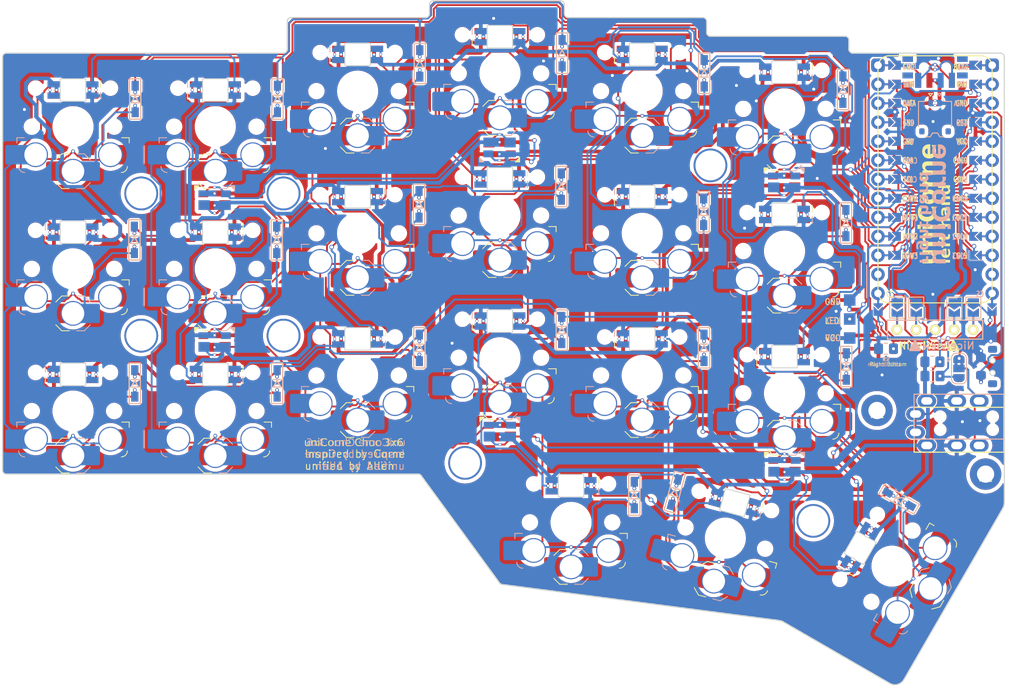
<source format=kicad_pcb>
(kicad_pcb (version 20221018) (generator pcbnew)
  (layers (0 "F.Cu" signal) (31 "B.Cu" signal) (34 "B.Paste" user) (35 "F.Paste" user) (36 "B.SilkS" user "B.Silkscreen") (37 "F.SilkS" user "F.Silkscreen") (38 "B.Mask" user) (39 "F.Mask" user) (44 "Edge.Cuts" user))
  (net 0 "")
  (net 1 "row0")
  (net 2 "Net-(D1-A)")
  (net 3 "DATA")
  (net 4 "GND")
  (net 5 "VCC")
  (net 6 "CS")
  (net 7 "SCL")
  (net 8 "SDA")
  (net 9 "LED")
  (net 10 "Net-(L1-DIN)")
  (net 11 "Net-(L2-DIN)")
  (net 12 "Net-(D19-A)")
  (net 13 "Net-(L3-DIN)")
  (net 14 "Net-(L10-DOUT)")
  (net 15 "Net-(L11-DIN)")
  (net 16 "Net-(D20-A)")
  (net 17 "Net-(D21-A)")
  (net 18 "Net-(L13-DIN)")
  (net 19 "Net-(L14-DOUT)")
  (net 20 "Net-(L15-DIN)")
  (net 21 "Net-(L10-DIN)")
  (net 22 "Net-(L11-DOUT)")
  (net 23 "Net-(L12-DIN)")
  (net 24 "Net-(L1-DOUT)")
  (net 25 "Net-(L14-DIN)")
  (net 26 "Net-(L16-DIN)")
  (net 27 "Net-(L3-DOUT)")
  (net 28 "Net-(L18-DIN)")
  (net 29 "Net-(L19-DIN)")
  (net 30 "Net-(L5-DIN)")
  (net 31 "Net-(L22-DOUT)")
  (net 32 "Net-(L12-DOUT)")
  (net 34 "RESET")
  (net 35 "col0")
  (net 36 "col1")
  (net 37 "Net-(D2-A)")
  (net 38 "col2")
  (net 39 "Net-(D3-A)")
  (net 40 "col3")
  (net 41 "Net-(D4-A)")
  (net 42 "col4")
  (net 43 "Net-(D5-A)")
  (net 44 "Net-(D6-A)")
  (net 45 "Net-(D7-A)")
  (net 46 "Net-(D8-A)")
  (net 47 "Net-(D9-A)")
  (net 48 "Net-(D10-A)")
  (net 49 "Net-(D11-A)")
  (net 50 "Net-(D12-A)")
  (net 51 "Net-(D13-A)")
  (net 52 "Net-(D14-A)")
  (net 53 "Net-(D15-A)")
  (net 54 "Net-(D16-A)")
  (net 55 "Net-(D17-A)")
  (net 56 "Net-(D18-A)")
  (net 57 "BAT+")
  (net 58 "row1")
  (net 59 "row2")
  (net 60 "row3")
  (net 61 "unconnected-(U1-RAW-Pad24)")
  (net 62 "unconnected-(PSW1-A-Pad1)")
  (net 63 "Net-(J2-Pin_1)")
  (net 64 "Net-(J2-Pin_4)")
  (net 65 "Net-(J2-Pin_2)")
  (net 66 "Net-(J3-Pin_2)")
  (net 67 "Net-(J2-Pin_5)")
  (net 68 "IS_LEFT")
  (net 69 "Net-(JP9-C)")
  (net 70 "Net-(L17-DOUT)")
  (net 71 "Net-(L21-DIN)")
  (net 72 "Net-(L22-DIN)")
  (net 73 "Net-(L23-DIN)")
  (net 74 "Net-(L25-DOUT)")
  (net 75 "Net-(L26-DOUT)")
  (net 76 "col5")
  (footprint "TB2086_MISC:M2_Hole_TH_Outside" (layer "F.Cu") (at 98.46 105.85)
    (fp_text reference "H6" hide)
    (fp_text value "MountingHole" hide)
  )
  (footprint "TB2086_LED:LED_SK6812MINI-E_rev" (layer "F.Cu") (at 158.718226 128.166926 -15)
    (fp_text reference "L20")
    (fp_text value "SK6812MINI-E" hide)
    (fp_line (start -1.7 -1.5) (end 1.7 -1.5) (stroke (width 0.12)) (layer "Edge.Cuts"))
    (fp_line (start -1.7 1.5) (end -1.7 -1.5) (stroke (width 0.12)) (layer "Edge.Cuts"))
    (fp_line (start 1.7 -1.5) (end 1.7 1.5) (stroke (width 0.12)) (layer "Edge.Cuts"))
    (fp_line (start 1.7 1.5) (end -1.7 1.5) (stroke (width 0.12)) (layer "Edge.Cuts"))
  )
  (footprint "TB2086_LED:LED_SK6812MINI-E_rev" (layer "F.Cu") (at 136.85 125.8996)
    (fp_text reference "L19")
    (fp_text value "SK6812MINI-E" hide)
    (fp_line (start -1.7 -1.5) (end 1.7 -1.5) (stroke (width 0.12)) (layer "Edge.Cuts"))
    (fp_line (start -1.7 1.5) (end -1.7 -1.5) (stroke (width 0.12)) (layer "Edge.Cuts"))
    (fp_line (start 1.7 -1.5) (end 1.7 1.5) (stroke (width 0.12)) (layer "Edge.Cuts"))
    (fp_line (start 1.7 1.5) (end -1.7 1.5) (stroke (width 0.12)) (layer "Edge.Cuts"))
  )
  (footprint "TB2086_LED:LED_SK6812MINI-E_rev" (layer "F.Cu") (at 165.35 89.6496)
    (fp_text reference "L12")
    (fp_text value "SK6812MINI-E" hide)
    (fp_line (start -1.7 -1.5) (end 1.7 -1.5) (stroke (width 0.12)) (layer "Edge.Cuts"))
    (fp_line (start -1.7 1.5) (end -1.7 -1.5) (stroke (width 0.12)) (layer "Edge.Cuts"))
    (fp_line (start 1.7 -1.5) (end 1.7 1.5) (stroke (width 0.12)) (layer "Edge.Cuts"))
    (fp_line (start 1.7 1.5) (end -1.7 1.5) (stroke (width 0.12)) (layer "Edge.Cuts"))
  )
  (footprint "TB2086_LED:LED_SK6812MINI-E_rev" (layer "F.Cu") (at 146.35 87.2746 180)
    (fp_text reference "L11")
    (fp_text value "SK6812MINI-E" hide)
    (fp_line (start -1.7 -1.5) (end 1.7 -1.5) (stroke (width 0.12)) (layer "Edge.Cuts"))
    (fp_line (start -1.7 1.5) (end -1.7 -1.5) (stroke (width 0.12)) (layer "Edge.Cuts"))
    (fp_line (start 1.7 -1.5) (end 1.7 1.5) (stroke (width 0.12)) (layer "Edge.Cuts"))
    (fp_line (start 1.7 1.5) (end -1.7 1.5) (stroke (width 0.12)) (layer "Edge.Cuts"))
  )
  (footprint "TB2086_MISC:SolderJumper-3_P1.3mm_Bridged2Bar12_RoundedPad1.0x1.5mm_rev" (layer "F.Cu") (at 188.6425 110.24 -90)
    (fp_text reference "JP9" hide)
    (fp_text value "Jumper_3_Bridged12")
  )
  (footprint "TB2086_LED:LED_SK6812MINI-E_rev" (layer "F.Cu") (at 70.35 111.0246 180)
    (fp_text reference "L13")
    (fp_text value "SK6812MINI-E" hide)
    (fp_line (start -1.7 -1.5) (end 1.7 -1.5) (stroke (width 0.12)) (layer "Edge.Cuts"))
    (fp_line (start -1.7 1.5) (end -1.7 -1.5) (stroke (width 0.12)) (layer "Edge.Cuts"))
    (fp_line (start 1.7 -1.5) (end 1.7 1.5) (stroke (width 0.12)) (layer "Edge.Cuts"))
    (fp_line (start 1.7 1.5) (end -1.7 1.5) (stroke (width 0.12)) (layer "Edge.Cuts"))
  )
  (footprint "TB2086_MISC:M2_Hole_TH_Outside" (layer "F.Cu") (at 122.7 122.85)
    (fp_text reference "H4" hide)
    (fp_text value "MountingHole" hide)
  )
  (footprint "TB2086_LED:LED_SK6812MINI-E_rev" (layer "F.Cu") (at 89.35 111.0246)
    (fp_text reference "L14")
    (fp_text value "SK6812MINI-E" hide)
    (fp_line (start -1.7 -1.5) (end 1.7 -1.5) (stroke (width 0.12)) (layer "Edge.Cuts"))
    (fp_line (start -1.7 1.5) (end -1.7 -1.5) (stroke (width 0.12)) (layer "Edge.Cuts"))
    (fp_line (start 1.7 -1.5) (end 1.7 1.5) (stroke (width 0.12)) (layer "Edge.Cuts"))
    (fp_line (start 1.7 1.5) (end -1.7 1.5) (stroke (width 0.12)) (layer "Edge.Cuts"))
  )
  (footprint "TB2086_SMD:SMT 2X4X3.5MM Tactile Tact Push Button rev" (layer "F.Cu") (at 193.13 109.975 -90)
    (fp_text reference "RSW1" hide)
    (fp_text value "SMT 2X4X3.5MM Tactile Tact Push Button")
    (fp_circle (center -0.8 0) (end -0.45 0) (stroke (width 0.12)) (fill none) (layer "Edge.Cuts"))
    (fp_circle (center 0.85 0) (end 1.2 0) (stroke (width 0.12)) (fill none) (layer "Edge.Cuts"))
  )
  (footprint "TB2086_LED:LED_SK6812MINI-E_rev" (layer "F.Cu") (at 70.35 73.0246)
    (fp_text reference "L1")
    (fp_text value "SK6812MINI-E" hide)
    (fp_line (start -1.7 -1.5) (end 1.7 -1.5) (stroke (width 0.12)) (layer "Edge.Cuts"))
    (fp_line (start -1.7 1.5) (end -1.7 -1.5) (stroke (width 0.12)) (layer "Edge.Cuts"))
    (fp_line (start 1.7 -1.5) (end 1.7 1.5) (stroke (width 0.12)) (layer "Edge.Cuts"))
    (fp_line (start 1.7 1.5) (end -1.7 1.5) (stroke (width 0.12)) (layer "Edge.Cuts"))
  )
  (footprint "TB2086_SMD:R_0805_2012Metric_Pad1.20x1.40mm_HandSolder_rev" (layer "F.Cu") (at 185.1 109.34 180)
    (fp_text reference "R3" hide)
    (fp_text value "4.7k")
  )
  (footprint "TB2086_MISC:M2_Hole_TH" (layer "F.Cu") (at 177.7 115.85)
    (fp_text reference "H2")
    (fp_text value "MountingHole")
  )
  (footprint "Jumper:SolderJumper-2_P1.3mm_Open_TrianglePad1.0x1.5mm" (layer "F.Cu") (at 180.4 102.1 -90)
    (fp_text reference "JP1" hide)
    (fp_text value "Jumper_2_Open")
  )
  (footprint "TB2086_LED:LED_SK6812MINI-E_rev" (layer "F.Cu") (at 165.35 108.6496 180)
    (fp_text reference "L18")
    (fp_text value "SK6812MINI-E" hide)
    (fp_line (start -1.7 -1.5) (end 1.7 -1.5) (stroke (width 0.12)) (layer "Edge.Cuts"))
    (fp_line (start -1.7 1.5) (end -1.7 -1.5) (stroke (width 0.12)) (layer "Edge.Cuts"))
    (fp_line (start 1.7 -1.5) (end 1.7 1.5) (stroke (width 0.12)) (layer "Edge.Cuts"))
    (fp_line (start 1.7 1.5) (end -1.7 1.5) (stroke (width 0.12)) (layer "Edge.Cuts"))
  )
  (footprint "TB2086_MISC:M2_Hole_TH_Outside" (layer "F.Cu") (at 98.46 86.85)
    (fp_text reference "H7" hide)
    (fp_text value "MountingHole" hide)
  )
  (footprint "TB2086_MISC:Nice!View" (layer "F.Cu") (at 185.45 105.05 180)
    (fp_text reference "J2" hide)
    (fp_text value "Conn_01x05" hide)
  )
  (footprint "Jumper:SolderJumper-2_P1.3mm_Open_TrianglePad1.0x1.5mm" (layer "F.Cu") (at 190.56 102.1 -90)
    (fp_text reference "JP4" hide)
    (fp_text value "Jumper_2_Open")
  )
  (footprint "TB2086_LED:LED_SK6812MINI-E_rev" (layer "F.Cu") (at 175.456451 134.2 -120)
    (fp_text reference "L21")
    (fp_text value "SK6812MINI-E" hide)
    (fp_line (start -1.7 -1.5) (end 1.7 -1.5) (stroke (width 0.12)) (layer "Edge.Cuts"))
    (fp_line (start -1.7 1.5) (end -1.7 -1.5) (stroke (width 0.12)) (layer "Edge.Cuts"))
    (fp_line (start 1.7 -1.5) (end 1.7 1.5) (stroke (width 0.12)) (layer "Edge.Cuts"))
    (fp_line (start 1.7 1.5) (end -1.7 1.5) (stroke (width 0.12)) (layer "Edge.Cuts"))
  )
  (footprint "TB2086_SMD:Molex_Pico-EZmate_78171-0002_1x02-1MP_P1.20mm_Vertical_rev" (layer "F.Cu") (at 185.45 76.65)
    (fp_text reference "J3" hide)
    (fp_text value "Conn_01x02")
  )
  (footprint "TB2086_MISC:ProMicro-ish-dn-rev-unrouted_3x5" (layer "F.Cu") (at 185.3 86.28)
    (fp_text reference "U1" hide)
    (fp_text value "ProMicro-ish")
  )
  (footprint "TB2086_LED:LED_SK6812MINI-E_rev" (layer "F.Cu") (at 127.35 103.8996 180)
    (fp_text reference "L16" hide)
    (fp_text value "SK6812MINI-E" hide)
    (fp_line (start -1.7 -1.5) (end 1.7 -1.5) (stroke (width 0.12)) (layer "Edge.Cuts"))
    (fp_line (start -1.7 1.5) (end -1.7 -1.5) (stroke (width 0.12)) (layer "Edge.Cuts"))
    (fp_line (start 1.7 -1.5) (end 1.7 1.5) (stroke (width 0.12)) (layer "Edge.Cuts"))
    (fp_line (start 1.7 1.5) (end -1.7 1.5) (stroke (width 0.12)) (layer "Edge.Cuts"))
  )
  (footprint "TB2086_LED:LED_SK6812MINI-E_rev" (layer "F.Cu") (at 108.35 106.2746)
    (fp_text reference "L15")
    (fp_text value "SK6812MINI-E" hide)
    (fp_line (start -1.7 -1.5) (end 1.7 -1.5) (stroke (width 0.12)) (layer "Edge.Cuts"))
    (fp_line (start -1.7 1.5) (end -1.7 -1.5) (stroke (width 0.12)) (layer "Edge.Cuts"))
    (fp_line (start 1.7 -1.5) (end 1.7 1.5) (stroke (width 0.12)) (layer "Edge.Cuts"))
    (fp_line (start 1.7 1.5) (end -1.7 1.5) (stroke (width 0.12)) (layer "Edge.Cuts"))
  )
  (footprint "TB2086_LED:LED_SK6812MINI-E_rev" (layer "F.Cu") (at 108.35 68.2746 180)
    (fp_text reference "L3")
    (fp_text value "SK6812MINI-E" hide)
    (fp_line (start -1.7 -1.5) (end 1.7 -1.5) (stroke (width 0.12)) (layer "Edge.Cuts"))
    (fp_line (start -1.7 1.5) (end -1.7 -1.5) (stroke (width 0.12)) (layer "Edge.Cuts"))
    (fp_line (start 1.7 -1.5) (end 1.7 1.5) (stroke (width 0.12)) (layer "Edge.Cuts"))
    (fp_line (start 1.7 1.5) (end -1.7 1.5) (stroke (width 0.12)) (layer "Edge.Cuts"))
  )
  (footprint "TB2086_MISC:M2_Hole_TH_Outside" (layer "F.Cu") (at 169.2 130.6)
    (fp_text reference "H3" hide)
    (fp_text value "MountingHole" hide)
  )
  (footprint "TB2086_SMD:R_0805_2012Metric_Pad1.20x1.40mm_HandSolder_rev" (layer "F.Cu") (at 185.11 111.25)
    (fp_text reference "R4" hide)
    (fp_text value "4.7k")
  )
  (footprint "TB2086_LED:LED_SK6812MINI-E_rev" (layer "F.Cu") (at 146.35 68.2746 180)
    (fp_text reference "L5")
    (fp_text value "SK6812MINI-E" hide)
    (fp_line (start -1.7 -1.5) (end 1.7 -1.5) (stroke (width 0.12)) (layer "Edge.Cuts"))
    (fp_line (start -1.7 1.5) (end -1.7 -1.5) (stroke (width 0.12)) (layer "Edge.Cuts"))
    (fp_line (start 1.7 -1.5) (end 1.7 1.5) (stroke (width 0.12)) (layer "Edge.Cuts"))
    (fp_line (start 1.7 1.5) (end -1.7 1.5) (stroke (width 0.12)) (layer "Edge.Cuts"))
  )
  (footprint "TB2086_LED:LED_SK6812MINI-E_rev" (layer "F.Cu") (at 165.35 70.6496)
    (fp_text reference "L6")
    (fp_text value "SK6812MINI-E" hide)
    (fp_line (start -1.7 -1.5) (end 1.7 -1.5) (stroke (width 0.12)) (layer "Edge.Cuts"))
    (fp_line (start -1.7 1.5) (end -1.7 -1.5) (stroke (width 0.12)) (layer "Edge.Cuts"))
    (fp_line (start 1.7 -1.5) (end 1.7 1.5) (stroke (width 0.12)) (layer "Edge.Cuts"))
    (fp_line (start 1.7 1.5) (end -1.7 1.5) (stroke (width 0.12)) (layer "Edge.Cuts"))
  )
  (footprint "TB2086_LED:LED_SK6812MINI-E_rev" (layer "F.Cu") (at 127.35 84.8996)
    (fp_text reference "L10")
    (fp_text value "SK6812MINI-E" hide)
    (fp_line (start -1.7 -1.5) (end 1.7 -1.5) (stroke (width 0.12)) (layer "Edge.Cuts"))
    (fp_line (start -1.7 1.5) (end -1.7 -1.5) (stroke (width 0.12)) (layer "Edge.Cuts"))
    (fp_line (start 1.7 -1.5) (end 1.7 1.5) (stroke (width 0.12)) (layer "Edge.Cuts"))
    (fp_line (start 1.7 1.5) (end -1.7 1.5) (stroke (width 0.12)) (layer "Edge.Cuts"))
  )
  (footprint "TB2086_MISC:M2_Hole_TH_Outside" (layer "F.Cu") (at 79.46 86.85)
    (fp_text reference "H8" hide)
    (fp_text value "MountingHole" hide)
  )
  (footprint "TB2086_LED:LED_SK6812MINI-E_rev" (layer "F.Cu") (at 108.35 87.2746)
    (fp_text reference "L9")
    (fp_text value "SK6812MINI-E" hide)
    (fp_line (start -1.7 -1.5) (end 1.7 -1.5) (stroke (width 0.12)) (layer "Edge.Cuts"))
    (fp_line (start -1.7 1.5) (end -1.7 -1.5) (stroke (width 0.12)) (layer "Edge.Cuts"))
    (fp_line (start 1.7 -1.5) (end 1.7 1.5) (stroke (width 0.12)) (layer "Edge.Cuts"))
    (fp_line (start 1.7 1.5) (end -1.7 1.5) (stroke (width 0.12)) (layer "Edge.Cuts"))
  )
  (footprint "TB2086_MISC:M2_Hole_TH" (layer "F.Cu") (at 192.2 124.35)
    (fp_text reference "H1")
    (fp_text value "MountingHole")
  )
  (footprint "TB2086_MISC:M2_Hole_TH_Outside" (layer "F.Cu") (at 79.46 105.85)
    (fp_text reference "H9" hide)
    (fp_text value "MountingHole" hide)
  )
  (footprint "TB2086_SMD:SW_SPDT_PCM12_reversible" (layer "F.Cu") (at 185.45 70.3 180)
    (fp_text reference "PSW1" hide)
    (fp_text value "SW_SPDT" hide)
  )
  (footprint "TB2086_MISC:StripLED_rev" (layer "F.Cu") (at 174.05 101.092)
    (fp_text reference "J4" hide)
    (fp_text value "Conn_01x03" hide)
  )
  (footprint "TB2086_LED:LED_SK6812MINI-E_rev" (layer "F.Cu") (at 146.35 106.2746 180)
    (fp_text reference "L17")
    (fp_text value "SK6812MINI-E" hide)
    (fp_line (start -1.7 -1.5) (end 1.7 -1.5) (stroke (width 0.12)) (layer "Edge.Cuts"))
    (fp_line (start -1.7 1.5) (end -1.7 -1.5) (stroke (width 0.12)) (layer "Edge.Cuts"))
    (fp_line (start 1.7 -1.5) (end 1.7 1.5) (stroke (width 0.12)) (layer "Edge.Cuts"))
    (fp_line (start 1.7 1.5) (end -1.7 1.5) (stroke (width 0.12)) (layer "Edge.Cuts"))
  )
  (footprint "TB2086_MISC:M2_Hole_TH_Outside" (layer "F.Cu") (at 155.46 83.1)
    (fp_text reference "H5" hide)
    (fp_text value "MountingHole" hide)
  )
  (footprint "TB2086_MISC:TRRS-PJ-320A-rev" (layer "F.Cu") (at 194.65 118.42 -90)
    (fp_text reference "J1" hide)
    (fp_text value "MJ-4PP-9" hide)
  )
  (footprint "Jumper:SolderJumper-2_P1.3mm_Open_TrianglePad1.0x1.5mm" (layer "F.Cu") (at 182.94 102.1 -90)
    (fp_text reference "JP2" hide)
    (fp_text value "Jumper_2_Open")
  )
  (footprint "TB2086_LED:LED_SK6812MINI-E_rev" (layer "F.Cu") (at 127.35 65.8996 180)
    (fp_text reference "L4")
    (fp_text value "SK6812MINI-E" hide)
    (fp_line (start -1.7 -1.5) (end 1.7 -1.5) (stroke (width 0.12)) (layer "Edge.Cuts"))
    (fp_line (start -1.7 1.5) (end -1.7 -1.5) (stroke (width 0.12)) (layer "Edge.Cuts"))
    (fp_line (start 1.7 -1.5) (end 1.7 1.5) (stroke (width 0.12)) (layer "Edge.Cuts"))
    (fp_line (start 1.7 1.5) (end -1.7 1.5) (stroke (width 0.12)) (layer "Edge.Cuts"))
  )
  (footprint "Resistor_SMD:R_0805_2012Metric_Pad1.20x1.40mm_HandSolder" (layer "F.Cu") (at 178.9 107.6)
    (fp_text reference "R2")
    (fp_text value "10k")
  )
  (footprint "TB2086_LED:LED_SK6812MINI-E_rev" (layer "F.Cu") (at 70.35 92.0246 180)
    (fp_text reference "L7")
    (fp_text value "SK6812MINI-E" hide)
    (fp_line (start -1.7 -1.5) (end 1.7 -1.5) (stroke (width 0.12)) (layer "Edge.Cuts"))
    (fp_line (start -1.7 1.5) (end -1.7 -1.5) (stroke (width 0.12)) (layer "Edge.Cuts"))
    (fp_line (start 1.7 -1.5) (end 1.7 1.5) (stroke (width 0.12)) (layer "Edge.Cuts"))
    (fp_line (start 1.7 1.5) (end -1.7 1.5) (stroke (width 0.12)) (layer "Edge.Cuts"))
  )
  (footprint "TB2086_LED:LED_SK6812MINI-E_rev" (layer "F.Cu") (at 89.35 73.0246 180)
    (fp_text reference "L2")
    (fp_text value "SK6812MINI-E" hide)
    (fp_line (start -1.7 -1.5) (end 1.7 -1.5) (stroke (width 0.12)) (layer "Edge.Cuts"))
    (fp_line (start -1.7 1.5) (end -1.7 -1.5) (stroke (width 0.12)) (layer "Edge.Cuts"))
    (fp_line (start 1.7 -1.5) (end 1.7 1.5) (stroke (width 0.12)) (layer "Edge.Cuts"))
    (fp_line (start 1.7 1.5) (end -1.7 1.5) (stroke (width 0.12)) (layer "Edge.Cuts"))
  )
  (footprint "Jumper:SolderJumper-2_P1.3mm_Open_TrianglePad1.0x1.5mm" (layer "F.Cu") (at 188.02 102.1 -90)
    (fp_text reference "JP3" hide)
    (fp_text value "Jumper_2_Open")
  )
  (footprint "TB2086_LED:LED_SK6812MINI-E_rev" (layer "F.Cu") (at 89.35 92.0246)
    (fp_text reference "L8")
    (fp_text value "SK6812MINI-E" hide)
    (fp_line (start -1.7 -1.5) (end 1.7 -1.5) (stroke (width 0.12)) (layer "Edge.Cuts"))
    (fp_line (start -1.7 1.5) (end -1.7 -1.5) (stroke (width 0.12)) (layer "Edge.Cuts"))
    (fp_line (start 1.7 -1.5) (end 1.7 1.5) (stroke (width 0.12)) (layer "Edge.Cuts"))
    (fp_line (start 1.7 1.5) (end -1.7 1.5) (stroke (width 0.12)) (layer "Edge.Cuts"))
  )
  (footprint "TB2086_KEYSWITCH:SW_choc_v1_v2_HS_1u_reversible" (layer "B.Cu") (at 70.35 115.9246 180)
    (fp_text reference "SW13" hide)
    (fp_text value "SW_CHOC_HS" hide)
  )
  (footprint "TB2086_SMD:D3_SMD_rev" (layer "B.Cu") (at 78.55 93.05 -90)
    (fp_text reference "D7" hide)
    (fp_text value "D" hide)
  )
  (footprint "TB2086_SMD:D3_SMD_rev" (layer "B.Cu") (at 180.653848 127.7 -30)
    (fp_text reference "D21" hide)
    (fp_text value "D" hide)
  )
  (footprint "Jumper:SolderJumper-2_P1.3mm_Open_TrianglePad1.0x1.5mm" (layer "B.Cu") (at 182.94 102.1 -90)
    (fp_text reference "JP6" hide)
    (fp_text value "Jumper_2_Open")
  )
  (footprint "TB2086_SMD:D3_SMD_rev" (layer "B.Cu") (at 97.6 112.225 -90)
    (fp_text reference "D14" hide)
    (fp_text value "D" hide)
  )
  (footprint "TB2086_KEYSWITCH:SW_choc_v1_v2_HS_1u_reversible" (layer "B.Cu") (at 127.35 89.7996 180)
    (fp_text reference "SW10" hide)
    (fp_text value "SW_CHOC_HS" hide)
  )
  (footprint "TB2086_KEYSWITCH:SW_choc_v1_v2_HS_1u_reversible" (layer "B.Cu") (at 89.35 77.9246 180)
    (fp_text reference "SW2" hide)
    (fp_text value "SW_CHOC_HS" hide)
  )
  (footprint "TB2086_KEYSWITCH:SW_choc_v1_v2_HS_1u_reversible" (layer "B.Cu") (at 165.35 113.5496 180)
    (fp_text reference "SW18" hide)
    (fp_text value "SW_CHOC_HS" hide)
  )
  (footprint "TB2086_SMD:D3_SMD_rev" (layer "B.Cu") (at 173.15 72.975 -90)
    (fp_text reference "D6" hide)
    (fp_text value "D" hide)
  )
  (footprint "TB2086_KEYSWITCH:SW_choc_v1_v2_HS_1u_reversible" (layer "B.Cu") (at 89.35 115.9246 180)
    (fp_text reference "SW14" hide)
    (fp_text value "SW_CHOC_HS" hide)
  )
  (footprint "Jumper:SolderJumper-2_P1.3mm_Open_TrianglePad1.0x1.5mm" (layer "B.Cu") (at 180.4 102.1 -90)
    (fp_text reference "JP5" hide)
    (fp_text value "Jumper_2_Open")
  )
  (footprint "TB2086_KEYSWITCH:SW_choc_v1_v2_HS_1u_reversible" (layer "B.Cu") (at 146.35 92.1746 180)
    (fp_text reference "SW11" hide)
    (fp_text value "SW_CHOC_HS" hide)
  )
  (footprint "TB2086_SMD:D3_SMD_rev" (layer "B.Cu") (at 145.3 127.15 -90)
    (fp_text reference "D19" hide)
    (fp_text value "D" hide)
  )
  (footprint "TB2086_SMD:D3_SMD_rev" (layer "B.Cu") (at 135.6 105.1 -90)
    (fp_text reference "D16" hide)
    (fp_text value "D" hide)
  )
  (footprint "TB2086_KEYSWITCH:SW_choc_v1_v2_HS_1u_reversible" (layer "B.Cu") (at 89.35 96.9246 180)
    (fp_text reference "SW8" hide)
    (fp_text value "SW_CHOC_HS" hide)
  )
  (footprint "TB2086_SMD:D3_SMD_rev" (layer "B.Cu") (at 154.6 107.475 -90)
    (fp_text reference "D17" hide)
    (fp_text value "D" hide)
  )
  (footprint "TB2086_LED:LED_SK6812MINI_PLCC4_3.5x3.5mm_P1.75mm_rev_all" (layer "B.Cu") (at 127.3 80.7 180)
    (fp_text reference "L23" hide)
    (fp_text value "SK6812MINI")
  )
  (footprint "TB2086_KEYSWITCH:SW_choc_v1_v2_HS_1u_reversible" (layer "B.Cu") (at 146.35 73.1746 180)
    (fp_text reference "SW5" hide)
    (fp_text value "SW_CHOC_HS" hide)
  )
  (footprint "TB2086_KEYSWITCH:SW_choc_v1_v2_HS_1u_reversible" (layer "B.Cu") (at 146.35 111.1746 180)
    (fp_text reference "SW17" hide)
    (fp_text value "SW_CHOC_HS" hide)
  )
  (footprint "TB2086_SMD:D3_SMD_rev" (layer "B.Cu") (at 116.55 88.3 -90)
    (fp_text reference "D9" hide)
    (fp_text value "D" hide)
  )
  (footprint "TB2086_SMD:D3_SMD_rev" (layer "B.Cu") (at 78.65 74.225 -90)
    (fp_text reference "D1" hide)
    (fp_text value "D" hide)
  )
  (footprint "TB2086_KEYSWITCH:SW_choc_v1_v2_HS_1u_reversible" (layer "B.Cu") (at 70.35 77.9246 180)
    (fp_text reference "SW1" hide)
    (fp_text value "SW_CHOC_HS" hide)
  )
  (footprint "TB2086_SMD:D3_SMD_rev" (layer "B.Cu") (at 173.6 109.975 -90)
    (fp_text reference "D18" hide)
    (fp_text value "D" hide)
  )
  (footprint "TB2086_SMD:D3_SMD_rev" (layer "B.Cu") (at 150.688513 126.762749 -105)
    (fp_text reference "D20" hide)
    (fp_text value "D" hide)
  )
  (footprint "TB2086_SMD:D3_SMD_rev" (layer "B.Cu") (at 135.65 68.1 -90)
    (fp_text reference "D4" hide)
    (fp_text value "D" hide)
  )
  (footprint "TB2086_SMD:D3_SMD_rev" (layer "B.Cu") (at 116.6 107.475 -90)
    (fp_text reference "D15" hide)
    (fp_text value "D" hide)
  )
  (footprint "Resistor_SMD:R_0805_2012Metric_Pad1.20x1.40mm_HandSolder" (layer "B.Cu") (at 178.9 107.6)
    (fp_text reference "R1")
    (fp_text value "10k")
  )
  (footprint "TB2086_KEYSWITCH:SW_choc_v1_v2_HS_1.5u_reversible" (layer "B.Cu") (at 157.45 132.9 165)
    (fp_text reference "SW20" hide)
    (fp_text value "SW_CHOC_HS" hide)
  )
  (footprint "TB2086_KEYSWITCH:SW_choc_v1_v2_HS_1u_reversible" (layer "B.Cu") (at 70.35 96.9246 180)
    (fp_text reference "SW7" hide)
    (fp_text value "SW_CHOC_HS" hide)
  )
  (footprint "TB2086_KEYSWITCH:SW_choc_v1_v2_HS_1.5u_reversible" (layer "B.Cu") (at 179.7 136.65 -120)
    (fp_text reference "SW21" hide)
    (fp_text value "SW_CHOC_HS" hide)
  )
  (footprint "TB2086_KEYSWITCH:SW_choc_v1_v2_HS_1u_reversible" (layer "B.Cu") (at 108.35 73.1746 180)
    (fp_text reference "SW3" hide)
    (fp_text value "SW_CHOC_HS" hide)
  )
  (footprint "TB2086_SMD:D3_SMD_rev" (layer "B.Cu") (at 154.55 89.3 -90)
    (fp_text reference "D11" hide)
    (fp_text value "D" hide)
  )
  (footprint "TB2086_KEYSWITCH:SW_choc_v1_v2_HS_1u_reversible" (layer "B.Cu") (at 165.35 75.5496 180)
    (fp_text reference "SW6" hide)
    (fp_text value "SW_CHOC_HS" hide)
  )
  (footprint "TB2086_LED:LED_SK6812MINI_PLCC4_3.5x3.5mm_P1.75mm_rev_all" (layer "B.Cu") (at 165.3 85.375)
    (fp_text reference "L24" hide)
    (fp_text value "SK6812MINI")
  )
  (footprint "TB2086_LED:LED_SK6812MINI_PLCC4_3.5x3.5mm_P1.75mm_rev_all" (layer "B.Cu") (at 89.25 87.75)
    (fp_text reference "L22" hide)
    (fp_text value "SK6812MINI")
  )
  (footprint "TB2086_KEYSWITCH:SW_choc_v1_v2_HS_1u_reversible" (layer "B.Cu") (at 127.35 108.7996 180)
    (fp_text reference "SW16" hide)
    (fp_text value "SW_CHOC_HS" hide)
  )
  (footprint "TB2086_SMD:D3_SMD_rev" (layer "B.Cu") (at 97.55 93.05 -90)
    (fp_text reference "D8" hide)
    (fp_text value "D" hide)
  )
  (footprint "TB2086_SMD:D3_SMD_rev" (layer "B.Cu") (at 78.6 112.225 -90)
    (fp_text reference "D13" hide)
    (fp_text value "D" hide)
  )
  (footprint "TB2086_SMD:D3_SMD_rev" (layer "B.Cu") (at 97.65 74.225 -90)
    (fp_text reference "D2" hide)
    (fp_text value "D" hide)
  )
  (footprint "TB2086_SMD:D3_SMD_rev" (layer "B.Cu") (at 116.65 69.475 -90)
    (fp_text reference "D3" hide)
    (fp_text value "D" hide)
  )
  (footprint "TB2086_SMD:D3_SMD_rev" (layer "B.Cu") (at 135.55 85.925 -90)
    (fp_text reference "D10" hide)
    (fp_text value "D" hide)
  )
  (footprint "TB2086_LED:LED_SK6812MINI_PLCC4_3.5x3.5mm_P1.75mm_rev_all" (layer "B.Cu") (at 127.35 118.675)
    (fp_text reference "L26" hide)
    (fp_text value "SK6812MINI")
  )
  (footprint "Jumper:SolderJumper-2_P1.3mm_Open_TrianglePad1.0x1.5mm" (layer "B.Cu") (at 188.02 102.1 -90)
    (fp_text reference "JP7" hide)
    (fp_text value "Jumper_2_Open")
  )
  (footprint "TB2086_LED:LED_SK6812MINI_PLCC4_3.5x3.5mm_P1.75mm_rev_all" (layer "B.Cu") (at 89.25 106.7)
    (fp_text reference "L25" hide)
    (fp_text value "SK6812MINI")
  )
  (footprint "TB2086_LED:LED_SK6812MINI_PLCC4_3.5x3.5mm_P1.75mm_rev_all" (layer "B.Cu") (at 165.35 123.375)
    (fp_text reference "L27" hide)
    (fp_text value "SK6812MINI")
  )
  (footprint "TB2086_SMD:D3_SMD_rev" (layer "B.Cu") (at 154.63 70.8 -90)
    (fp_text reference "D5" hide)
    (fp_text value "D" hide)
  )
  (footprint "TB2086_KEYSWITCH:SW_choc_v1_v2_HS_1u_reversible" (layer "B.Cu") (at 136.85 130.7996 180)
    (fp_text reference "SW19" hide)
    (fp_text value "SW_CHOC_HS" hide)
  )
  (footprint "TB2086_KEYSWITCH:SW_choc_v1_v2_HS_1u_reversible" (layer "B.Cu") (at 165.35 94.5496 180)
    (fp_text reference "SW12" hide)
    (fp_text value "SW_CHOC_HS" hide)
  )
  (footprint "TB2086_KEYSWITCH:SW_choc_v1_v2_HS_1u_reversible" (layer "B.Cu") (at 127.35 70.7996 180)
    (fp_text reference "SW4" hide)
    (fp_text value "SW_CHOC_HS" hide)
  )
  (footprint "TB2086_KEYSWITCH:SW_choc_v1_v2_HS_1u_reversible" (layer "B.Cu") (at 108.35 92.1746 180)
    (fp_text reference "SW9" hide)
    (fp_text value "SW_CHOC_HS" hide)
  )
  (footprint "Jumper:SolderJumper-2_P1.3mm_Open_TrianglePad1.0x1.5mm" (layer "B.Cu") (at 190.56 102.1 -90)
    (fp_text reference "JP8" hide)
    (fp_text value "Jumper_2_Open")
  )
  (footprint "TB2086_KEYSWITCH:SW_choc_v1_v2_HS_1u_reversible" (layer "B.Cu") (at 108.35 111.1746 180)
    (fp_text reference "SW15" hide)
    (fp_text value "SW_CHOC_HS" hide)
  )
  (footprint "TB2086_SMD:D3_SMD_rev" (layer "B.Cu") (at 173.55 90.8 -90)
    (fp_text reference "D12" hide)
    (fp_text value "D" hide)
  )
  (gr_line (start 173.45 65.85) (end 155.45 65.85) (stroke (width 0.15)) (layer "Edge.Cuts"))
  (gr_line (start 154.95 65.35) (end 154.95 63.85) (stroke (width 0.15)) (layer "Edge.Cuts"))
  (gr_arc (start 127.7 139.1) (mid 127.508658 139.06194) (end 127.346447 138.953553) (stroke (width 0.15)) (layer "Edge.Cuts"))
  (gr_arc (start 194.7 128.075) (mid 194.645218 128.526668) (end 194.472764 128.947696) (stroke (width 0.15)) (layer "Edge.Cuts"))
  (gr_line (start 116.8 124.5) (end 127.35 138.95) (stroke (width 0.15)) (layer "Edge.Cuts"))
  (gr_arc (start 174.45 68.1) (mid 174.096447 67.953553) (end 173.95 67.6) (stroke (width 0.15)) (layer "Edge.Cuts"))
  (gr_line (start 127.7 139.1) (end 164.370556 143.870344) (stroke (width 0.15)) (layer "Edge.Cuts"))
  (gr_line (start 154.45 63.35) (end 136.45 63.35) (stroke (width 0.15)) (layer "Edge.Cuts"))
  (gr_arc (start 136.45 63.35) (mid 136.096447 63.203553) (end 135.95 62.85) (stroke (width 0.15)) (layer "Edge.Cuts"))
  (gr_line (start 165.025 144) (end 179.35 152.275) (stroke (width 0.15)) (layer "Edge.Cuts"))
  (gr_line (start 173.95 66.35) (end 173.95 67.6) (stroke (width 0.15)) (layer "Edge.Cuts"))
  (gr_arc (start 135.45 61.1) (mid 135.803553 61.246447) (end 135.95 61.6) (stroke (width 0.15)) (layer "Edge.Cuts"))
  (gr_line (start 135.95 62.85) (end 135.95 61.6) (stroke (width 0.15)) (layer "Edge.Cuts"))
  (gr_arc (start 98.95 67.6) (mid 98.803553 67.953553) (end 98.45 68.1) (stroke (width 0.15)) (layer "Edge.Cuts"))
  (gr_arc (start 164.370556 143.870344) (mid 164.700953 143.919147) (end 165.025 144) (stroke (width 0.15)) (layer "Edge.Cuts"))
  (gr_arc (start 117.95 62.85) (mid 117.803553 63.203553) (end 117.45 63.35) (stroke (width 0.15)) (layer "Edge.Cuts"))
  (gr_line (start 117.45 63.35) (end 99.45 63.35) (stroke (width 0.15)) (layer "Edge.Cuts"))
  (gr_arc (start 98.95 63.85) (mid 99.096447 63.496447) (end 99.45 63.35) (stroke (width 0.15)) (layer "Edge.Cuts"))
  (gr_arc (start 154.45 63.35) (mid 154.803553 63.496447) (end 154.95 63.85) (stroke (width 0.15)) (layer "Edge.Cuts"))
  (gr_arc (start 194.2 68.1) (mid 194.553553 68.246447) (end 194.7 68.6) (stroke (width 0.15)) (layer "Edge.Cuts"))
  (gr_line (start 135.45 61.1) (end 118.45 61.1) (stroke (width 0.15)) (layer "Edge.Cuts"))
  (gr_line (start 60.95 68.6) (end 60.95 123.85) (stroke (width 0.15)) (layer "Edge.Cuts"))
  (gr_line (start 116.45 124.35) (end 61.45 124.35) (stroke (width 0.15)) (layer "Edge.Cuts"))
  (gr_arc (start 117.95 61.6) (mid 118.096447 61.246447) (end 118.45 61.1) (stroke (width 0.15)) (layer "Edge.Cuts"))
  (gr_line (start 194.7 68.6) (end 194.7 128.075) (stroke (width 0.15)) (layer "Edge.Cuts"))
  (gr_arc (start 61.45 124.35) (mid 61.096447 124.203553) (end 60.95 123.85) (stroke (width 0.15)) (layer "Edge.Cuts"))
  (gr_line (start 98.45 68.1) (end 61.45 68.1) (stroke (width 0.15)) (layer "Edge.Cuts"))
  (gr_arc (start 60.95 68.6) (mid 61.096447 68.246447) (end 61.45 68.1) (stroke (width 0.15)) (layer "Edge.Cuts"))
  (gr_line (start 181.25 151.875) (end 194.475 128.95) (stroke (width 0.15)) (layer "Edge.Cuts"))
  (gr_line (start 194.2 68.1) (end 174.45 68.1) (stroke (width 0.15)) (layer "Edge.Cuts"))
  (gr_line (start 98.95 63.85) (end 98.95 67.6) (stroke (width 0.15)) (layer "Edge.Cuts"))
  (gr_line (start 117.95 61.6) (end 117.95 62.85) (stroke (width 0.15)) (layer "Edge.Cuts"))
  (gr_arc (start 116.45 124.35) (mid 116.641342 124.38806) (end 116.803553 124.496447) (stroke (width 0.15)) (layer "Edge.Cuts"))
  (gr_arc (start 173.45 65.85) (mid 173.803553 65.996447) (end 173.95 66.35) (stroke (width 0.15)) (layer "Edge.Cuts"))
  (gr_arc (start 181.242949 151.878583) (mid 180.377399 152.463216) (end 179.35 152.275) (stroke (width 0.15)) (layer "Edge.Cuts"))
  (gr_arc (start 155.45 65.85) (mid 155.096447 65.703553) (end 154.95 65.35) (stroke (width 0.15)) (layer "Edge.Cuts"))
  (gr_text "▲" (at 183.91 107.95) (layer "B.SilkS") (effects (font (size 1.5 1.5) (thickness 0.3) bold) (justify left bottom mirror)))
  (gr_text "Inspired by Corne\nunified by Allen" (at 114.75 122.46) (layer "B.SilkS") (effects (font (size 1 1) (thickness 0.125)) (justify left mirror)))
  (gr_text "Left Bottom" (at 180.92 109.69) (layer "B.SilkS") (effects (font (size 0.5 0.5) (thickness 0.075)) (justify left mirror)))
  (gr_text "GND" (at 171.8 106.172) (layer "B.SilkS") (effects (font (size 0.8 0.7) (thickness 0.125)) (justify mirror)))
  (gr_text "VCC" (at 171.8 101.33) (layer "B.SilkS") (effects (font (size 0.8 0.7) (thickness 0.125)) (justify mirror)))
  (gr_text "uniCorne Choc 3x6" (at 114.75 120.185) (layer "B.SilkS") (effects (font (size 1 1) (thickness 0.125)) (justify left mirror)))
  (gr_text "LED" (at 171.9 103.872) (layer "B.SilkS") (effects (font (size 0.8 0.7) (thickness 0.125)) (justify mirror)))
  (gr_text "right hand" (at 183.134 96.266 270) (layer "B.SilkS") (effects (font (size 1.5 1.5) (thickness 0.3) bold italic) (justify left bottom mirror)))
  (gr_text "uniCorne" (at 184.720482 96.45 -90) (layer "B.SilkS") (effects (font (size 2.3 2.3) (thickness 0.3) bold italic) (justify left bottom mirror)))
  (gr_text "Right Bottom" (at 176.67 109.67) (layer "F.SilkS") (effects (font (size 0.5 0.5) (thickness 0.075)) (justify left)))
  (gr_text "▲" (at 189.03 107.94) (layer "F.SilkS") (effects (font (size 1.5 1.5) (thickness 0.3) bold) (justify left bottom mirror)))
  (gr_text "left hand" (at 187.706 96.266 90) (layer "F.SilkS") (effects (font (size 1.5 1.5) (thickness 0.3) bold italic) (justify left bottom)))
  (gr_text "GND" (at 171.8 101.33) (layer "F.SilkS") (effects (font (size 0.8 0.7) (thickness 0.125))))
  (gr_text "VCC" (at 171.8 106.172) (layer "F.SilkS") (effects (font (size 0.8 0.7) (thickness 0.125))))
  (gr_text "Inspired by Corne\nunified by Allen" (at 101.2 122.46) (layer "F.SilkS") (effects (font (size 1 1) (thickness 0.125)) (justify left)))
  (gr_text "LED" (at 171.7 103.872) (layer "F.SilkS") (effects (font (size 0.8 0.7) (thickness 0.125))))
  (gr_text "uniCorne" (at 185.928 96.45 90) (layer "F.SilkS") (effects (font (size 2.3 2.3) (thickness 0.3) bold italic) (justify left bottom)))
  (gr_text "uniCorne Choc 3x6" (at 101.2 120.185) (layer "F.SilkS") (effects (font (size 1 1) (thickness 0.125)) (justify left)))
  (segment (start 182.380392 87.65) (end 190.1276 87.65) (width 0.25) (layer "F.Cu") (net 1))
  (segment (start 182.252335 87.521943) (end 182.380392 87.65) (width 0.25) (layer "F.Cu") (net 1))
  (segment (start 181.468088 87.521943) (end 182.252335 87.521943) (width 0.25) (layer "F.Cu") (net 1))
  (segment (start 98.36 71.74) (end 97.65 72.45) (width 0.25) (layer "F.Cu") (net 1))
  (segment (start 98.171687 68.681687) (end 98.36 68.87) (width 0.25) (layer "F.Cu") (net 1))
  (segment (start 78.65 72.45) (end 78.65 71.166396) (width 0.25) (layer "F.Cu") (net 1))
  (segment (start 190.1276 87.65) (end 190.2784 87.4992) (width 0.25) (layer "F.Cu") (net 1))
  (segment (start 98.36 68.87) (end 98.36 71.74) (width 0.25) (layer "F.Cu") (net 1))
  (segment (start 78.65 71.166396) (end 81.134709 68.681687) (width 0.25) (layer "F.Cu") (net 1))
  (segment (start 81.134709 68.681687) (end 98.171687 68.681687) (width 0.25) (layer "F.Cu") (net 1))
  (via (at 181.468088 87.521943) (size 0.6) (drill 0.4) (layers "F.Cu" "B.Cu") (net 1))
  (segment (start 135.36 61.34) (end 135.68 61.66) (width 0.25) (layer "B.Cu") (net 1))
  (segment (start 162.238173 68.5246) (end 162.583573 68.87) (width 0.25) (layer "B.Cu") (net 1))
  (segment (start 173.15 70.603604) (end 173.15 71.2) (width 0.25) (layer "B.Cu") (net 1))
  (segment (start 118.55 61.34) (end 135.36 61.34) (width 0.25) (layer "B.Cu") (net 1))
  (segment (start 154.745 69.14) (end 155.656828 69.14) (width 0.25) (layer "B.Cu") (net 1))
  (segment (start 99.65 63.59) (end 116.36 63.59) (width 0.25) (layer "B.Cu") (net 1))
  (segment (start 154.63 69.025) (end 154.745 69.14) (width 0.25) (layer "B.Cu") (net 1))
  (segment (start 143.243604 64.65) (end 152.606396 64.65) (width 0.25) (layer "B.Cu") (net 1))
  (segment (start 136.575 67.19) (end 139.993884 67.19) (width 0.25) (layer "B.Cu") (net 1))
  (segment (start 97.65 72.45) (end 97.65 69.28793) (width 0.25) (layer "B.Cu") (net 1))
  (segment (start 135.68 61.66) (end 135.68 66.26795) (width 0.25) (layer "B.Cu") (net 1))
  (segment (start 99.21 67.72793) (end 99.21 64.03) (width 0.25) (layer "B.Cu") (net 1))
  (segment (start 168.293204 68.87) (end 168.713204 68.45) (width 0.25) (layer "B.Cu") (net 1))
  (segment (start 168.713204 68.45) (end 170.996396 68.45) (width 0.25) (layer "B.Cu") (net 1))
  (segment (start 117.706243 63.481687) (end 118.17 63.01793) (width 0.25) (layer "B.Cu") (net 1))
  (segment (start 170.996396 68.45) (end 173.15 70.603604) (width 0.25) (layer "B.Cu") (net 1))
  (segment (start 118.17 63.01793) (end 118.17 61.72) (width 0.25) (layer "B.Cu") (net 1))
  (segment (start 142.075 66.285) (end 142.075 65.818604) (width 0.25) (layer "B.Cu") (net 1))
  (segment (start 154.63 68.632303) (end 154.63 69.025) (width 0.25) (layer "B.Cu") (net 1))
  (segment (start 174.39 75.872792) (end 173.455 76.807792) (width 0.25) (layer "B.Cu") (net 1))
  (segment (start 155.656828 69.14) (end 156.272228 68.5246) (width 0.25) (layer "B.Cu") (net 1))
  (segment (start 117.048313 63.481687) (end 117.706243 63.481687) (width 0.25) (layer "B.Cu") (net 1))
  (segment (start 173.455 80.945) (end 172.38 82.02) (width 0.25) (layer "B.Cu") (net 1))
  (segment (start 118.17 61.72) (end 118.55 61.34) (width 0.25) (layer "B.Cu") (net 1))
  (segment (start 153.293813 67.296116) (end 154.63 68.632303) (width 0.25) (layer "B.Cu") (net 1))
  (segment (start 141.73 66.63) (end 142.075 66.285) (width 0.25) (layer "B.Cu") (net 1))
  (segment (start 179.4014 88.7242) (end 180.6264 87.4992) (width 0.25) (layer "B.Cu") (net 1))
  (segment (start 135.68 66.295) (end 136.575 67.19) (width 0.25) (layer "B.Cu") (net 1))
  (segment (start 181.468088 87.521943) (end 180.649143 87.521943) (width 0.25) (layer "B.Cu") (net 1))
  (segment (start 99.21 64.03) (end 99.65 63.59) (width 0.25) (layer "B.Cu") (net 1))
  (segment (start 116.65 68.275) (end 116.65 63.88) (width 0.25) (layer "B.Cu") (net 1))
  (segment (start 162.583573 68.87) (end 168.293204 68.87) (width 0.25) (layer "B.Cu") (net 1))
  (segment (start 176.4642 88.7242) (end 179.4014 88.7242) (width 0.25) (layer "B.Cu") (net 1))
  (segment (start 142.075 65.818604) (end 143.243604 64.65) (width 0.25) (layer "B.Cu") (net 1))
  (segment (start 153.293813 65.337417) (end 153.293813 67.296116) (width 0.25) (layer "B.Cu") (net 1))
  (segment (start 172.38 84.64) (end 176.4642 88.7242) (width 0.25) (layer "B.Cu") (net 1))
  (segment (start 116.36 63.59) (end 116.65 63.88) (width 0.25) (layer "B.Cu") (net 1))
  (segment (start 140.553884 66.63) (end 141.73 66.63) (width 0.25) (layer "B.Cu") (net 1))
  (segment (start 156.272228 68.5246) (end 162.238173 68.5246) (width 0.25) (layer "B.Cu") (net 1))
  (segment (start 116.65 63.88) (end 117.048313 63.481687) (width 0.25) (layer "B.Cu") (net 1))
  (segment (start 139.993884 67.19) (end 140.553884 66.63) (width 0.25) (layer "B.Cu") (net 1))
  (segment (start 97.65 69.28793) (end 99.21 67.72793) (width 0.25) (layer "B.Cu") (net 1))
  (segment (start 172.38 82.02) (end 172.38 84.64) (width 0.25) (layer "B.Cu") (net 1))
  (segment (start 152.606396 64.65) (end 153.293813 65.337417) (width 0.25) (layer "B.Cu") (net 1))
  (segment (start 116.65 63.88) (end 116.65 67.7) (width 0.25) (layer "B.Cu") (net 1))
  (segment (start 173.455 76.807792) (end 173.455 80.945) (width 0.25) (layer "B.Cu") (net 1))
  (segment (start 174.39 72.44) (end 174.39 75.872792) (width 0.25) (layer "B.Cu") (net 1))
  (segment (start 173.15 71.2) (end 174.39 72.44) (width 0.25) (layer "B.Cu") (net 1))
  (segment (start 73.375 82.492672) (end 73.575964 82.693636) (width 0.25) (layer "B.Cu") (net 2))
  (segment (start 74.43 79.801528) (end 73.375 80.856528) (width 0.25) (layer "B.Cu") (net 2))
  (segment (start 74.43 77.612188) (end 74.43 79.801528) (width 0.25) (layer "B.Cu") (net 2))
  (segment (start 78.65 76) (end 76.042188 76) (width 0.25) (layer "B.Cu") (net 2))
  (segment (start 73.375 80.856528) (end 73.375 82.492672) (width 0.25) (layer "B.Cu") (net 2))
  (segment (start 76.042188 76) (end 74.43 77.612188) (width 0.25) (layer "B.Cu") (net 2))
  (segment (start 73.575964 82.693636) (end 72.395 83.8746) (width 0.25) (layer "B.Cu") (net 2))
  (segment (start 194.2974 76.5974) (end 193.7242 76.0242) (width 0.25) (layer "F.Cu") (net 3))
  (segment (start 183.975114 83.8) (end 187.144664 83.8) (width 0.25) (layer "F.Cu") (net 3))
  (segment (start 189.2534 78.967804) (end 189.3534 78.867804) (width 0.25) (layer "F.Cu") (net 3))
  (segment (start 189.65 77.966116) (end 189.65 75.4276) (width 0.25) (layer "F.Cu") (net 3))
  (segment (start 183.672057 83.496943) (end 183.975114 83.8) (width 0.25) (layer "F.Cu") (net 3))
  (segment (start 181.1014 78.365004) (end 181.825 79.088604) (width 0.25) (layer "F.Cu") (net 3))
  (segment (start 189.748 107.072) (end 191.22824 107.072) (width 0.25) (layer "F.Cu") (net 3))
  (segment (start 181.825 80.618232) (end 183.35 82.143232) (width 0.25) (layer "F.Cu") (net 3))
  (segment (start 183.35 82.143232) (end 183.35 83.496943) (width 0.25) (layer "F.Cu") (net 3))
  (segment (start 191.5034 76.0242) (end 190.2784 74.7992) (width 0.25) (layer "F.Cu") (net 3))
  (segment (start 188.73 108.09) (end 189.748 107.072) (width 0.25) (layer "F.Cu") (net 3))
  (segment (start 189.3534 78.867804) (end 189.3534 78.663104) (width 0.25) (layer "F.Cu") (net 3))
  (segment (start 187.144664 83.8) (end 188.459 82.485664) (width 0.25) (layer "F.Cu") (net 3))
  (segment (start 181.825 79.088604) (end 181.825 80.618232) (width 0.25) (layer "F.Cu") (net 3))
  (segment (start 183.35 83.496943) (end 183.672057 83.496943) (width 0.25) (layer "F.Cu") (net 3))
  (segment (start 189.4779 78.138216) (end 189.65 77.966116) (width 0.25) (layer "F.Cu") (net 3))
  (segment (start 189.4779 78.538604) (end 189.4779 78.138216) (width 0.25) (layer "F.Cu") (net 3))
  (segment (start 189.2534 80.444631) (end 189.2534 78.967804) (width 0.25) (layer "F.Cu") (net 3))
  (segment (start 189.3534 78.663104) (end 189.4779 78.538604) (width 0.25) (layer "F.Cu") (net 3))
  (segment (start 193.7242 76.0242) (end 191.5034 76.0242) (width 0.25) (layer "F.Cu") (net 3))
  (segment (start 189.65 75.4276) (end 190.2784 74.7992) (width 0.25) (layer "F.Cu") (net 3))
  (segment (start 194.2974 104.00284) (end 194.2974 76.5974) (width 0.25) (layer "F.Cu") (net 3))
  (segment (start 181.338739 75.588084) (end 181.1014 75.825423) (width 0.25) (layer "F.Cu") (net 3))
  (segment (start 188.459 81.239031) (end 189.2534 80.444631) (width 0.25) (layer "F.Cu") (net 3))
  (segment (start 188.459 82.485664) (end 188.459 81.239031) (width 0.25) (layer "F.Cu") (net 3))
  (segment (start 191.22824 107.072) (end 194.2974 104.00284) (width 0.25) (layer "F.Cu") (net 3))
  (segment (start 181.1014 75.825423) (end 181.1014 78.365004) (width 0.25) (layer "F.Cu") (net 3))
  (segment (start 188.73 108.61) (end 188.73 108.09) (width 0.25) (layer "F.Cu") (net 3))
  (via (at 181.338739 75.588084) (size 0.6) (drill 0.4) (layers "F.Cu" "B.Cu") (net 3))
  (via (at 188.665883 108.893233) (size 0.6) (drill 0.4) (layers "F.Cu" "B.Cu") (net 3))
  (segment (start 181.338739 75.511539) (end 180.6264 74.7992) (width 0.25) (layer "B.Cu") (net 3))
  (segment (start 181.338739 75.588084) (end 181.338739 75.511539) (width 0.25) (layer "B.Cu") (net 3))
  (segment (start 190.1976 69.8) (end 190.2784 69.7192) (width 0.5) (layer "F.Cu") (net 4))
  (segment (start 190.8524 77.9132) (end 190.2784 77.3392) (width 0.5) (layer "F.Cu") (net 4))
  (segment (start 187.8 69.57) (end 188.03 69.8) (width 0.5) (layer "F.Cu") (net 4))
  (segment (start 188.03 69.8) (end 190.1976 69.8) (width 0.5) (layer "F.Cu") (net 4))
  (segment (start 190.2784 79.8792) (end 190.8524 79.3052) (width 0.5) (layer "F.Cu") (net 4))
  (segment (start 187.8 68.8) (end 187.8 69.57) (width 0.5) (layer "F.Cu") (net 4))
  (segment (start 180.086 75.3396) (end 180.086 75.946) (width 0.5) (layer "F.Cu") (net 4))
  (segment (start 190.8524 79.3052) (end 190.8524 77.9132) (width 0.5) (layer "F.Cu") (net 4))
  (segment (start 180.6264 74.7992) (end 180.086 75.3396) (width 0.5) (layer "F.Cu") (net 4))
  (segment (start 185.9 68.8) (end 187.8 68.8) (width 0.5) (layer "F.Cu") (net 4))
  (segment (start 190.5 76.1) (end 190.5 77.1176) (width 0.5) (layer "F.Cu") (net 4))
  (via (at 142.36 71.09) (size 0.6) (drill 0.4) (layers "F.Cu" "B.Cu") (net 4))
  (via (at 133.17 69.15) (size 0.6) (drill 0.4) (layers "F.Cu" "B.Cu") (net 4))
  (via (at 192.9 106.59) (size 0.6) (drill 0.4) (layers "F.Cu" "B.Cu") (net 4))
  (via (at 104.05 80.84) (size 0.6) (drill 0.4) (layers "F.Cu" "B.Cu") (net 4))
  (via (at 185.9 68.8) (size 0.6) (drill 0.4) (layers "F.Cu" "B.Cu") (net 4))
  (via (at 161.58 74.48) (size 0.6) (drill 0.4) (layers "F.Cu" "B.Cu") (net 4))
  (via (at 185.19 77.24) (size 0.6) (drill 0.4) (layers "F.Cu" "B.Cu") (net 4))
  (via (at 126.51 63.46) (size 0.6) (drill 0.4) (layers "F.Cu" "B.Cu") (net 4))
  (via (at 174.0795 77.152985) (size 0.6) (drill 0.4) (layers "F.Cu" "B.Cu") (net 4))
  (via (at 120.97 106.86) (size 0.6) (drill 0.4) (layers "F.Cu" "B.Cu") (net 4))
  (via (at 169.72 84.84) (size 0.6) (drill 0.4) (layers "F.Cu" "B.Cu") (net 4))
  (via (at 178.38 111.1) (size 0.6) (drill 0.4) (layers "F.Cu" "B.Cu") (net 4))
  (via (at 158.93 72.42) (size 0.6) (drill 0.4) (layers "F.Cu" "B.Cu") (net 4))
  (via (at 160.02 91.49) (size 0.6) (drill 0.4) (layers "F.Cu" "B.Cu") (net 4))
  (via (at 169.25 72.91) (size 0.6) (drill 0.4) (layers "F.Cu" "B.Cu") (net 4))
  (via (at 191.44 117.21) (size 0.6) (drill 0.4) (layers "F.Cu" "B.Cu") (net 4))
  (via (at 63.86 75.63) (size 0.6) (drill 0.4) (layers "F.Cu" "B.Cu") (net 4))
  (via (at 190.81 97.04) (size 0.6) (drill 0.4) (layers "F.Cu" "B.Cu") (net 4))
  (via (at 172.24 102.59) (size 0.6) (drill 0.4) (layers "F.Cu" "B.Cu") (net 4))
  (via (at 189.1 117.35) (size 0.6) (drill 0.4) (layers "F.Cu" "B.Cu") (net 4))
  (via (at 180.086 75.946) (size 0.6) (drill 0.4) (layers "F.Cu" "B.Cu") (net 4))
  (via (at 190.5 76.1) (size 0.6) (drill 0.4) (layers "F.Cu" "B.Cu") (net 4))
  (via (at 152.34 70.46) (size 0.6) (drill 0.4) (layers "F.Cu" "B.Cu") (net 4))
  (via (at 172.83 76.73) (size 0.6) (drill 0.4) (layers "F.Cu" "B.Cu") (net 4))
  (via (at 185.16 100.32) (size 0.6) (drill 0.4) (layers "F.Cu" "B.Cu") (net 4))
  (segment (start 176.948232 68.351768) (end 179.258968 68.351768) (width 0.5) (layer "B.Cu") (net 4))
  (segment (start 174.0795 77.152985) (end 174.965 76.267485) (width 0.5) (layer "B.Cu") (net 4))
  (segment (start 180.086 76.7988) (end 180.6264 77.3392) (width 0.5) (layer "B.Cu") (net 4))
  (segment (start 188.02 101.375) (end 188.606396 101.375) (width 0.5) (layer "B.Cu") (net 4))
  (segment (start 189.23 106.4575) (end 191.58 108.8075) (width 0.5) (layer "B.Cu") (net 4))
  (segment (start 189.22 103.511396) (end 189.23 103.521396) (width 0.5) (layer "B.Cu") (net 4))
  (segment (start 183.847208 68.8) (end 185.9 68.8) (width 0.5) (layer "B.Cu") (net 4))
  (segment (start 180.6272 69.72) (end 182.927208 69.72) (width 0.5) (layer "B.Cu") (net 4))
  (segment (start 189.22 101.988604) (end 189.22 103.511396) (width 0.5) (layer "B.Cu") (net 4))
  (segment (start 189.23 103.521396) (end 189.23 106.4575) (width 0.5) (layer "B.Cu") (net 4))
  (segment (start 182.927208 69.72) (end 183.847208 68.8) (width 0.5) (layer "B.Cu") (net 4))
  (segment (start 190.2784 75.8784) (end 190.5 76.1) (width 0.5) (layer "B.Cu") (net 4))
  (segment (start 174.965 70.335) (end 176.948232 68.351768) (width 0.5) (layer "B.Cu") (net 4))
  (segment (start 191.85 108.5375) (end 191.85 108.407) (width 0.5) (layer "B.Cu") (net 4))
  (segment (start 174.965 76.267485) (end 174.965 70.335) (width 0.5) (layer "B.Cu") (net 4))
  (segment (start 180.086 75.946) (end 180.086 76.7988) (width 0.5) (layer "B.Cu") (net 4))
  (segment (start 190.2784 74.7992) (end 190.2784 75.8784) (width 0.5) (layer "B.Cu") (net 4))
  (segment (start 179.258968 68.351768) (end 180.6264 69.7192) (width 0.5) (layer "B.Cu") (net 4))
  (segment (start 180.6264 69.7192) (end 180.6272 69.72) (width 0.5) (layer "B.Cu") (net 4))
  (segment (start 180.6264 77.3392) (end 180.6264 79.8792) (width 0.5) (layer "B.Cu") (net 4))
  (segment (start 188.606396 101.375) (end 189.22 101.988604) (width 0.5) (layer "B.Cu") (net 4))
  (segment (start 169.6276 106.172) (end 167.9 107.8996) (width 0.5) (layer "F.Cu") (net 5))
  (segment (start 106.53 89.15) (end 109.69 89.15) (width 0.5) (layer "F.Cu") (net 5))
  (segment (start 105.8 88.42) (end 106.53 89.15) (width 0.5) (layer "F.Cu") (net 5))
  (segment (start 183.550545 84.825) (end 187.941744 84.825) (width 0.5) (layer "F.Cu") (net 5))
  (segment (start 154.341623 80.4) (end 153.491623 81.25) (width 0.5) (layer "F.Cu") (net 5))
  (segment (start 152.76 84.218377) (end 152.76 84.16) (width 0.5) (layer "F.Cu") (net 5))
  (segment (start 182.325 82.5678) (end 182.325 84.220943) (width 0.5) (layer "F.Cu") (net 5))
  (segment (start 106.0646 108.1746) (end 105.8 107.91) (width 0.5) (layer "F.Cu") (net 5))
  (segment (start 86.8 92.7746) (end 86.5 93.0746) (width 0.5) (layer "F.Cu") (net 5))
  (segment (start 177.2505 105.3685) (end 175.262 103.38) (width 0.5) (layer "F.Cu") (net 5))
  (segment (start 162.821308 103.35) (end 163.511308 104.04) (width 0.5) (layer "F.Cu") (net 5))
  (segment (start 111.25 95.054751) (end 111.25 96.794449) (width 0.5) (layer "F.Cu") (net 5))
  (segment (start 149.65 97.194449) (end 149.65 104.7746) (width 0.5) (layer "F.Cu") (net 5))
  (segment (start 149.65 104.7746) (end 148.9 105.5246) (width 0.5) (layer "F.Cu") (net 5))
  (segment (start 162.8 71.3996) (end 162.41 71.7896) (width 0.5) (layer "F.Cu") (net 5))
  (segment (start 152.65 87.676828) (end 152.095 88.231828) (width 0.5) (layer "F.Cu") (net 5))
  (segment (start 149.25 96.794449) (end 149.65 97.194449) (width 0.5) (layer "F.Cu") (net 5))
  (segment (start 152.65 86.48) (end 152.65 87.676828) (width 0.5) (layer "F.Cu") (net 5))
  (segment (start 190.2476 80.9) (end 190.5 80.9) (width 0.5) (layer "F.Cu") (net 5))
  (segment (start 187.941744 84.825) (end 188.525 84.241744) (width 0.5) (layer "F.Cu") (net 5))
  (segment (start 114.91 106.303078) (end 113.038478 108.1746) (width 0.5) (layer "F.Cu") (net 5))
  (segment (start 151.0746 103.35) (end 162.821308 103.35) (width 0.5) (layer "F.Cu") (net 5))
  (segment (start 168.832 106.172) (end 169.6276 106.172) (width 0.5) (layer "F.Cu") (net 5))
  (segment (start 79.63 109.34) (end 73.8346 109.34) (width 0.5) (layer "F.Cu") (net 5))
  (segment (start 189.484 81.6636) (end 190.2476 80.9) (width 0.5) (layer "F.Cu") (net 5))
  (segment (start 160.409188 74.1996) (end 159.290812 74.1996) (width 0.5) (layer "F.Cu") (net 5))
  (segment (start 174.05 106.172) (end 169.6276 106.172) (width 0.5) (layer "F.Cu") (net 5))
  (segment (start 175.262 102.42) (end 175.204 102.362) (width 0.5) (layer "F.Cu") (net 5))
  (segment (start 111.25 96.794449) (end 113.02 98.564449) (width 0.5) (layer "F.Cu") (net 5))
  (segment (start 180.6264 79.8792) (end 180.6264 80.8692) (width 0.5) (layer "F.Cu") (net 5))
  (segment (start 152.76 84.16) (end 149.85 81.25) (width 0.5) (layer "F.Cu") (net 5))
  (segment (start 153.491623 81.25) (end 149.85 81.25) (width 0.5) (layer "F.Cu") (net 5))
  (segment (start 175.262 103.38) (end 175.262 102.42) (width 0.5) (layer "F.Cu") (net 5))
  (segment (start 180.6264 80.8692) (end 182.325 82.5678) (width 0.5) (layer "F.Cu") (net 5))
  (segment (start 73.8346 109.34) (end 72.9 110.2746) (width 0.5) (layer "F.Cu") (net 5))
  (segment (start 129.95 80) (end 128.35 80) (width 0.5) (layer "F.Cu") (net 5))
  (segment (start 182.325 84.220943) (end 182.626 84.521943) (width 0.5) (layer "F.Cu") (net 5))
  (segment (start 149.85 81.25) (end 131.2 81.25) (width 0.5) (layer "F.Cu") (net 5))
  (segment (start 177.2505 105.463913) (end 177.2505 105.3685) (width 0.5) (layer "F.Cu") (net 5))
  (segment (start 109.69 89.15) (end 111.73 91.19) (width 0.5) (layer "F.Cu") (net 5))
  (segment (start 77.5446 93.0746) (end 76.65 92.18) (width 0.5) (layer "F.Cu") (net 5))
  (segment (start 157.11 78.76) (end 155.47 80.4) (width 0.5) (layer "F.Cu") (net 5))
  (segment (start 188.525 83.869232) (end 189.484 82.910232) (width 0.5) (layer "F.Cu") (net 5))
  (segment (start 184.1 109.13) (end 184.1 111.03) (width 0.5) (layer "F.Cu") (net 5))
  (segment (start 131.2 81.25) (end 129.95 80) (width 0.5) (layer "F.Cu") (net 5))
  (segment (start 113.038478 108.1746) (end 106.0646 108.1746) (width 0.5) (layer "F.Cu") (net 5))
  (segment (start 148.9 86.5246) (end 149.7 85.7246) (width 0.5) (layer "F.Cu") (net 5))
  (segment (start 175.204 102.362) (end 173.99 102.362) (width 0.5) (layer "F.Cu") (net 5))
  (segment (start 163.975 85.8) (end 154.341623 85.8) (width 0.5) (layer "F.Cu") (net 5))
  (segment (start 151.8946 85.7246) (end 152.65 86.48) (width 0.5) (layer "F.Cu") (net 5))
  (segment (start 113.02 98.564449) (end 113.02 101.15) (width 0.5) (layer "F.Cu") (net 5))
  (segment (start 86.8 111.7746) (end 86.5 112.0746) (width 0.5) (layer "F.Cu") (net 5))
  (segment (start 105.8 107.91) (end 105.8 107.0246) (width 0.5) (layer "F.Cu") (net 5))
  (segment (start 177.529702 105.81312) (end 177.519285 105.823537) (width 0.5) (layer "F.Cu") (net 5))
  (segment (start 177.519285 105.823537) (end 174.398463 105.823537) (width 0.5) (layer "F.Cu") (net 5))
  (segment (start 82.3646 112.0746) (end 79.63 109.34) (width 0.5) (layer "F.Cu") (net 5))
  (segment (start 113.02 101.15) (end 114.91 103.04) (width 0.5) (layer "F.Cu") (net 5))
  (segment (start 182.626 84.521943) (end 183.247488 84.521943) (width 0.5) (layer "F.Cu") (net 5))
  (segment (start 166.7 104.04) (end 168.832 106.172) (width 0.5) (layer "F.Cu") (net 5))
  (segment (start 76.65 91.236122) (end 75.888478 90.4746) (width 0.5) (layer "F.Cu") (net 5))
  (segment (start 111.73 91.19) (end 111.73 94.574751) (width 0.5) (layer "F.Cu") (net 5))
  (segment (start 105.8 88.0246) (end 105.8 88.42) (width 0.5) (layer "F.Cu") (net 5))
  (segment (start 150.42 93.884751) (end 149.25 95.054751) (width 0.5) (layer "F.Cu") (net 5))
  (segment (start 163.511308 104.04) (end 166.7 104.04) (width 0.5) (layer "F.Cu") (net 5))
  (segment (start 148.9 105.5246) (end 151.0746 103.35) (width 0.5) (layer "F.Cu") (net 5))
  (segment (start 184.11 111.04) (end 184.11 114.33) (width 0.5) (layer "F.Cu") (net 5))
  (segment (start 162.41 71.7896) (end 162.41 72.34) (width 0.5) (layer "F.Cu") (net 5))
  (segment (start 189.484 82.910232) (end 189.484 81.6636) (width 0.5) (layer "F.Cu") (net 5))
  (segment (start 152.095 88.231828) (end 152.095 90.020413) (width 0.5) (layer "F.Cu") (net 5))
  (segment (start 150.42 91.695412) (end 150.42 93.884751) (width 0.5) (layer "F.Cu") (net 5))
  (segment (start 149.25 95.054751) (end 149.25 96.794449) (width 0.5) (layer "F.Cu") (net 5))
  (segment (start 154.341623 85.8) (end 152.76 84.218377) (width 0.5) (layer "F.Cu") (net 5))
  (segment (start 183.247488 84.521943) (end 183.550545 84.825) (width 0.5) (layer "F.Cu") (net 5))
  (segment (start 159.290812 74.1996) (end 157.11 76.380412) (width 0.5) (layer "F.Cu") (net 5))
  (segment (start 155.47 80.4) (end 154.341623 80.4) (width 0.5) (layer "F.Cu") (net 5))
  (segment (start 149.7 85.7246) (end 151.8946 85.7246) (width 0.5) (layer "F.Cu") (net 5))
  (segment (start 157.11 76.380412) (end 157.11 78.76) (width 0.5) (layer "F.Cu") (net 5))
  (segment (start 177.529702 105.743115) (end 177.2505 105.463913) (width 0.5) (layer "F.Cu") (net 5))
  (segment (start 86.5 112.0746) (end 82.3646 112.0746) (width 0.5) (layer "F.Cu") (net 5))
  (segment (start 188.525 84.241744) (end 188.525 83.869232) (width 0.5) (layer "F.Cu") (net 5))
  (segment (start 76.65 92.18) (end 76.65 91.236122) (width 0.5) (layer "F.Cu") (net 5))
  (segment (start 111.73 94.574751) (end 111.25 95.054751) (width 0.5) (layer "F.Cu") (net 5))
  (segment (start 86.5 93.0746) (end 77.5446 93.0746) (width 0.5) (layer "F.Cu") (net 5))
  (segment (start 160.479794 74.270206) (end 160.409188 74.1996) (width 0.5) (layer "F.Cu") (net 5))
  (segment (start 75.888478 90.4746) (end 73.7 90.4746) (width 0.5) (layer "F.Cu") (net 5))
  (segment (start 177.529702 105.81312) (end 177.529702 105.743115) (width 0.5) (layer "F.Cu") (net 5))
  (segment (start 114.91 103.04) (end 114.91 106.303078) (width 0.5) (layer "F.Cu") (net 5))
  (segment (start 152.095 90.020413) (end 150.42 91.695412) (width 0.5) (layer "F.Cu") (net 5))
  (segment (start 73.7 90.4746) (end 72.9 91.2746) (width 0.5) (layer "F.Cu") (net 5))
  (segment (start 162.41 72.34) (end 160.479794 74.270206) (width 0.5) (layer "F.Cu") (net 5))
  (via (at 177.529702 105.81312) (size 0.6) (drill 0.4) (layers "F.Cu" "B.Cu") (net 5))
  (via (at 190.5 80.9) (size 0.6) (drill 0.4) (layers "F.Cu" "B.Cu") (net 5))
  (via (at 173.99 102.362) (size 0.6) (drill 0.4) (layers "F.Cu" "B.Cu") (net 5))
  (segment (start 134.3 124.956829) (end 134.3 125.1496) (width 0.5) (layer "B.Cu") (net 5))
  (segment (start 119.21 85.44) (end 119.195 85.425) (width 0.5) (layer "B.Cu") (net 5))
  (segment (start 166.35 86.075) (end 170.365 86.075) (width 0.5) (layer "B.Cu") (net 5))
  (segment (start 176.22 120.52) (end 184.35 120.52) (width 0.5) (layer "B.Cu") (net 5))
  (segment (start 102.811522 104.7246) (end 105 104.7246) (width 0.5) (layer "B.Cu") (net 5))
  (segment (start 166.35 86.969239) (end 166.35 86.075) (width 0.5) (layer "B.Cu") (net 5))
  (segment (start 121.12 69.64) (end 123 67.76) (width 0.5) (layer "B.Cu") (net 5))
  (segment (start 184.36 120.53) (end 184.36 124.218295) (width 0.5) (layer "B.Cu") (net 5))
  (segment (start 162.8 88.62) (end 163.67 87.75) (width 0.5) (layer "B.Cu") (net 5))
  (segment (start 101.89 105.646122) (end 102.811522 104.7246) (width 0.5) (layer "B.Cu") (net 5))
  (segment (start 97.341623 89.55) (end 99.578377 89.55) (width 0.5) (layer "B.Cu") (net 5))
  (segment (start 65.409188 75.099188) (end 65.409188 76.5746) (width 0.5) (layer "B.Cu") (net 5))
  (segment (start 86.8 110.2746) (end 86.8 109.91) (width 0.5) (layer "B.Cu") (net 5))
  (segment (start 68.89 82.364751) (end 68.25 83.004751) (width 0.5) (layer "B.Cu") (net 5))
  (segment (start 166.4 124.075) (end 172.665 124.075) (width 0.5) (layer "B.Cu") (net 5))
  (segment (start 184.5 120.37) (end 184.5 114.72) (width 0.5) (layer "B.Cu") (net 5))
  (segment (start 148.19 108.13) (end 148.9 107.42) (width 0.5) (layer "B.Cu") (net 5))
  (segment (start 163.67 87.75) (end 165.569239 87.75) (width 0.5) (layer "B.Cu") (net 5))
  (segment (start 86.9 82.738173) (end 85.94 83.698172) (width 0.5) (layer "B.Cu") (net 5))
  (segment (start 172.33 88.04) (end 172.33 93.41) (width 0.5) (layer "B.Cu") (net 5))
  (segment (start 119.195 85.425) (end 115.64 85.425) (width 0.5) (layer "B.Cu") (net 5))
  (segment (start 172.665 124.075) (end 176.22 120.52) (width 0.5) (layer "B.Cu") (net 5))
  (segment (start 184.12 106.38) (end 185.45 105.05) (width 0.5) (layer "B.Cu") (net 5))
  (segment (start 123.65268 83.896519) (end 123.905761 84.1496) (width 0.5) (layer "B.Cu") (net 5))
  (segment (start 135.33 123.83) (end 153.496736 123.83) (width 0.5) (layer "B.Cu") (net 5))
  (segment (start 67.182625 79.342625) (end 68.89 81.05) (width 0.5) (layer "B.Cu") (net 5))
  (segment (start 131.1614 67.911) (end 139.301 67.911) (width 0.5) (layer "B.Cu") (net 5))
  (segment (start 190.2476 80.9) (end 188.878898 82.268702) (width 0.5) (layer "B.Cu") (net 5))
  (segment (start 90.3 88.45) (end 90.69 88.06) (width 0.5) (layer "B.Cu") (net 5))
  (segment (start 190.5 80.9) (end 190.2476 80.9) (width 0.5) (layer "B.Cu") (net 5))
  (segment (start 190.2784 80.6784) (end 190.5 80.9) (width 0.5) (layer "B.Cu") (net 5))
  (segment (start 124.65 80) (end 119.21 85.44) (width 0.5) (layer "B.Cu") (net 5))
  (segment (start 177.9 107.6) (end 177.9 106.183418) (width 0.5) (layer "B.Cu") (net 5))
  (segment (start 86.8 109.91) (end 87.635 109.075) (width 0.5) (layer "B.Cu") (net 5))
  (segment (start 157.481722 125.75) (end 165.78 125.75) (width 0.5) (layer "B.Cu") (net 5))
  (segment (start 67 71.4746) (end 64.6854 71.4746) (width 0.5) (layer "B.Cu") (net 5))
  (segment (start 131.25 104.6496) (end 134.7304 108.13) (width 0.5) (layer "B.Cu") (net 5))
  (segment (start 184.3015 106.1985) (end 185.45 105.05) (width 0.5) (layer "B.Cu") (net 5))
  (segment (start 152.81 69.47) (end 149.3454 69.47) (width 0.5) (layer "B.Cu") (net 5))
  (segment (start 64.6854 71.4746) (end 64.05 72.11) (width 0.5) (layer "B.Cu") (net 5))
  (segment (start 175.925 94.915) (end 175.925 99.217) (width 0.5) (layer "B.Cu") (net 5))
  (segment (start 105 85.7246) (end 105.8 86.5246) (width 0.5) (layer "B.Cu") (net 5))
  (segment (start 85.94 90.4146) (end 86.8 91.2746) (width 0.5) (layer "B.Cu") (net 5))
  (segment (start 101.6612 87.467177) (end 101.6612 86.874922) (width 0.5) (layer "B.Cu") (net 5))
  (segment (start 91.9 73.7746) (end 91.9 74.6846) (width 0.5) (layer "B.Cu") (net 5))
  (segment (start 172.93 94.01) (end 175.02 94.01) (width 0.5) (layer "B.Cu") (net 5))
  (segment (start 170.365 86.075) (end 172.33 88.04) (width 0.5) (layer "B.Cu") (net 5))
  (segment (start 162.8 88.8996) (end 162.8 88.62) (width 0.5) (layer "B.Cu") (net 5))
  (segment (start 89.765 90.125) (end 90.3 89.59) (width 0.5) (layer "B.Cu") (net 5))
  (segment (start 102.811522 85.7246) (end 105 85.7246) (width 0.5) (layer "B.Cu") (net 5))
  (segment (start 166.4 125.13) (end 166.4 124.075) (width 0.5) (layer "B.Cu") (net 5))
  (segment (start 129.9 104.6496) (end 131.25 104.6496) (width 0.5) (layer "B.Cu") (net 5))
  (segment (start 134.7304 108.13) (end 148.19 108.13) (width 0.5) (layer "B.Cu") (net 5))
  (segment (start 73.2 93.0746) (end 72.9 92.7746) (width 0.5) (layer "B.Cu") (net 5))
  (segment (start 156.449229 126.782493) (end 157.481722 125.75) (width 0.5) (layer "B.Cu") (net 5))
  (segment (start 91.66 74.9246) (end 88.107359 74.9246) (width 0.5) (layer "B.Cu") (net 5))
  (segment (start 188.878898 82.268702) (end 188.878898 96.664559) (width 0.5) (layer "B.Cu") (net 5))
  (segment (start 154.004 70.664) (end 152.81 69.47) (width 0.5) (layer "B.Cu") (net 5))
  (segment (start 88.107359 74.9246) (end 86.005 77.026959) (width 0.5) (layer "B.Cu") (net 5))
  (segment (start 186.436 101.072604) (end 186.436 104.064) (width 0.5) (layer "B.Cu") (net 5))
  (segment (start 115.64 85.425) (end 115.625 85.44) (width 0.5) (layer "B.Cu") (net 5))
  (segment (start 68.25 84.744449) (end 69.480151 85.9746) (width 0.5) (layer "B.Cu") (net 5))
  (segment (start 86.8 91.2746) (end 86.8 90.9) (width 0.5) (layer "B.Cu") (net 5))
  (segment (start 188.878898 96.664559) (end 189.484 97.269661) (width 0.5) (layer "B.Cu") (net 5))
  (segment (start 189.484 97.269661) (end 189.484 98.716) (width 0.5) (layer "B.Cu") (net 5))
  (segment (start 64.05 73.74) (end 65.409188 75.099188) (width 0.5) (layer "B.Cu") (net 5))
  (segment (start 175.02 94.01) (end 175.925 94.915) (width 0.5) (layer "B.Cu") (net 5))
  (segment (start 68.25 83.004751) (end 68.25 84.744449) (width 0.5) (layer "B.Cu") (net 5))
  (segment (start 86.005 77.026959) (end 86.005 79.723356) (width 0.5) (layer "B.Cu") (net 5))
  (segment (start 162 69.0996) (end 156.5104 69.0996) (width 0.5) (layer "B.Cu") (net 5))
  (segment (start 177.915082 106.1985) (end 184.3015 106.1985) (width 0.5) (layer "B.Cu") (net 5))
  (segment (start 184.12 114.34) (end 184.12 106.38) (width 0.5) (layer "B.Cu") (net 5))
  (segment (start 154.93995 70.664) (end 154.004 70.664) (width 0.5) (layer "B.Cu") (net 5))
  (segment (start 180.723745 127.85455) (end 180.723745 129.02386) (width 0.5) (layer "B.Cu") (net 5))
  (segment (start 139.301 67.911) (end 141.53 70.14) (width 0.5) (layer "B.Cu") (net 5))
  (segment (start 189.484 98.716) (end 187.775 100.425) (width 0.5) (layer "B.Cu") (net 5))
  (segment (start 124.65 80) (end 123.65268 80.99732) (width 0.5) (layer "B.Cu") (net 5))
  (segment (start 90.69 88.06) (end 95.851623 88.06) (width 0.5) (layer "B.Cu") (net 5))
  (segment (start 148.9 107.42) (end 148.9 107.0246) (width 0.5) (layer "B.Cu") (net 5))
  (segment (start 105.8 85.44) (end 105.8 86.5246) (width 0.5) (layer "B.Cu") (net 5))
  (segment (start 149.3454 69.47) (end 148.9 69.0246) (width 0.5) (layer "B.Cu") (net 5))
  (segment (start 172.33 93.41) (end 172.93 94.01) (width 0.5) (layer "B.Cu") (net 5))
  (segment (start 85.94 83.698172) (end 85.94 90.4146) (width 0.5) (layer "B.Cu") (net 5))
  (segment (start 99.578377 89.55) (end 101.6612 87.467177) (width 0.5) (layer "B.Cu") (net 5))
  (segment (start 75.9454 93.0746) (end 73.2 93.0746) (width 0.5) (layer "B.Cu") (net 5))
  (segment (start 129.9 66.6496) (end 131.1614 67.911) (width 0.5) (layer "B.Cu") (net 5))
  (segment (start 110.9 69.0246) (end 111.5154 69.64) (width 0.5) (layer "B.Cu") (net 5))
  (segment (start 115.625 85.44) (end 105.8 85.44) (width 0.5) (layer "B.Cu") (net 5))
  (segment (start 111.5154 69.64) (end 121.12 69.64) (width 0.5) (layer "B.Cu") (net 5))
  (segment (start 156.5104 69.0996) (end 154.942975 70.667025) (width 0.5) (layer "B.Cu") (net 5))
  (segment (start 76.65 91.17) (end 76.65 92.37) (width 0.5) (layer "B.Cu") (net 5))
  (segment (start 105 104.7246) (end 105.8 105.5246) (width 0.5) (layer "B.Cu") (net 5))
  (segment (start 76.65 92.37) (end 75.9454 93.0746) (width 0.5) (layer "B.Cu") (net 5))
  (segment (start 89.725 109.075) (end 90.3 108.5) (width 0.5) (layer "B.Cu") (net 5))
  (segment (start 86.005 79.723356) (end 86.9 80.618356) (width 0.5) (layer "B.Cu") (net 5))
  (segment (start 90.3 89.59) (end 90.3 88.45) (width 0.5) (layer "B.Cu") (net 5))
  (segment (start 86.9 80.618356) (end 86.9 82.738173) (width 0.5) (layer "B.Cu") (net 5))
  (segment (start 174.05 102.302) (end 174.05 101.092) (width 0.5) (layer "B.Cu") (net 5))
  (segment (start 101.6612 86.874922) (end 102.811522 85.7246) (width 0.5) (layer "B.Cu") (net 5))
  (segment (start 69.480151 85.9746) (end 71.4546 85.9746) (width 0.5) (layer "B.Cu") (net 5))
  (segment (start 177.529702 105.81312) (end 177.915082 106.1985) (width 0.5) (layer "B.Cu") (net 5))
  (segment (start 71.4546 85.9746) (end 76.65 91.17) (width 0.5) (layer "B.Cu") (net 5))
  (segment (start 91.9 74.6846) (end 91.66 74.9246) (width 0.5) (layer "B.Cu") (net 5))
  (segment (start 123.65268 80.99732) (end 123.65268 83.896519) (width 0.5) (layer "B.Cu") (net 5))
  (segment (start 153.496736 123.83) (end 156.449229 126.782493) (width 0.5) (layer "B.Cu") (net 5))
  (segment (start 175.925 99.217) (end 174.05 101.092) (width 0.5) (layer "B.Cu") (net 5))
  (segment (start 173.99 102.362) (end 174.05 102.302) (width 0.5) (layer "B.Cu") (net 5))
  (segment (start 180.723745 129.02386) (end 177.38097 132.366635) (width 0.5) (layer "B.Cu") (net 5))
  (segment (start 126.25 80) (end 124.65 80) (width 0.5) (layer "B.Cu") (net 5))
  (segment (start 67.8 72.2746) (end 67 71.4746) (width 0.5) (layer "B.Cu") (net 5))
  (segment (start 190.2784 79.8792) (end 190.2784 80.6784) (width 0.5) (layer "B.Cu") (net 5))
  (segment (start 90.3 108.5) (end 90.3 107.4) (width 0.5) (layer "B.Cu") (net 5))
  (segment (start 187.775 100.425) (end 187.083604 100.425) (width 0.5) (layer "B.Cu") (net 5))
  (segment (start 129.23 67.76) (end 129.9 67.09) (width 0.5) (layer "B.Cu") (net 5))
  (segment (start 95.851623 88.06) (end 97.341623 89.55) (width 0.5) (layer "B.Cu") (net 5))
  (segment (start 123.905761 84.1496) (end 124.8 84.1496) (width 0.5) (layer "B.Cu") (net 5))
  (segment (start 148.9 69.47) (end 148.9 69.0246) (width 0.5) (layer "B.Cu") (net 5))
  (segment (start 128.718171 119.375) (end 134.3 124.956829) (width 0.5) (layer "B.Cu") (net 5))
  (segment (start 100.3 108.9) (end 101.89 107.31) (width 0.5) (layer "B.Cu") (net 5))
  (segment (start 64.05 72.11) (end 64.05 73.74) (width 0.5) (layer "B.Cu") (net 5))
  (segment (start 123 67.76) (end 129.23 67.76) (width 0.5) (layer "B.Cu") (net 5))
  (segment (start 67.182625 78.348037) (end 67.182625 79.342625) (width 0.5) (layer "B.Cu") (net 5))
  (segment (start 68.89 81.05) (end 68.89 82.364751) (width 0.5) (layer "B.Cu") (net 5))
  (segment (start 134.3 124.86) (end 135.33 123.83) (width 0.5) (layer "B.Cu") (net 5))
  (segment (start 141.53 70.14) (end 148.23 70.14) (width 0.5) (layer "B.Cu") (net 5))
  (segment (start 90.3 107.4) (end 91.8 108.9) (width 0.5) (layer "B.Cu") (net 5))
  (segment (start 162.8 69.8996) (end 162 69.0996) (width 0.5) (layer "B.Cu") (net 5))
  (segment (start 177.9 106.183418) (end 177.529702 105.81312) (width 0.5) (layer "B.Cu") (net 5))
  (segment (start 101.89 107.31) (end 101.89 105.646122) (width 0.5) (layer "B.Cu") (net 5))
  (segment (start 184.36 124.218295) (end 180.723745 127.85455) (width 0.5) (layer "B.Cu") (net 5))
  (segment (start 91.8 108.9) (end 100.3 108.9) (width 0.5) (layer "B.Cu") (net 5))
  (segment (start 187.083604 100.425) (end 186.436 101.072604) (width 0.5) (layer "B.Cu") (net 5))
  (segment (start 129.9 67.09) (end 129.9 66.6496) (width 0.5) (layer "B.Cu") (net 5))
  (segment (start 134.3 125.1496) (end 134.3 124.86) (width 0.5) (layer "B.Cu") (net 5))
  (segment (start 87.575 90.125) (end 89.765 90.125) (width 0.5) (layer "B.Cu") (net 5))
  (segment (start 87.635 109.075) (end 89.725 109.075) (width 0.5) (layer "B.Cu") (net 5))
  (segment (start 148.23 70.14) (end 148.9 69.47) (width 0.5) (layer "B.Cu") (net 5))
  (segment (start 65.409188 76.5746) (end 67.182625 78.348037) (width 0.5) (layer "B.Cu") (net 5))
  (segment (start 186.436 104.064) (end 185.45 105.05) (width 0.5) (layer "B.Cu") (net 5))
  (segment (start 154.942975 70.667025) (end 154.93995 70.664) (width 0.5) (layer "B.Cu") (net 5))
  (segment (start 165.78 125.75) (end 166.4 125.13) (width 0.5) (layer "B.Cu") (net 5))
  (segment (start 165.569239 87.75) (end 166.35 86.969239) (width 0.5) (layer "B.Cu") (net 5))
  (segment (start 86.8 90.9) (end 87.575 90.125) (width 0.5) (layer "B.Cu") (net 5))
  (segment (start 177.8578 102.9424) (end 178.9 103.9846) (width 0.25) (layer "F.Cu") (net 6))
  (segment (start 184.792208 107.265) (end 187.028884 107.265) (width 0.25) (layer "F.Cu") (net 6))
  (segment (start 184.137208 106.61) (end 184.792208 107.265) (width 0.25) (layer "F.Cu") (net 6))
  (segment (start 181.876156 106.1) (end 182.386156 106.61) (width 0.25) (layer "F.Cu") (net 6))
  (segment (start 187.028884 107.265) (end 187.593884 106.7) (width 0.25) (layer "F.Cu") (net 6))
  (segment (start 179.972552 106.1) (end 181.876156 106.1) (width 0.25) (layer "F.Cu") (net 6))
  (segment (start 179.4252 101.375) (end 180.4 101.375) (width 0.25) (layer "F.Cu") (net 6))
  (segment (start 188.951844 106.172) (end 190.855448 106.172) (width 0.25) (layer "F.Cu") (net 6))
  (segment (start 178.9 103.9846) (end 178.9 105.027448) (width 0.25) (layer "F.Cu") (net 6))
  (segment (start 182.386156 106.61) (end 184.137208 106.61) (width 0.25) (layer "F.Cu") (net 6))
  (segment (start 190.855448 106.172) (end 192.8 104.227448) (width 0.25) (layer "F.Cu") (net 6))
  (segment (start 177.8578 102.9424) (end 179.4252 101.375) (width 0.25) (layer "F.Cu") (net 6))
  (segment (start 178.9 105.027448) (end 179.972552 106.1) (width 0.25) (layer "F.Cu") (net 6))
  (segment (start 187.593884 106.7) (end 188.423844 106.7) (width 0.25) (layer "F.Cu") (net 6))
  (segment (start 188.423844 106.7) (end 188.951844 106.172) (width 0.25) (layer "F.Cu") (net 6))
  (segment (start 192.8 104.227448) (end 192.8 103.8) (width 0.25) (layer "F.Cu") (net 6))
  (via (at 192.8 103.8) (size 0.6) (drill 0.4) (layers "F.Cu" "B.Cu") (net 6))
  (segment (start 192.8 103.2148) (end 193.0724 102.9424) (width 0.25) (layer "B.Cu") (net 6))
  (segment (start 192.53702 102.9424) (end 190.96962 101.375) (width 0.25) (layer "B.Cu") (net 6))
  (segment (start 192.8 103.8) (end 192.8 103.2148) (width 0.25) (layer "B.Cu") (net 6))
  (segment (start 193.0724 102.9424) (end 192.53702 102.9424) (width 0.25) (layer "B.Cu") (net 6))
  (segment (start 183.5645 103.925) (end 184.346026 104.706526) (width 0.25) (layer "F.Cu") (net 7))
  (segment (start 184.346026 105.546026) (end 184.99 106.19) (width 0.25) (layer "F.Cu") (net 7))
  (segment (start 186.69 105.47) (end 186.69 102.29538) (width 0.25) (layer "F.Cu") (net 7))
  (segment (start 186.69 102.29538) (end 187.61038 101.375) (width 0.25) (layer "F.Cu") (net 7))
  (segment (start 181.176906 85.822443) (end 181.351406 85.996943) (width 0.25) (layer "F.Cu") (net 7))
  (segment (start 184.74 116.32) (end 182.85 116.32) (width 0.25) (layer "F.Cu") (net 7))
  (segment (start 185.875 114.075) (end 185.875 115.185) (width 0.25) (layer "F.Cu") (net 7))
  (segment (start 185.185 110.255) (end 185.185 113.385) (width 0.25) (layer "F.Cu") (net 7))
  (segment (start 185.185 113.385) (end 185.875 114.075) (width 0.25) (layer "F.Cu") (net 7))
  (segment (start 188.552708 86.3) (end 189.152708 85.7) (width 0.25) (layer "F.Cu") (net 7))
  (segment (start 182.93958 86.3) (end 188.552708 86.3) (width 0.25) (layer "F.Cu") (net 7))
  (segment (start 182.85 116.32) (end 182.85 118.77) (width 0.25) (layer "F.Cu") (net 7))
  (segment (start 184.99 106.19) (end 185.97 106.19) (width 0.25) (layer "F.Cu") (net 7))
  (segment (start 189.152708 85.7) (end 189.95 85.7) (width 0.25) (layer "F.Cu") (net 7))
  (segment (start 182.636523 85.996943) (end 182.93958 86.3) (width 0.25) (layer "F.Cu") (net 7))
  (segment (start 189.95 85.7) (end 190.2784 85.3716) (width 0.25) (layer "F.Cu") (net 7))
  (segment (start 185.875 115.185) (end 184.74 116.32) (width 0.25) (layer "F.Cu") (net 7))
  (segment (start 181.351406 85.996943) (end 182.636523 85.996943) (width 0.25) (layer "F.Cu") (net 7))
  (segment (start 185.97 106.19) (end 186.69 105.47) (width 0.25) (layer "F.Cu") (net 7))
  (segment (start 184.346026 104.706526) (end 184.346026 105.546026) (width 0.25) (layer "F.Cu") (net 7))
  (segment (start 186.1 109.34) (end 185.185 110.255) (width 0.25) (layer "F.Cu") (net 7))
  (via (at 186.1 109.34) (size 0.6) (drill 0.4) (layers "F.Cu" "B.Cu") (net 7))
  (via (at 183.5645 103.925) (size 0.6) (drill 0.4) (layers "F.Cu" "B.Cu") (net 7))
  (via (at 185.97 106.19) (size 0.6) (drill 0.4) (layers "F.Cu" "B.Cu") (net 7))
  (via (at 181.176906 85.822443) (size 0.6) (drill 0.4) (layers "F.Cu" "B.Cu") (net 7))
  (segment (start 182.051776 100.875) (end 181.451776 100.275) (width 0.25) (layer "B.Cu") (net 7))
  (segment (start 181.176906 85.509706) (end 180.6264 84.9592) (width 0.25) (layer "B.Cu") (net 7))
  (segment (start 184.015 103.4745) (end 184.015 102.04038) (width 0.25) (layer "B.Cu") (net 7))
  (segment (start 186.1 106.32) (end 185.97 106.19) (width 0.25) (layer "B.Cu") (net 7))
  (segment (start 183.5645 103.925) (end 184.015 103.4745) (width 0.25) (layer "B.Cu") (net 7))
  (segment (start 183.415 101.85) (end 182.44 100.875) (width 0.25) (layer "B.Cu") (net 7))
  (segment (start 181.65 96.031996) (end 181.65 95.071837) (width 0.25) (layer "B.Cu") (net 7))
  (segment (start 179.75 99.54) (end 179.75 96.986396) (width 0.25) (layer "B.Cu") (net 7))
  (segment (start 179.75 96.986396) (end 179.886396 96.85) (width 0.25) (layer "B.Cu") (net 7))
  (segment (start 183.82462 101.85) (end 183.415 101.85) (width 0.25) (layer "B.Cu") (net 7))
  (segment (start 184.015 102.04038) (end 183.82462 101.85) (width 0.25) (layer "B.Cu") (net 7))
  (segment (start 182.543088 87.967223) (end 182.543088 86.806693) (width 0.25) (layer "B.Cu") (net 7))
  (segment (start 181.558838 85.822443) (end 181.176906 85.822443) (width 0.25) (layer "B.Cu") (net 7))
  (segment (start 181.176906 85.822443) (end 181.176906 85.509706) (width 0.25) (layer "B.Cu") (net 7))
  (segment (start 180.831996 96.85) (end 181.65 96.031996) (width 0.25) (layer "B.Cu") (net 7))
  (segment (start 180.485 100.275) (end 179.75 99.54) (width 0.25) (layer "B.Cu") (net 7))
  (segment (start 182.15 88.360311) (end 182.543088 87.967223) (width 0.25) (layer "B.Cu") (net 7))
  (segment (start 181.65 95.071837) (end 182.252512 94.469325) (width 0.25) (layer "B.Cu") (net 7))
  (segment (start 182.543088 86.806693) (end 181.558838 85.822443) (width 0.25) (layer "B.Cu") (net 7))
  (segment (start 182.252512 94.469325) (end 182.252512 93.578765) (width 0.25) (layer "B.Cu") (net 7))
  (segment (start 182.252512 93.578765) (end 182.15 93.476253) (width 0.25) (layer "B.Cu") (net 7))
  (segment (start 181.451776 100.275) (end 180.485 100.275) (width 0.25) (layer "B.Cu") (net 7))
  (segment (start 186.1 109.34) (end 186.1 106.32) (width 0.25) (layer "B.Cu") (net 7))
  (segment (start 182.44 100.875) (end 182.051776 100.875) (width 0.25) (layer "B.Cu") (net 7))
  (segment (start 182.15 93.476253) (end 182.15 88.360311) (width 0.25) (layer "B.Cu") (net 7))
  (segment (start 179.886396 96.85) (end 180.831996 96.85) (width 0.25) (layer "B.Cu") (net 7))
  (segment (start 189.76038 101.375) (end 190.56 101.375) (width 0.25) (layer "F.Cu") (net 8))
  (segment (start 181.341589 83.258411) (end 181.75 83.666822) (width 0.25) (layer "F.Cu") (net 8))
  (segment (start 188.779916 84.8) (end 189.05 84.8) (width 0.25) (layer "F.Cu") (net 8))
  (segment (start 189.05 84.8) (end 189.1 84.75) (width 0.25) (layer "F.Cu") (net 8))
  (segment (start 182.572552 106.16) (end 181.475 105.062448) (width 0.25) (layer "F.Cu") (net 8))
  (segment (start 189.757404 83.45) (end 189.9 83.45) (width 0.25) (layer "F.Cu") (net 8))
  (segment (start 186.595 106.815) (end 184.978604 106.815) (width 0.25) (layer "F.Cu") (net 8))
  (segment (start 189.1 84.75) (end 189.1 84.107404) (width 0.25) (layer "F.Cu") (net 8))
  (segment (start 186.19 111.33) (end 188.6425 111.33) (width 0.25) (layer "F.Cu") (net 8))
  (segment (start 181.75 84.875257) (end 181.971686 85.096943) (width 0.25) (layer "F.Cu") (net 8))
  (segment (start 188.179916 85.4) (end 188.779916 84.8) (width 0.25) (layer "F.Cu") (net 8))
  (segment (start 183.009315 85.096943) (end 183.312372 85.4) (width 0.25) (layer "F.Cu") (net 8))
  (segment (start 184.978604 106.815) (end 184.323604 106.16) (width 0.25) (layer "F.Cu") (net 8))
  (segment (start 187.19 106.22) (end 186.595 106.815) (width 0.25) (layer "F.Cu") (net 8))
  (segment (start 189.095 105.392448) (end 189.095 102.04038) (width 0.25) (layer "F.Cu") (net 8))
  (segment (start 187.19 106.22) (end 188.267448 106.22) (width 0.25) (layer "F.Cu") (net 8))
  (segment (start 190.2784 83.0716) (end 190.2784 82.4192) (width 0.25) (layer "F.Cu") (net 8))
  (segment (start 181.971686 85.096943) (end 183.009315 85.096943) (width 0.25) (layer "F.Cu") (net 8))
  (segment (start 183.312372 85.4) (end 188.179916 85.4) (width 0.25) (layer "F.Cu") (net 8))
  (segment (start 181.475 105.062448) (end 181.475 100.74038) (width 0.25) (layer "F.Cu") (net 8))
  (segment (start 181.75 83.666822) (end 181.75 84.875257) (width 0.25) (layer "F.Cu") (net 8))
  (segment (start 181.11012 100.3755) (end 179.70229 100.3755) (width 0.25) (layer "F.Cu") (net 8))
  (segment (start 184.323604 106.16) (end 182.572552 106.16) (width 0.25) (layer "F.Cu") (net 8))
  (segment (start 188.267448 106.22) (end 189.095 105.392448) (width 0.25) (layer "F.Cu") (net 8))
  (segment (start 189.095 102.04038) (end 189.76038 101.375) (width 0.25) (layer "F.Cu") (net 8))
  (segment (start 181.475 100.74038) (end 181.11012 100.3755) (width 0.25) (layer "F.Cu") (net 8))
  (segment (start 189.9 83.45) (end 190.2784 83.0716) (width 0.25) (layer "F.Cu") (net 8))
  (segment (start 189.1 84.107404) (end 189.757404 83.45) (width 0.25) (layer "F.Cu") (net 8))
  (via (at 187.19 106.22) (size 0.6) (drill 0.4) (layers "F.Cu" "B.Cu") (net 8))
  (via (at 181.341589 83.258411) (size 0.6) (drill 0.4) (layers "F.Cu" "B.Cu") (net 8))
  (via (at 179.70229 100.3755) (size 0.6) (drill 0.4) (layers "F.Cu" "B.Cu") (net 8))
  (via (at 186.11 111.25) (size 0.6) (drill 0.4) (layers "F.Cu" "B.Cu") (net 8))
  (segment (start 176.6 84.4) (end 177.3558 83.6442) (width 0.25) (layer "B.Cu") (net 8))
  (segment (start 181.802512 93.765161) (end 181.7 93.662649) (width 0.25) (layer "B.Cu") (net 8))
  (segment (start 187.2 110.16) (end 187.2 106.23) (width 0.25) (layer "B.Cu") (net 8))
  (segment (start 179.70229 100.3755) (end 180.4 101.07321) (width 0.25) (layer "B.Cu") (net 8))
  (segment (start 181.7 88.173915) (end 182.093088 87.780827) (width 0.25) (layer "B.Cu") (net 8))
  (segment (start 181.341589 83.258411) (end 181.341589 83.134389) (width 0.25) (layer "B.Cu") (net 8))
  (segment (start 180.6456 96.4) (end 181.2 95.8456) (width 0.25) (layer "B.Cu") (net 8))
  (segment (start 186.19 111.33) (end 188.6425 111.33) (width 0.25) (layer "B.Cu") (net 8))
  (segment (start 181.2 94.885441) (end 181.802512 94.282929) (width 0.25) (layer "B.Cu") (net 8))
  (segment (start 181.7 93.662649) (end 181.7 88.173915) (width 0.25) (layer "B.Cu") (net 8))
  (segment (start 178.6842 86.1842) (end 177.324988 86.1842) (width 0.25) (layer "B.Cu") (net 8))
  (segment (start 179.4014 83.6442) (end 180.6264 82.4192) (width 0.25) (layer "B.Cu") (net 8))
  (segment (start 179.3 96.8) (end 179.7 96.4) (width 0.25) (layer "B.Cu") (net 8))
  (segment (start 181.2 95.8456) (end 181.2 94.885441) (width 0.25) (layer "B.Cu") (net 8))
  (segment (start 181.802512 94.282929) (end 181.802512 93.765161) (width 0.25) (layer "B.Cu") (net 8))
  (segment (start 182.093088 86.993089) (end 181.547442 86.447443) (width 0.25) (layer "B.Cu") (net 8))
  (segment (start 178.947443 86.447443) (end 178.6842 86.1842) (width 0.25) (layer "B.Cu") (net 8))
  (segment (start 187.2 106.23) (end 187.19 106.22) (width 0.25) (layer "B.Cu") (net 8))
  (segment (start 176.6 85.459212) (end 176.6 84.4) (width 0.25) (layer "B.Cu") (net 8))
  (segment (start 179.7 96.4) (end 180.6456 96.4) (width 0.25) (layer "B.Cu") (net 8))
  (segment (start 179.70229 100.3755) (end 179.3 99.97321) (width 0.25) (layer "B.Cu") (net 8))
  (segment (start 179.3 99.97321) (end 179.3 96.8) (width 0.25) (layer "B.Cu") (net 8))
  (segment (start 177.3558 83.6442) (end 179.4014 83.6442) (width 0.25) (layer "B.Cu") (net 8))
  (segment (start 186.11 111.25) (end 187.2 110.16) (width 0.25) (layer "B.Cu") (net 8))
  (segment (start 182.093088 87.780827) (end 182.093088 86.993089) (width 0.25) (layer "B.Cu") (net 8))
  (segment (start 181.341589 83.134389) (end 180.6264 82.4192) (width 0.25) (layer "B.Cu") (net 8))
  (segment (start 177.324988 86.1842) (end 176.6 85.459212) (width 0.25) (layer "B.Cu") (net 8))
  (segment (start 181.547442 86.447443) (end 178.947443 86.447443) (width 0.25) (layer "B.Cu") (net 8))
  (segment (start 176.276 101.280448) (end 175.8755 101.680948) (width 0.25) (layer "F.Cu") (net 9))
  (segment (start 176.13 93.256396) (end 176.53 93.656396) (width 0.25) (layer "F.Cu") (net 9))
  (segment (start 174.1829 83.66) (end 169.87 83.66) (width 0.25) (layer "F.Cu") (net 9))
  (segment (start 174.7 84.3) (end 174.7 86.104796) (width 0.25) (layer "F.Cu") (net 9))
  (segment (start 176.53 93.656396) (end 176.53 95.961004) (width 0.25) (layer "F.Cu") (net 9))
  (segment (start 176.53 95.961004) (end 176.1574 96.333604) (width 0.25) (layer "F.Cu") (net 9))
  (segment (start 176.13 91.342004) (end 176.13 93.256396) (width 0.25) (layer "F.Cu") (net 9))
  (segment (start 164.675 83.65) (end 163.8 84.525) (width 0.25) (layer "F.Cu") (net 9))
  (segment (start 165.992672 83.65) (end 165.3 83.65) (width 0.25) (layer "F.Cu") (net 9))
  (segment (start 174.7 86.104796) (end 175.2 86.604796) (width 0.25) (layer "F.Cu") (net 9))
  (segment (start 169.87 83.66) (end 168.9 82.69) (width 0.25) (layer "F.Cu") (net 9))
  (segment (start 165.3 83.65) (end 164.675 83.65) (width 0.25) (layer "F.Cu") (net 9))
  (segment (start 175.2 86.604796) (end 175.2 88.509188) (width 0.25) (layer "F.Cu") (net 9))
  (segment (start 176.276 101.011608) (end 176.276 101.280448) (width 0.25) (layer "F.Cu") (net 9))
  (segment (start 175.2 88.509188) (end 175.63 88.939188) (width 0.25) (layer "F.Cu") (net 9))
  (segment (start 168.9 82.69) (end 166.952672 82.69) (width 0.25) (layer "F.Cu") (net 9))
  (segment (start 190.166523 73.3497) (end 190.2784 73.237823) (width 0.25) (layer "F.Cu") (net 9))
  (segment (start 176.1574 96.333604) (end 176.1574 100.893008) (width 0.25) (layer "F.Cu") (net 9))
  (segment (start 176.1574 100.893008) (end 176.276 101.011608) (width 0.25) (layer "F.Cu") (net 9))
  (segment (start 174.1829 83.7829) (end 174.7 84.3) (width 0.25) (layer "F.Cu") (net 9))
  (segment (start 175.63 88.939188) (end 175.63 90.842004) (width 0.25) (layer "F.Cu") (net 9))
  (segment (start 175.63 90.842004) (end 176.13 91.342004) (width 0.25) (layer "F.Cu") (net 9))
  (segment (start 166.952672 82.69) (end 165.992672 83.65) (width 0.25) (layer "F.Cu") (net 9))
  (segment (start 174.1829 83.66) (end 174.1829 83.7829) (width 0.25) (layer "F.Cu") (net 9))
  (segment (start 190.2784 73.237823) (end 190.2784 72.2592) (width 0.25) (layer "F.Cu") (net 9))
  (via (at 175.8755 101.680948) (size 0.6) (drill 0.4) (layers "F.Cu" "B.Cu") (net 9))
  (via (at 174.1829 83.66) (size 0.6) (drill 0.4) (layers "F.Cu" "B.Cu") (net 9))
  (via (at 190.166523 73.3497) (size 0.6) (drill 0.4) (layers "F.Cu" "B.Cu") (net 9))
  (via (at 174.05 103.632) (size 0.6) (drill 0.4) (layers "F.Cu" "B.Cu") (net 9))
  (segment (start 175.8755 101.680948) (end 175.8755 101.8065) (width 0.25) (layer "B.Cu") (net 9))
  (segment (start 177.414988 73.4842) (end 179.4014 73.4842) (width 0.25) (layer "B.Cu") (net 9))
  (segment (start 183.308884 73.325) (end 182.791116 73.325) (width 0.25) (layer "B.Cu") (net 9))
  (segment (start 174.1829 83.66) (end 174.89 83.66) (width 0.25) (layer "B.Cu") (net 9))
  (segment (start 165.925 83.65) (end 166.8 84.525) (width 0.25) (layer "B.Cu") (net 9))
  (segment (start 181.666116 72.2) (end 180.6856 72.2) (width 0.25) (layer "B.Cu") (net 9))
  (segment (start 190.166523 73.3497) (end 189.966823 73.15) (width 0.25) (layer "B.Cu") (net 9))
  (segment (start 189.966823 73.15) (end 183.483884 73.15) (width 0.25) (layer "B.Cu") (net 9))
  (segment (start 182.791116 73.325) (end 181.666116 72.2) (width 0.25) (layer "B.Cu") (net 9))
  (segment (start 176.53 82.02) (end 176.53 74.369188) (width 0.25) (layer "B.Cu") (net 9))
  (segment (start 175.8755 101.8065) (end 174.05 103.632) (width 0.25) (layer "B.Cu") (net 9))
  (segment (start 176.53 74.369188) (end 177.414988 73.4842) (width 0.25) (layer "B.Cu") (net 9))
  (segment (start 179.4014 73.4842) (end 180.6264 72.2592) (width 0.25) (layer "B.Cu") (net 9))
  (segment (start 174.89 83.66) (end 176.53 82.02) (width 0.25) (layer "B.Cu") (net 9))
  (segment (start 165.3 83.65) (end 165.925 83.65) (width 0.25) (layer "B.Cu") (net 9))
  (segment (start 183.483884 73.15) (end 183.308884 73.325) (width 0.25) (layer "B.Cu") (net 9))
  (segment (start 91.28 68.35) (end 91.9 68.97) (width 0.25) (layer "B.Cu") (net 10))
  (segment (start 73.52 68.35) (end 91.28 68.35) (width 0.25) (layer "B.Cu") (net 10))
  (segment (start 72.9 72.2746) (end 72.9 68.97) (width 0.25) (layer "B.Cu") (net 10))
  (segment (start 91.9 68.97) (end 91.9 72.2746) (width 0.25) (layer "B.Cu") (net 10))
  (segment (start 72.9 68.97) (end 73.52 68.35) (width 0.25) (layer "B.Cu") (net 10))
  (segment (start 85.625 90.912773) (end 85.365 90.652773) (width 0.25) (layer "B.Cu") (net 11))
  (segment (start 85.43 79.961528) (end 85.43 76.788787) (width 0.25) (layer "B.Cu") (net 11))
  (segment (start 85.365 90.652773) (end 85.365 83.46) (width 0.25) (layer "B.Cu") (net 11))
  (segment (start 87.2 75.018787) (end 87.2 74.1746) (width 0.25) (layer "B.Cu") (net 11))
  (segment (start 87.2 74.1746) (end 86.8 73.7746) (width 0.25) (layer "B.Cu") (net 11))
  (segment (start 85.625 92.0096) (end 85.625 90.912773) (width 0.25) (layer "B.Cu") (net 11))
  (segment (start 86.325 80.856528) (end 85.43 79.961528) (width 0.25) (layer "B.Cu") (net 11))
  (segment (start 85.43 76.788787) (end 87.2 75.018787) (width 0.25) (layer "B.Cu") (net 11))
  (segment (start 86.39 92.7746) (end 85.625 92.0096) (width 0.25) (layer "B.Cu") (net 11))
  (segment (start 86.325 82.5) (end 86.325 80.856528) (width 0.25) (layer "B.Cu") (net 11))
  (segment (start 85.365 83.46) (end 86.325 82.5) (width 0.25) (layer "B.Cu") (net 11))
  (segment (start 139.725 128.753) (end 139.725 132.055) (width 0.25) (layer "B.Cu") (net 12))
  (segment (start 145.3 128.925) (end 144.111 127.736) (width 0.25) (layer "B.Cu") (net 12))
  (segment (start 140.486396 128.2746) (end 140.2034 128.2746) (width 0.25) (layer "B.Cu") (net 12))
  (segment (start 144.111 127.736) (end 141.024996 127.736) (width 0.25) (layer "B.Cu") (net 12))
  (segment (start 136.85 134.93) (end 136.85 136.7496) (width 0.25) (layer "B.Cu") (net 12))
  (segment (start 141.024996 127.736) (end 140.486396 128.2746) (width 0.25) (layer "B.Cu") (net 12))
  (segment (start 139.725 132.055) (end 136.85 134.93) (width 0.25) (layer "B.Cu") (net 12))
  (segment (start 140.2034 128.2746) (end 139.725 128.753) (width 0.25) (layer "B.Cu") (net 12))
  (segment (start 117.4324 78.5496) (end 114.518072 78.5496) (width 0.25) (layer "F.Cu") (net 13))
  (segment (start 125.9946 64.2746) (end 125.25 63.53) (width 0.25) (layer "F.Cu") (net 13))
  (segment (start 114.168072 78.8996) (end 112.531928 78.8996) (width 0.25) (layer "F.Cu") (net 13))
  (segment (start 119.431396 62.575) (end 119.427304 62.579092) (width 0.25) (layer "F.Cu") (net 13))
  (segment (start 113.11 69.926301) (end 114.525 68.511301) (width 0.25) (layer "F.Cu") (net 13))
  (segment (start 112.625 73.682012) (end 112.625 72.667188) (width 0.25) (layer "F.Cu") (net 13))
  (segment (start 119.23 76.752) (end 117.4324 78.5496) (width 0.25) (layer "F.Cu") (net 13))
  (segment (start 123.811396 62.575) (end 119.431396 62.575) (width 0.25) (layer "F.Cu") (net 13))
  (segment (start 111.375 76.106528) (end 112.64 74.841528) (width 0.25) (layer "F.Cu") (net 13))
  (segment (start 113.11 70.5) (end 113.11 69.926301) (width 0.25) (layer "F.Cu") (net 13))
  (segment (start 113.3 70.69) (end 113.11 70.5) (width 0.25) (layer "F.Cu") (net 13))
  (segment (start 129.101777 64.2746) (end 125.9946 64.2746) (width 0.25) (layer "F.Cu") (net 13))
  (segment (start 131.075 64.4146) (end 129.175 64.4146) (width 0.25) (layer "F.Cu") (net 13))
  (segment (start 112.64 74.841528) (end 112.64 73.697012) (width 0.25) (layer "F.Cu") (net 13))
  (segment (start 111.375 77.742672) (end 111.375 76.106528) (width 0.25) (layer "F.Cu") (net 13))
  (segment (start 112.531928 78.8996) (end 111.375 77.742672) (width 0.25) (layer "F.Cu") (net 13))
  (segment (start 129.9 66.6496) (end 130.8104 66.6496) (width 0.25) (layer "F.Cu") (net 13))
  (segment (start 124.766396 63.53) (end 123.811396 62.575) (width 0.25) (layer "F.Cu") (net 13))
  (segment (start 112.625 72.667188) (end 113.3 71.992188) (width 0.25) (layer "F.Cu") (net 13))
  (segment (start 130.8104 66.6496) (end 131.075 66.385) (width 0.25) (layer "F.Cu") (net 13))
  (segment (start 114.525 68.511301) (end 114.525 67.395) (width 0.25) (layer "F.Cu") (net 13))
  (segment (start 113.75 66.62) (end 106.0446 66.62) (width 0.25) (layer "F.Cu") (net 13))
  (segment (start 112.64 73.697012) (end 112.625 73.682012) (width 0.25) (layer "F.Cu") (net 13))
  (segment (start 129.175 64.4146) (end 129.175 64.347823) (width 0.25) (layer "F.Cu") (net 13))
  (segment (start 105.8 66.8646) (end 105.8 67.5246) (width 0.25) (layer "F.Cu") (net 13))
  (segment (start 129.175 64.347823) (end 129.101777 64.2746) (width 0.25) (layer "F.Cu") (net 13))
  (segment (start 114.525 67.395) (end 113.75 66.62) (width 0.25) (layer "F.Cu") (net 13))
  (segment (start 119.427304 62.579092) (end 119.427304 63.669814) (width 0.25) (layer "F.Cu") (net 13))
  (segment (start 125.25 63.53) (end 124.766396 63.53) (width 0.25) (layer "F.Cu") (net 13))
  (segment (start 106.0446 66.62) (end 105.8 66.8646) (width 0.25) (layer "F.Cu") (net 13))
  (segment (start 119.427304 63.669814) (end 119.23 63.867118) (width 0.25) (layer "F.Cu") (net 13))
  (segment (start 119.23 63.867118) (end 119.23 76.752) (width 0.25) (layer "F.Cu") (net 13))
  (segment (start 114.518072 78.5496) (end 114.168072 78.8996) (width 0.25) (layer "F.Cu") (net 13))
  (segment (start 113.3 71.992188) (end 113.3 70.69) (width 0.25) (layer "F.Cu") (net 13))
  (segment (start 131.075 66.385) (end 131.075 64.4146) (width 0.25) (layer "F.Cu") (net 13))
  (segment (start 129.07 73.145464) (end 129.07 75.676528) (width 0.25) (layer "F.Cu") (net 14))
  (segment (start 128.695 82.325) (end 128.07 82.95) (width 0.25) (layer "F.Cu") (net 14))
  (segment (start 125.133736 68.95) (end 126.159136 67.9246) (width 0.25) (layer "F.Cu") (net 14))
  (segment (start 130.710431 82.21) (end 129.775 82.21) (width 0.25) (layer "F.Cu") (net 14))
  (segment (start 126.159136 67.9246) (end 128.540864 67.9246) (width 0.25) (layer "F.Cu") (net 14))
  (segment (start 129.775 82.21) (end 129.66 82.325) (width 0.25) (layer "F.Cu") (net 14))
  (segment (start 130.775431 82.275) (end 130.710431 82.21) (width 0.25) (layer "F.Cu") (net 14))
  (segment (start 129.325 78.245) (end 130.84 79.76) (width 0.25) (layer "F.Cu") (net 14))
  (segment (start 121.2 68.95) (end 125.133736 68.95) (width 0.25) (layer "F.Cu") (net 14))
  (segment (start 120.035 63.025) (end 119.877304 63.182696) (width 0.25) (layer "F.Cu") (net 14))
  (segment (start 128.540864 67.9246) (end 130.225 69.608736) (width 0.25) (layer "F.Cu") (net 14))
  (segment (start 131.185 82.275) (end 130.775431 82.275) (width 0.25) (layer "F.Cu") (net 14))
  (segment (start 123.625 63.025) (end 120.035 63.025) (width 0.25) (layer "F.Cu") (net 14))
  (segment (start 119.877304 63.182696) (end 119.877304 63.85621) (width 0.25) (layer "F.Cu") (net 14))
  (segment (start 129.07 75.676528) (end 129.325 75.931528) (width 0.25) (layer "F.Cu") (net 14))
  (segment (start 119.877304 63.85621) (end 119.68 64.053514) (width 0.25) (layer "F.Cu") (net 14))
  (segment (start 130.84 79.76) (end 131.96 79.76) (width 0.25) (layer "F.Cu") (net 14))
  (segment (start 130.225 69.608736) (end 130.225 71.990464) (width 0.25) (layer "F.Cu") (net 14))
  (segment (start 128.07 82.95) (end 125.8 82.95) (width 0.25) (layer "F.Cu") (net 14))
  (segment (start 119.68 64.053514) (end 119.68 67.43) (width 0.25) (layer "F.Cu") (net 14))
  (segment (start 124.8 64.2) (end 123.625 63.025) (width 0.25) (layer "F.Cu") (net 14))
  (segment (start 124.8 65.1496) (end 124.8 64.2) (width 0.25) (layer "F.Cu") (net 14))
  (segment (start 129.325 75.931528) (end 129.325 78.245) (width 0.25) (layer "F.Cu") (net 14))
  (segment (start 125.8 82.95) (end 124.8 83.95) (width 0.25) (layer "F.Cu") (net 14))
  (segment (start 129.66 82.325) (end 128.695 82.325) (width 0.25) (layer "F.Cu") (net 14))
  (segment (start 131.54 82.63) (end 131.185 82.275) (width 0.25) (layer "F.Cu") (net 14))
  (segment (start 119.68 67.43) (end 121.2 68.95) (width 0.25) (layer "F.Cu") (net 14))
  (segment (start 130.225 71.990464) (end 129.07 73.145464) (width 0.25) (layer "F.Cu") (net 14))
  (via (at 131.96 79.76) (size 0.6) (drill 0.4) (layers "F.Cu" "B.Cu") (net 14))
  (via (at 131.54 82.63) (size 0.6) (drill 0.4) (layers "F.Cu" "B.Cu") (net 14))
  (segment (start 131.96 79.76) (end 131.96 82.21) (width 0.25) (layer "B.Cu") (net 14))
  (segment (start 131.96 82.21) (end 131.54 82.63) (width 0.25) (layer "B.Cu") (net 14))
  (segment (start 148.9 69.0246) (end 148.9 69.6846) (width 0.25) (layer "F.Cu") (net 15))
  (segment (start 143.13 72.328736) (end 143.13 74.15) (width 0.25) (layer "F.Cu") (net 15))
  (segment (start 148.9 69.6846) (end 148.285 70.2996) (width 0.25) (layer "F.Cu") (net 15))
  (segment (start 148.285 70.2996) (end 145.159136 70.2996) (width 0.25) (layer "F.Cu") (net 15))
  (segment (start 145.159136 70.2996) (end 143.13 72.328736) (width 0.25) (layer "F.Cu") (net 15))
  (via (at 143.13 74.15) (size 0.6) (drill 0.4) (layers "F.Cu" "B.Cu") (net 15))
  (segment (start 142.168072 78.8996) (end 142.1504 78.8996) (width 0.25) (layer "B.Cu") (net 15))
  (segment (start 141.113699 88.45) (end 143.3746 88.45) (width 0.25) (layer "B.Cu") (net 15))
  (segment (start 142.1504 78.8996) (end 139.49 81.56) (width 0.25) (layer "B.Cu") (net 15))
  (segment (start 139.49 81.56) (end 139.49 86.826301) (width 0.25) (layer "B.Cu") (net 15))
  (segment (start 139.49 86.826301) (end 141.113699 88.45) (width 0.25) (layer "B.Cu") (net 15))
  (segment (start 143.325 77.742672) (end 142.168072 78.8996) (width 0.25) (layer "B.Cu") (net 15))
  (segment (start 143.3746 88.45) (end 143.8 88.0246) (width 0.25) (layer "B.Cu") (net 15))
  (segment (start 143.325 74.345) (end 143.325 77.742672) (width 0.25) (layer "B.Cu") (net 15))
  (segment (start 143.13 74.15) (end 143.325 74.345) (width 0.25) (layer "B.Cu") (net 15))
  (segment (start 150.622 127.785034) (end 150.622 130.427604) (width 0.25) (layer "F.Cu") (net 16))
  (segment (start 149.549799 131.499805) (end 149.549799 135.921199) (width 0.25) (layer "F.Cu") (net 16))
  (segment (start 150.622 130.427604) (end 149.549799 131.499805) (width 0.25) (layer "F.Cu") (net 16))
  (segment (start 151.746574 138.117974) (end 153.934708 138.117974) (width 0.25) (layer "F.Cu") (net 16))
  (segment (start 149.549799 135.921199) (end 151.746574 138.117974) (width 0.25) (layer "F.Cu") (net 16))
  (segment (start 150.458423 127.621457) (end 150.622 127.785034) (width 0.25) (layer "F.Cu") (net 16))
  (segment (start 181.225 134.109136) (end 182.575 135.459136) (width 0.25) (layer "B.Cu") (net 17))
  (segment (start 182.191043 128.5875) (end 181.225 129.553543) (width 0.25) (layer "B.Cu") (net 17))
  (segment (start 183.619266 137.645266) (end 185.995851 137.645266) (width 0.25) (layer "B.Cu") (net 17))
  (segment (start 182.575 136.601) (end 183.619266 137.645266) (width 0.25) (layer "B.Cu") (net 17))
  (segment (start 181.225 129.553543) (end 181.225 134.109136) (width 0.25) (layer "B.Cu") (net 17))
  (segment (start 182.575 135.459136) (end 182.575 136.601) (width 0.25) (layer "B.Cu") (net 17))
  (segment (start 63.375 99.856528) (end 63.375 106.7246) (width 0.25) (layer "F.Cu") (net 18))
  (segment (start 72.9 92.7746) (end 72.9 93.03) (width 0.25) (layer "F.Cu") (net 18))
  (segment (start 66.168072 98.6996) (end 64.531928 98.6996) (width 0.25) (layer "F.Cu") (net 18))
  (segment (start 63.375 106.7246) (end 67.275 110.6246) (width 0.25) (layer "F.Cu") (net 18))
  (segment (start 72.9 93.03) (end 71.96 93.97) (width 0.25) (layer "F.Cu") (net 18))
  (segment (start 67.33 97.537672) (end 66.168072 98.6996) (width 0.25) (layer "F.Cu") (net 18))
  (segment (start 67.33 95.878736) (end 67.33 97.537672) (width 0.25) (layer "F.Cu") (net 18))
  (segment (start 64.531928 98.6996) (end 63.375 99.856528) (width 0.25) (layer "F.Cu") (net 18))
  (segment (start 69.238736 93.97) (end 67.33 95.878736) (width 0.25) (layer "F.Cu") (net 18))
  (segment (start 71.96 93.97) (end 69.238736 93.97) (width 0.25) (layer "F.Cu") (net 18))
  (segment (start 90.540864 94.0496) (end 88.159136 94.0496) (width 0.25) (layer "B.Cu") (net 19))
  (segment (start 86.475 98.115464) (end 88.11 99.750464) (width 0.25) (layer "B.Cu") (net 19))
  (segment (start 94.06 94.74) (end 91.231264 94.74) (width 0.25) (layer "B.Cu") (net 19))
  (segment (start 95.62 91.382899) (end 95.62 93.18) (width 0.25) (layer "B.Cu") (net 19))
  (segment (start 86.475 95.733736) (end 86.475 98.115464) (width 0.25) (layer "B.Cu") (net 19))
  (segment (start 87.25 102.181528) (end 87.25 102.99) (width 0.25) (layer "B.Cu") (net 19))
  (segment (start 85.525 111.205) (end 86.0946 111.7746) (width 0.25) (layer "B.Cu") (net 19))
  (segment (start 87.25 102.99) (end 84.7 105.54) (width 0.25) (layer "B.Cu") (net 19))
  (segment (start 91.9 91.2746) (end 93.188299 91.2746) (width 0.25) (layer "B.Cu") (net 19))
  (segment (start 94.836701 90.5996) (end 95.62 91.382899) (width 0.25) (layer "B.Cu") (net 19))
  (segment (start 88.159136 94.0496) (end 86.475 95.733736) (width 0.25) (layer "B.Cu") (net 19))
  (segment (start 84.7 109.462899) (end 85.525 110.287899) (width 0.25) (layer "B.Cu") (net 19))
  (segment (start 95.62 93.18) (end 94.06 94.74) (width 0.25) (layer "B.Cu") (net 19))
  (segment (start 84.7 105.54) (end 84.7 109.462899) (width 0.25) (layer "B.Cu") (net 19))
  (segment (start 91.231264 94.74) (end 90.540864 94.0496) (width 0.25) (layer "B.Cu") (net 19))
  (segment (start 88.11 101.321528) (end 87.25 102.181528) (width 0.25) (layer "B.Cu") (net 19))
  (segment (start 88.11 99.750464) (end 88.11 101.321528) (width 0.25) (layer "B.Cu") (net 19))
  (segment (start 93.188299 91.2746) (end 93.863299 90.5996) (width 0.25) (layer "B.Cu") (net 19))
  (segment (start 85.525 110.287899) (end 85.525 111.205) (width 0.25) (layer "B.Cu") (net 19))
  (segment (start 93.863299 90.5996) (end 94.836701 90.5996) (width 0.25) (layer "B.Cu") (net 19))
  (segment (start 105.475 93.4195) (end 105.475 89.6096) (width 0.25) (layer "F.Cu") (net 20))
  (segment (start 104.625 88.7596) (end 104.625 87.2896) (width 0.25) (layer "F.Cu") (net 20))
  (segment (start 105.475 89.6096) (end 104.625 88.7596) (width 0.25) (layer "F.Cu") (net 20))
  (segment (start 104.8845 94.01) (end 105.475 93.4195) (width 0.25) (layer "F.Cu") (net 20))
  (segment (start 104.625 87.2896) (end 105.275 86.6396) (width 0.25) (layer "F.Cu") (net 20))
  (via (at 104.8845 94.01) (size 0.6) (drill 0.4) (layers "F.Cu" "B.Cu") (net 20))
  (segment (start 105.325 96.742672) (end 104.48 97.587672) (width 0.25) (layer "B.Cu") (net 20))
  (segment (start 108.61 104.46) (end 109.912177 104.46) (width 0.25) (layer "B.Cu") (net 20))
  (segment (start 104.48 100.33) (end 108.61 104.46) (width 0.25) (layer "B.Cu") (net 20))
  (segment (start 104.48 97.587672) (end 104.48 100.33) (width 0.25) (layer "B.Cu") (net 20))
  (segment (start 104.8845 94.01) (end 104.8845 94.5245) (width 0.25) (layer "B.Cu") (net 20))
  (segment (start 105.325 94.965) (end 105.325 96.742672) (width 0.25) (layer "B.Cu") (net 20))
  (segment (start 109.912177 104.46) (end 110.9 105.447823) (width 0.25) (layer "B.Cu") (net 20))
  (segment (start 104.8845 94.5245) (end 105.325 94.965) (width 0.25) (layer "B.Cu") (net 20))
  (segment (start 129.285 86.9246) (end 125.3254 86.9246) (width 0.25) (layer "F.Cu") (net 21))
  (segment (start 128.168072 93.7746) (end 131.08 96.686528) (width 0.25) (layer "F.Cu") (net 21))
  (segment (start 129.9 86.3096) (end 129.285 86.9246) (width 0.25) (layer "F.Cu") (net 21))
  (segment (start 124.475 87.775) (end 124.475 91.615) (width 0.25) (layer "F.Cu") (net 21))
  (segment (start 126.6346 93.7746) (end 128.168072 93.7746) (width 0.25) (layer "F.Cu") (net 21))
  (segment (start 131.08 96.686528) (end 131.08 103.91) (width 0.25) (layer "F.Cu") (net 21))
  (segment (start 131.08 103.91) (end 130.3404 104.6496) (width 0.25) (layer "F.Cu") (net 21))
  (segment (start 129.9 85.6496) (end 129.9 86.3096) (width 0.25) (layer "F.Cu") (net 21))
  (segment (start 125.3254 86.9246) (end 124.475 87.775) (width 0.25) (layer "F.Cu") (net 21))
  (segment (start 124.475 91.615) (end 126.6346 93.7746) (width 0.25) (layer "F.Cu") (net 21))
  (segment (start 149.845 91.45724) (end 149.845 93.646579) (width 0.25) (layer "F.Cu") (net 22))
  (segment (start 151.52 88.47) (end 151.52 89.78224) (width 0.25) (layer "F.Cu") (net 22))
  (segment (start 151.2496 88.1996) (end 151.52 88.47) (width 0.25) (layer "F.Cu") (net 22))
  (segment (start 148.675 97.032621) (end 149.075 97.432621) (width 0.25) (layer "F.Cu") (net 22))
  (segment (start 148.3504 104.6496) (end 144.598223 104.6496) (width 0.25) (layer "F.Cu") (net 22))
  (segment (start 149.845 93.646579) (end 148.675 94.816579) (width 0.25) (layer "F.Cu") (net 22))
  (segment (start 151.52 89.78224) (end 149.845 91.45724) (width 0.25) (layer "F.Cu") (net 22))
  (segment (start 149.075 103.925) (end 148.3504 104.6496) (width 0.25) (layer "F.Cu") (net 22))
  (segment (start 150.863299 88.1996) (end 151.2496 88.1996) (width 0.25) (layer "F.Cu") (net 22))
  (segment (start 148.675 94.816579) (end 148.675 97.032621) (width 0.25) (layer "F.Cu") (net 22))
  (segment (start 150.688299 88.0246) (end 150.863299 88.1996) (width 0.25) (layer "F.Cu") (net 22))
  (segment (start 144.598223 104.6496) (end 143.8 105.447823) (width 0.25) (layer "F.Cu") (net 22))
  (segment (start 148.9 88.0246) (end 150.688299 88.0246) (width 0.25) (layer "F.Cu") (net 22))
  (segment (start 149.075 97.432621) (end 149.075 103.925) (width 0.25) (layer "F.Cu") (net 22))
  (segment (start 175.35 95.153172) (end 175.35 98.978828) (width 0.25) (layer "B.Cu") (net 23))
  (segment (start 168.425 89.6496) (end 167.9 89.1246) (width 0.25) (layer "B.Cu") (net 23))
  (segment (start 167.9 104.91) (end 167.9 107.8996) (width 0.25) (layer "B.Cu") (net 23))
  (segment (start 174.323828 100.005) (end 172.805 100.005) (width 0.25) (layer "B.Cu") (net 23))
  (segment (start 171.755 88.278172) (end 171.755 93.648172) (width 0.25) (layer "B.Cu") (net 23))
  (segment (start 172.805 100.005) (end 167.9 104.91) (width 0.25) (layer "B.Cu") (net 23))
  (segment (start 172.691828 94.585) (end 174.781828 94.585) (width 0.25) (layer "B.Cu") (net 23))
  (segment (start 167.9 87.18) (end 168.43 86.65) (width 0.25) (layer "B.Cu") (net 23))
  (segment (start 171.755 93.648172) (end 172.691828 94.585) (width 0.25) (layer "B.Cu") (net 23))
  (segment (start 168.43 86.65) (end 170.126828 86.65) (width 0.25) (layer "B.Cu") (net 23))
  (segment (start 170.126828 86.65) (end 171.755 88.278172) (width 0.25) (layer "B.Cu") (net 23))
  (segment (start 174.781828 94.585) (end 175.35 95.153172) (width 0.25) (layer "B.Cu") (net 23))
  (segment (start 175.35 98.978828) (end 174.323828 100.005) (width 0.25) (layer "B.Cu") (net 23))
  (segment (start 167.9 89.1246) (end 167.9 87.18) (width 0.25) (layer "B.Cu") (net 23))
  (segment (start 63.375 86.8496) (end 67.8 91.2746) (width 0.25) (layer "F.Cu") (net 24))
  (segment (start 66.525 73.261301) (end 65.61 74.176301) (width 0.25) (layer "F.Cu") (net 24))
  (segment (start 66.075 78.505) (end 65.35 79.23) (width 0.25) (layer "F.Cu") (net 24))
  (segment (start 65.001528 79.23) (end 63.375 80.856528) (width 0.25) (layer "F.Cu") (net 24))
  (segment (start 67.04 72.6246) (end 66.525 73.1396) (width 0.25) (layer "F.Cu") (net 24))
  (segment (start 63.375 80.856528) (end 63.375 86.8496) (width 0.25) (layer "F.Cu") (net 24))
  (segment (start 66.075 77.417188) (end 66.075 78.505) (width 0.25) (layer "F.Cu") (net 24))
  (segment (start 65.61 76.952188) (end 66.075 77.417188) (width 0.25) (layer "F.Cu") (net 24))
  (segment (start 67.275 72.6246) (end 67.04 72.6246) (width 0.25) (layer "F.Cu") (net 24))
  (segment (start 65.35 79.23) (end 65.001528 79.23) (width 0.25) (layer "F.Cu") (net 24))
  (segment (start 66.525 73.1396) (end 66.525 73.261301) (width 0.25) (layer "F.Cu") (net 24))
  (segment (start 65.61 74.176301) (end 65.61 76.952188) (width 0.25) (layer "F.Cu") (net 24))
  (segment (start 93.188299 110.2746) (end 93.987899 109.475) (width 0.25) (layer "B.Cu") (net 25))
  (segment (start 91.9 110.2746) (end 93.188299 110.2746) (width 0.25) (layer "B.Cu") (net 25))
  (segment (start 93.987899 109.475) (end 100.538172 109.475) (width 0.25) (layer "B.Cu") (net 25))
  (segment (start 102.813572 107.1996) (end 105.625 107.1996) (width 0.25) (layer "B.Cu") (net 25))
  (segment (start 100.538172 109.475) (end 102.813572 107.1996) (width 0.25) (layer "B.Cu") (net 25))
  (segment (start 124.875 117.05) (end 124.875 120.3) (width 0.25) (layer "B.Cu") (net 26))
  (segment (start 125.29 114.016528) (end 125.29 116.635) (width 0.25) (layer "B.Cu") (net 26))
  (segment (start 133.125 125.8846) (end 133.535 125.8846) (width 0.25) (layer "B.Cu") (net 26))
  (segment (start 133.06 124.53) (end 133.06 125.8196) (width 0.25) (layer "B.Cu") (net 26))
  (segment (start 124.475 109.990464) (end 125.64 111.155464) (width 0.25) (layer "B.Cu") (net 26))
  (segment (start 125.29 116.635) (end 124.875 117.05) (width 0.25) (layer "B.Cu") (net 26))
  (segment (start 133.06 125.8196) (end 133.125 125.8846) (width 0.25) (layer "B.Cu") (net 26))
  (segment (start 129.455 120.925) (end 133.06 124.53) (width 0.25) (layer "B.Cu") (net 26))
  (segment (start 124.475 106.4246) (end 124.475 109.990464) (width 0.25) (layer "B.Cu") (net 26))
  (segment (start 124.875 120.3) (end 125.5 120.925) (width 0.25) (layer "B.Cu") (net 26))
  (segment (start 125.64 113.666528) (end 125.29 114.016528) (width 0.25) (layer "B.Cu") (net 26))
  (segment (start 133.535 125.8846) (end 133.775 126.1246) (width 0.25) (layer "B.Cu") (net 26))
  (segment (start 125.525 105.3746) (end 124.475 106.4246) (width 0.25) (layer "B.Cu") (net 26))
  (segment (start 125.5 120.925) (end 129.455 120.925) (width 0.25) (layer "B.Cu") (net 26))
  (segment (start 125.64 111.155464) (end 125.64 113.666528) (width 0.25) (layer "B.Cu") (net 26))
  (segment (start 124.8 104.6496) (end 125.525 105.3746) (width 0.25) (layer "B.Cu") (net 26))
  (segment (start 112.21 79.214068) (end 112.21 86.160001) (width 0.25) (layer "F.Cu") (net 27))
  (segment (start 112.85 71.805792) (end 112.175 72.480792) (width 0.25) (layer "F.Cu") (net 27))
  (segment (start 112.21 86.160001) (end 112.08 86.290001) (width 0.25) (layer "F.Cu") (net 27))
  (segment (start 112.08 86.290001) (end 112.08 87.2846) (width 0.25) (layer "F.Cu") (net 27))
  (segment (start 110.925 77.929068) (end 112.21 79.214068) (width 0.25) (layer "F.Cu") (net 27))
  (segment (start 112.85 70.9746) (end 112.85 71.805792) (width 0.25) (layer "F.Cu") (net 27))
  (segment (start 110.9 69.0246) (end 112.85 70.9746) (width 0.25) (layer "F.Cu") (net 27))
  (segment (start 112.175 72.480792) (end 112.175 73.868408) (width 0.25) (layer "F.Cu") (net 27))
  (segment (start 112.19 73.883408) (end 112.19 74.655132) (width 0.25) (layer "F.Cu") (net 27))
  (segment (start 112.19 74.655132) (end 110.925 75.920132) (width 0.25) (layer "F.Cu") (net 27))
  (segment (start 110.925 75.920132) (end 110.925 77.929068) (width 0.25) (layer "F.Cu") (net 27))
  (segment (start 112.175 73.868408) (end 112.19 73.883408) (width 0.25) (layer "F.Cu") (net 27))
  (segment (start 112.08 87.2846) (end 111.34 88.0246) (width 0.25) (layer "F.Cu") (net 27))
  (segment (start 171.87 122.27) (end 174.93 125.33) (width 0.25) (layer "F.Cu") (net 28))
  (segment (start 171.87 121.5) (end 171.87 122.27) (width 0.25) (layer "F.Cu") (net 28))
  (via (at 174.93 125.33) (size 0.6) (drill 0.4) (layers "F.Cu" "B.Cu") (net 28))
  (via (at 171.87 121.5) (size 0.6) (drill 0.4) (layers "F.Cu" "B.Cu") (net 28))
  (segment (start 171.87 121.5) (end 174.13 119.24) (width 0.25) (layer "B.Cu") (net 28))
  (segment (start 169.7096 110.6746) (end 163.415 110.6746) (width 0.25) (layer "B.Cu") (net 28))
  (segment (start 163.415 110.6746) (end 162.8 110.0596) (width 0.25) (layer "B.Cu") (net 28))
  (segment (start 174.93 125.33) (end 175.19 125.59) (width 0.25) (layer "B.Cu") (net 28))
  (segment (start 162.8 110.0596) (end 162.8 109.3996) (width 0.25) (layer "B.Cu") (net 28))
  (segment (start 175.19 125.59) (end 175.19 130.724703) (width 0.25) (layer "B.Cu") (net 28))
  (segment (start 175.19 130.724703) (end 176.081932 131.616635) (width 0.25) (layer "B.Cu") (net 28))
  (segment (start 174.13 115.095) (end 169.7096 110.6746) (width 0.25) (layer "B.Cu") (net 28))
  (segment (start 174.13 119.24) (end 174.13 115.095) (width 0.25) (layer "B.Cu") (net 28))
  (segment (start 139.9904 127.24) (end 139.4 126.6496) (width 0.25) (layer "F.Cu") (net 29))
  (segment (start 146.97 127.24) (end 139.9904 127.24) (width 0.25) (layer "F.Cu") (net 29))
  (segment (start 147.525 127.795) (end 146.97 127.24) (width 0.25) (layer "F.Cu") (net 29))
  (via (at 147.525 127.795) (size 0.6) (drill 0.4) (layers "F.Cu" "B.Cu") (net 29))
  (segment (start 152.102764 129.9) (end 153.771382 128.231382) (width 0.25) (layer "B.Cu") (net 29))
  (segment (start 153.771382 128.231382) (end 156.061001 128.231382) (width 0.25) (layer "B.Cu") (net 29))
  (segment (start 147.525 127.795) (end 149.63 129.9) (width 0.25) (layer "B.Cu") (net 29))
  (segment (start 149.63 129.9) (end 152.102764 129.9) (width 0.25) (layer "B.Cu") (net 29))
  (segment (start 154.05 70.77) (end 155.08 70.77) (width 0.25) (layer "F.Cu") (net 30))
  (segment (start 152.843813 69.563813) (end 154.05 70.77) (width 0.25) (layer "F.Cu") (net 30))
  (segment (start 156.6254 69.2246) (end 162.125 69.2246) (width 0.25) (layer "F.Cu") (net 30))
  (segment (start 162.125 69.2246) (end 162.8 69.8996) (width 0.25) (layer "F.Cu") (net 30))
  (segment (start 155.08 70.77) (end 156.6254 69.2246) (width 0.25) (layer "F.Cu") (net 30))
  (segment (start 152.843813 67.73) (end 152.843813 69.563813) (width 0.25) (layer "F.Cu") (net 30))
  (via (at 152.843813 67.73) (size 0.6) (drill 0.4) (layers "F.Cu" "B.Cu") (net 30))
  (segment (start 152.42 65.1) (end 143.43 65.1) (width 0.25) (layer "B.Cu") (net 30))
  (segment (start 152.843813 65.523813) (end 152.42 65.1) (width 0.25) (layer "B.Cu") (net 30))
  (segment (start 142.525 68.1896) (end 143.36 69.0246) (width 0.25) (layer "B.Cu") (net 30))
  (segment (start 142.525 66.005) (end 142.525 68.1896) (width 0.25) (layer "B.Cu") (net 30))
  (segment (start 143.43 65.1) (end 142.525 66.005) (width 0.25) (layer "B.Cu") (net 30))
  (segment (start 152.843813 67.73) (end 152.843813 65.523813) (width 0.25) (layer "B.Cu") (net 30))
  (segment (start 96.0984 88.13) (end 98.55 90.5816) (width 0.25) (layer "F.Cu") (net 31))
  (segment (start 93.39 98.68) (end 91.53 100.54) (width 0.25) (layer "F.Cu") (net 31))
  (segment (start 89.25 89.475) (end 89.525 89.475) (width 0.25) (layer "F.Cu") (net 31))
  (segment (start 90.115 104.975) (end 89.25 104.975) (width 0.25) (layer "F.Cu") (net 31))
  (segment (start 98.55 90.5816) (end 98.55 97.03) (width 0.25) (layer "F.Cu") (net 31))
  (segment (start 90.87 88.13) (end 96.0984 88.13) (width 0.25) (layer "F.Cu") (net 31))
  (segment (start 89.525 89.475) (end 90.87 88.13) (width 0.25) (layer "F.Cu") (net 31))
  (segment (start 98.55 97.03) (end 96.9 98.68) (width 0.25) (layer "F.Cu") (net 31))
  (segment (start 89.25 89.475) (end 89.575 89.475) (width 0.25) (layer "F.Cu") (net 31))
  (segment (start 96.9 98.68) (end 93.39 98.68) (width 0.25) (layer "F.Cu") (net 31))
  (segment (start 89.25 104.975) (end 88.925 104.975) (width 0.25) (layer "F.Cu") (net 31))
  (segment (start 91.53 100.54) (end 91.53 103.56) (width 0.25) (layer "F.Cu") (net 31))
  (segment (start 88.925 104.975) (end 87.85 106.05) (width 0.25) (layer "F.Cu") (net 31))
  (segment (start 91.53 103.56) (end 90.115 104.975) (width 0.25) (layer "F.Cu") (net 31))
  (segment (start 89.575 89.475) (end 90.65 88.4) (width 0.25) (layer "F.Cu") (net 31))
  (segment (start 88.925 89.475) (end 89.25 89.475) (width 0.25) (layer "B.Cu") (net 31))
  (segment (start 89.575 104.975) (end 89.25 104.975) (width 0.25) (layer "B.Cu") (net 31))
  (segment (start 90.65 106.05) (end 89.575 104.975) (width 0.25) (layer "B.Cu") (net 31))
  (segment (start 87.85 88.4) (end 88.925 89.475) (width 0.25) (layer "B.Cu") (net 31))
  (segment (start 170.52 71.891301) (end 171.525 70.886301) (width 0.25) (layer "B.Cu") (net 32))
  (segment (start 158.664396 92.76) (end 157.6 91.695604) (width 0.25) (layer "B.Cu") (net 32))
  (segment (start 161.24 92.76) (end 158.664396 92.76) (width 0.25) (layer "B.Cu") (net 32))
  (segment (start 162.475 74.358736) (end 164.159136 72.6746) (width 0.25) (layer "B.Cu") (net 32))
  (segment (start 167.736264 73.87) (end 169.68 73.87) (width 0.25) (layer "B.Cu") (net 32))
  (segment (start 162.625 90.5746) (end 162.625 91.375) (width 0.25) (layer "B.Cu") (net 32))
  (segment (start 168.8996 68.9) (end 167.9 69.8996) (width 0.25) (layer "B.Cu") (net 32))
  (segment (start 169.68 73.87) (end 170.52 73.03) (width 0.25) (layer "B.Cu") (net 32))
  (segment (start 157.6 85.59155) (end 158.735 84.45655) (width 0.25) (layer "B.Cu") (net 32))
  (segment (start 166.540864 72.6746) (end 167.736264 73.87) (width 0.25) (layer "B.Cu") (net 32))
  (segment (start 164.159136 72.6746) (end 166.540864 72.6746) (width 0.25) (layer "B.Cu") (net 32))
  (segment (start 171.525 70.886301) (end 171.525 69.615) (width 0.25) (layer "B.Cu") (net 32))
  (segment (start 170.81 68.9) (end 168.8996 68.9) (width 0.25) (layer "B.Cu") (net 32))
  (segment (start 159.6054 81.2746) (end 161.168072 81.2746) (width 0.25) (layer "B.Cu") (net 32))
  (segment (start 158.735 82.145) (end 159.6054 81.2746) (width 0.25) (layer "B.Cu") (net 32))
  (segment (start 161.168072 81.2746) (end 162.475 79.967672) (width 0.25) (layer "B.Cu") (net 32))
  (segment (start 158.735 84.45655) (end 158.735 82.145) (width 0.25) (layer "B.Cu") (net 32))
  (segment (start 162.475 79.967672) (end 162.475 74.358736) (width 0.25) (layer "B.Cu") (net 32))
  (segment (start 171.525 69.615) (end 170.81 68.9) (width 0.25) (layer "B.Cu") (net 32))
  (segment (start 162.625 91.375) (end 161.24 92.76) (width 0.25) (layer "B.Cu") (net 32))
  (segment (start 170.52 73.03) (end 170.52 71.891301) (width 0.25) (layer "B.Cu") (net 32))
  (segment (start 157.6 91.695604) (end 157.6 85.59155) (width 0.25) (layer "B.Cu") (net 32))
  (segment (start 188.909 82.67206) (end 187.95 83.63106) (width 0.25) (layer "F.Cu") (net 34))
  (segment (start 181.375 80.804628) (end 181.375 79.275) (width 0.25) (layer "F.Cu") (net 34))
  (segment (start 181.375 79.275) (end 180.6264 78.5264) (width 0.25) (layer "F.Cu") (net 34))
  (segment (start 189.8034 78.8495) (end 189.8034 79.0542) (width 0.25) (layer "F.Cu") (net 34))
  (segment (start 183.485661 83.946943) (end 182.9 83.946943) (width 0.25) (layer "F.Cu") (net 34))
  (segment (start 180.6264 78.5264) (end 180.6264 77.3392) (width 0.25) (layer "F.Cu") (net 34))
  (segment (start 187.703572 84.25) (end 183.788718 84.25) (width 0.25) (layer "F.Cu") (net 34))
  (segment (start 189.7034 79.1542) (end 189.7034 80.631027) (width 0.25) (layer "F.Cu") (net 34))
  (segment (start 189.7034 80.631027) (end 188.909 81.425427) (width 0.25) (layer "F.Cu") (net 34))
  (segment (start 190.1029 78.55) (end 189.8034 78.8495) (width 0.25) (layer "F.Cu") (net 34))
  (segment (start 187.95 83.63106) (end 187.95 84.003572) (width 0.25) (layer "F.Cu") (net 34))
  (segment (start 183.788718 84.25) (end 183.485661 83.946943) (width 0.25) (layer "F.Cu") (net 34))
  (segment (start 187.95 84.003572) (end 187.703572 84.25) (width 0.25) (layer "F.Cu") (net 34))
  (segment (start 189.8034 79.0542) (end 189.7034 79.1542) (width 0.25) (layer "F.Cu") (net 34))
  (segment (start 182.9 82.329628) (end 181.375 80.804628) (width 0.25) (layer "F.Cu") (net 34))
  (segment (start 188.909 81.425427) (end 188.909 82.67206) (width 0.25) (layer "F.Cu") (net 34))
  (segment (start 182.9 83.946943) (end 182.9 82.329628) (width 0.25) (layer "F.Cu") (net 34))
  (via (at 190.1029 78.55) (size 0.6) (drill 0.4) (layers "F.Cu" "B.Cu") (net 34))
  (segment (start 190.2784 78.3745) (end 190.2784 77.3392) (width 0.25) (layer "B.Cu") (net 34))
  (segment (start 191.401202 78.1642) (end 190.6694 77.432398) (width 0.25) (layer "B.Cu") (net 34))
  (segment (start 194.325 79.399388) (end 193.525612 78.6) (width 0.25) (layer "B.Cu") (net 34))
  (segment (start 193.93 108.45) (end 194.325 108.055) (width 0.25) (layer "B.Cu") (net 34))
  (segment (start 191.7642 78.1642) (end 191.401202 78.1642) (width 0.25) (layer "B.Cu") (net 34))
  (segment (start 194.325 108.055) (end 194.325 79.399388) (width 0.25) (layer "B.Cu") (net 34))
  (segment (start 190.6694 77.432398) (end 190.6694 77.3392) (width 0.25) (layer "B.Cu") (net 34))
  (segment (start 190.6694 77.3392) (end 190.2784 77.3392) (width 0.25) (layer "B.Cu") (net 34))
  (segment (start 192.555 108.865) (end 192.97 108.45) (width 0.25) (layer "B.Cu") (net 34))
  (segment (start 192.2 78.6) (end 191.7642 78.1642) (width 0.25) (layer "B.Cu") (net 34))
  (segment (start 192.555 109.615) (end 192.555 108.865) (width 0.25) (layer "B.Cu") (net 34))
  (segment (start 192.97 108.45) (end 193.93 108.45) (width 0.25) (layer "B.Cu") (net 34))
  (segment (start 193.525612 78.6) (end 192.2 78.6) (width 0.25) (layer "B.Cu") (net 34))
  (segment (start 190.1029 78.55) (end 190.2784 78.3745) (width 0.25) (layer "B.Cu") (net 34))
  (segment (start 191.58 110.59) (end 192.555 109.615) (width 0.25) (layer "B.Cu") (net 34))
  (segment (start 191.58 111.1425) (end 191.58 110.59) (width 0.25) (layer "B.Cu") (net 34))
  (segment (start 69.181928 82.2496) (end 69.531928 81.8996) (width 0.25) (layer "F.Cu") (net 35))
  (segment (start 135.818313 63.106243) (end 135.818313 61.904313) (width 0.25) (layer "F.Cu") (net 35))
  (segment (start 75.35 81.6746) (end 74.6546 82.37) (width 0.25) (layer "F.Cu") (net 35))
  (segment (start 190.6 83.9) (end 189.9438 83.9) (width 0.25) (layer "F.Cu") (net 35))
  (segment (start 75.35 100.6746) (end 74.7546 101.27) (width 0.25) (layer "F.Cu") (net 35))
  (segment (start 135.818313 61.904313) (end 135.139 61.225) (width 0.25) (layer "F.Cu") (net 35))
  (segment (start 189.3 85.25) (end 188.966312 85.25) (width 0.25) (layer "F.Cu") (net 35))
  (segment (start 173.736 66.548) (end 173.228 66.04) (width 0.25) (layer "F.Cu") (net 35))
  (segment (start 189.55 85) (end 189.3 85.25) (width 0.25) (layer "F.Cu") (net 35))
  (segment (start 65.9354 82.26) (end 66.762285 82.26) (width 0.25) (layer "F.Cu") (net 35))
  (segment (start 71.168072 81.8996) (end 71.025 81.8996) (width 0.25) (layer "F.Cu") (net 35))
  (segment (start 135.139 61.225) (end 118.861 61.225) (width 0.25) (layer "F.Cu") (net 35))
  (segment (start 136.193757 63.481687) (end 135.818313 63.106243) (width 0.25) (layer "F.Cu") (net 35))
  (segment (start 177.370788 81.15) (end 176.6074 80.386612) (width 0.25) (layer "F.Cu") (net 35))
  (segment (start 189.9438 83.9) (end 189.55 84.2938) (width 0.25) (layer "F.Cu") (net 35))
  (segment (start 179.3572 81.15) (end 177.370788 81.15) (width 0.25) (layer "F.Cu") (net 35))
  (segment (start 65.9154 101.24) (end 65.35 100.6746) (width 0.25) (layer "F.Cu") (net 35))
  (segment (start 180.6264 82.4192) (end 179.3572 81.15) (width 0.25) (layer "F.Cu") (net 35))
  (segment (start 66.762285 82.26) (end 66.772685 82.2496) (width 0.25) (layer "F.Cu") (net 35))
  (segment (start 71.025 100.8996) (end 70.35 100.2246) (width 0.25) (layer "F.Cu") (net 35))
  (segment (start 118.077304 63.110626) (end 117.706243 63.481687) (width 0.25) (layer "F.Cu") (net 35))
  (segment (start 69.675 100.8996) (end 69.531928 100.8996) (width 0.25) (layer "F.Cu") (net 35))
  (segment (start 189.55 84.2938) (end 189.55 85) (width 0.25) (layer "F.Cu") (net 35))
  (segment (start 188.366312 85.85) (end 183.125976 85.85) (width 0.25) (layer "F.Cu") (net 35))
  (segment (start 71.168072 100.8996) (end 71.025 100.8996) (width 0.25) (layer "F.Cu") (net 35))
  (segment (start 74.27 80.5946) (end 75.35 81.6746) (width 0.25) (layer "F.Cu") (net 35))
  (segment (start 69.531928 81.8996) (end 69.675 81.8996) (width 0.25) (layer "F.Cu") (net 35))
  (segment (start 71.025 81.8996) (end 70.35 81.2246) (width 0.25) (layer "F.Cu") (net 35))
  (segment (start 118.077304 62.008696) (end 118.077304 63.110626) (width 0.25) (layer "F.Cu") (net 35))
  (segment (start 173.228 66.04) (end 155.25207 66.04) (width 0.25) (layer "F.Cu") (net 35))
  (segment (start 180.1228 82.9228) (end 180.6264 82.4192) (width 0.25) (layer "F.Cu") (net 35))
  (segment (start 190.85 83.65) (end 190.6 83.9) (width 0.25) (layer "F.Cu") (net 35))
  (segment (start 66.772685 82.2496) (end 69.181928 82.2496) (width 0.25) (layer "F.Cu") (net 35))
  (segment (start 74.7546 101.27) (end 71.538472 101.27) (width 0.25) (layer "F.Cu") (net 35))
  (segment (start 117.400422 63.481687) (end 117.393284 63.475) (width 0.25) (layer "F.Cu") (net 35))
  (segment (start 181.3 84.1) (end 180.1228 82.9228) (width 0.25) (layer "F.Cu") (net 35))
  (segment (start 118.861 61.225) (end 118.077304 62.008696) (width 0.25) (layer "F.Cu") (net 35))
  (segment (start 174.26207 68.3) (end 173.736 67.77393) (width 0.25) (layer "F.Cu") (net 35))
  (segment (start 155.25207 66.04) (end 154.818313 65.606243) (width 0.25) (layer "F.Cu") (net 35))
  (segment (start 99.2 64.122) (end 99.2 67.83) (width 0.25) (layer "F.Cu") (net 35))
  (segment (start 117.706243 63.481687) (end 117.400422 63.481687) (width 0.25) (layer "F.Cu") (net 35))
  (segment (start 77.6 71.58) (end 77.6 74.41) (width 0.25) (layer "F.Cu") (net 35))
  (segment (start 71.638472 82.37) (end 71.168072 81.8996) (width 0.25) (layer "F.Cu") (net 35))
  (segment (start 65.35 81.6746) (end 65.9354 82.26) (width 0.25) (layer "F.Cu") (net 35))
  (segment (start 154.818313 64.093313) (end 154.206687 63.481687) (width 0.25) (layer "F.Cu") (net 35))
  (segment (start 154.206687 63.481687) (end 136.193757 63.481687) (width 0.25) (layer "F.Cu") (net 35))
  (segment (start 181.78529 85.546943) (end 181.3 85.061653) (width 0.25) (layer "F.Cu") (net 35))
  (segment (start 154.818313 65.606243) (end 154.818313 64.093313) (width 0.25) (layer "F.Cu") (net 35))
  (segment (start 69.675 81.8996) (end 70.35 81.2246) (width 0.25) (layer "F.Cu") (net 35))
  (segment (start 70.35 100.2246) (end 69.675 100.8996) (width 0.25) (layer "F.Cu") (net 35))
  (segment (start 98.798313 68.231687) (end 80.948313 68.231687) (width 0.25) (layer "F.Cu") (net 35))
  (segment (start 176.6074 80.386612) (end 176.6074 68.6874) (width 0.25) (layer "F.Cu") (net 35))
  (segment (start 176.6074 68.6874) (end 176.22 68.3) (width 0.25) (layer "F.Cu") (net 35))
  (segment (start 182.822919 85.546943) (end 181.78529 85.546943) (width 0.25) (layer "F.Cu") (net 35))
  (segment (start 188.966312 85.25) (end 188.366312 85.85) (width 0.25) (layer "F.Cu") (net 35))
  (segment (start 77.6 74.41) (end 74.27 77.74) (width 0.25) (layer "F.Cu") (net 35))
  (segment (start 80.948313 68.231687) (end 77.6 71.58) (width 0.25) (layer "F.Cu") (net 35))
  (segment (start 71.538472 101.27) (end 71.168072 100.8996) (width 0.25) (layer "F.Cu") (net 35))
  (segment (start 99.2 67.83) (end 98.798313 68.231687) (width 0.25) (layer "F.Cu") (net 35))
  (segment (start 173.736 67.77393) (end 173.736 66.548) (width 0.25) (layer "F.Cu") (net 35))
  (segment (start 69.531928 100.8996) (end 69.191528 101.24) (width 0.25) (layer "F.Cu") (net 35))
  (segment (start 117.393284 63.475) (end 99.847 63.475) (width 0.25) (layer "F.Cu") (net 35))
  (segment (start 69.191528 101.24) (end 65.9154 101.24) (width 0.25) (layer "F.Cu") (net 35))
  (segment (start 176.22 68.3) (end 174.26207 68.3) (width 0.25) (layer "F.Cu") (net 35))
  (segment (start 99.847 63.475) (end 99.2 64.122) (width 0.25) (layer "F.Cu") (net 35))
  (segment (start 74.6546 82.37) (end 71.638472 82.37) (width 0.25) (layer "F.Cu") (net 35))
  (segment (start 74.27 77.74) (end 74.27 80.5946) (width 0.25) (layer "F.Cu") (net 35))
  (segment (start 181.3 85.061653) (end 181.3 84.1) (width 0.25) (layer "F.Cu") (net 35))
  (segment (start 183.125976 85.85) (end 182.822919 85.546943) (width 0.25) (layer "F.Cu") (net 35))
  (via (at 190.85 83.65) (size 0.6) (drill 0.4) (layers "F.Cu" "B.Cu") (net 35))
  (segment (start 65.35 119.6746) (end 65.9854 120.31) (width 0.25) (layer "B.Cu") (net 35))
  (segment (start 69.675 119.8996) (end 70.35 119.2246) (width 0.25) (layer "B.Cu") (net 35))
  (segment (start 61.21 117.6466) (end 63.238 119.6746) (width 0.25) (layer "B.Cu") (net 35))
  (segment (start 61.21 102.7026) (end 61.21 117.6466) (width 0.25) (layer "B.Cu") (net 35))
  (segment (start 61.27 83.6426) (end 61.27 98.7066) (width 0.25) (layer "B.Cu") (net 35))
  (segment (start 74.6946 120.33) (end 75.35 119.6746) (width 0.25) (layer "B.Cu") (net 35))
  (segment (start 71.168072 119.8996) (end 71.518072 120.2496) (width 0.25) (layer "B.Cu") (net 35))
  (segment (start 69.121528 120.31) (end 69.531928 119.8996) (width 0.25) (layer "B.Cu") (net 35))
  (segment (start 65.9854 120.31) (end 69.121528 120.31) (width 0.25) (layer "B.Cu") (net 35))
  (segment (start 74.007715 120.33) (end 74.6946 120.33) (width 0.25) (layer "B.Cu") (net 35))
  (segment (start 69.531928 119.8996) (end 69.675 119.8996) (width 0.25) (layer "B.Cu") (net 35))
  (segment (start 190.85 82.9908) (end 190.2784 82.4192) (width 0.25) (layer "B.Cu") (net 35))
  (segment (start 63.238 81.6746) (end 61.27 83.6426) (width 0.25) (layer "B.Cu") (net 35))
  (segment (start 71.518072 120.2496) (end 73.927315 120.2496) (width 0.25) (layer "B.Cu") (net 35))
  (segment (start 61.27 98.7066) (end 63.238 100.6746) (width 0.25) (layer "B.Cu") (net 35))
  (segment (start 71.025 119.8996) (end 71.168072 119.8996) (width 0.25) (layer "B.Cu") (net 35))
  (segment (start 63.238 100.6746) (end 61.21 102.7026) (width 0.25) (layer "B.Cu") (net 35))
  (segment (start 73.927315 120.2496) (end 74.007715 120.33) (width 0.25) (layer "B.Cu") (net 35))
  (segment (start 70.35 119.2246) (end 71.025 119.8996) (width 0.25) (layer "B.Cu") (net 35))
  (segment (start 190.85 83.65) (end 190.85 82.9908) (width 0.25) (layer "B.Cu") (net 35))
  (segment (start 89.35 100.642) (end 89.0924 100.8996) (width 0.25) (layer "F.Cu") (net 36))
  (segment (start 180.6264 84.2764) (end 180.0842 83.7342) (width 0.25) (layer "F.Cu") (net 36))
  (segment (start 89.35 119.438) (end 88.8884 119.8996) (width 0.25) (layer "F.Cu") (net 36))
  (segment (start 89.0924 100.8996) (end 88.531928 100.8996) (width 0.25) (layer "F.Cu") (net 36))
  (segment (start 135.368313 62.090709) (end 134.952604 61.675) (width 0.25) (layer "F.Cu") (net 36))
  (segment (start 190.75 86.15) (end 189.339104 86.15) (width 0.25) (layer "F.Cu") (net 36))
  (segment (start 176.1574 80.573008) (end 176.1574 68.8974) (width 0.25) (layer "F.Cu") (net 36))
  (segment (start 180.0842 83.7342) (end 177.324988 83.7342) (width 0.25) (layer "F.Cu") (net 36))
  (segment (start 89.35 81.2246) (end 88.675 81.8996) (width 0.25) (layer "F.Cu") (net 36))
  (segment (start 188.739104 86.75) (end 182.753184 86.75) (width 0.25) (layer "F.Cu") (net 36))
  (segment (start 88.531928 119.8996) (end 88.289528 120.142) (width 0.25) (layer "F.Cu") (net 36))
  (segment (start 177.324988 83.7342) (end 176.6074 83.016612) (width 0.25) (layer "F.Cu") (net 36))
  (segment (start 88.531928 100.8996) (end 88.339528 101.092) (width 0.25) (layer "F.Cu") (net 36))
  (segment (start 119.047396 61.675) (end 118.527304 62.195092) (width 0.25) (layer "F.Cu") (net 36))
  (segment (start 155.065674 66.49) (end 154.368313 65.792639) (width 0.25) (layer "F.Cu") (net 36))
  (segment (start 88.289528 120.142) (end 84.8174 120.142) (width 0.25) (layer "F.Cu") (net 36))
  (segment (start 88.531928 81.8996) (end 88.181928 82.2496) (width 0.25) (layer "F.Cu") (net 36))
  (segment (start 180.696943 86.446943) (end 180.551906 86.301906) (width 0.25) (layer "F.Cu") (net 36))
  (segment (start 136.007361 63.931687) (end 135.368313 63.292639) (width 0.25) (layer "F.Cu") (net 36))
  (segment (start 176.6074 81.023008) (end 176.1574 80.573008) (width 0.25) (layer "F.Cu") (net 36))
  (segment (start 88.675 81.8996) (end 88.531928 81.8996) (width 0.25) (layer "F.Cu") (net 36))
  (segment (start 173.286 67.960326) (end 173.286 66.734396) (width 0.25) (layer "F.Cu") (net 36))
  (segment (start 88.339528 101.092) (end 84.7674 101.092) (width 0.25) (layer "F.Cu") (net 36))
  (segment (start 180.551906 86.301906) (end 180.551906 85.033694) (width 0.25) (layer "F.Cu") (net 36))
  (segment (start 99.65 64.308396) (end 99.65 68.016396) (width 0.25) (layer "F.Cu") (net 36))
  (segment (start 96.462 81.6746) (end 94.35 81.6746) (width 0.25) (layer "F.Cu") (net 36))
  (segment (start 98.81 79.3266) (end 96.462 81.6746) (width 0.25) (layer "F.Cu") (net 36))
  (segment (start 88.8884 119.8996) (end 88.531928 119.8996) (width 0.25) (layer "F.Cu") (net 36))
  (segment (start 176.6074 83.016612) (end 176.6074 81.023008) (width 0.25) (layer "F.Cu") (net 36))
  (segment (start 154.368313 65.792639) (end 154.368313 64.279709) (width 0.25) (layer "F.Cu") (net 36))
  (segment (start 176.01 68.75) (end 174.075674 68.75) (width 0.25) (layer "F.Cu") (net 36))
  (segment (start 134.952604 61.675) (end 119.047396 61.675) (width 0.25) (layer "F.Cu") (net 36))
  (segment (start 100.033396 63.925) (end 99.65 64.308396) (width 0.25) (layer "F.Cu") (net 36))
  (segment (start 99.65 68.016396) (end 98.81 68.856396) (width 0.25) (layer "F.Cu") (net 36))
  (segment (start 173.041604 66.49) (end 155.065674 66.49) (width 0.25) (layer "F.Cu") (net 36))
  (segment (start 176.1574 68.8974) (end 176.01 68.75) (width 0.25) (layer "F.Cu") (net 36))
  (segment (start 173.286 66.734396) (end 173.041604 66.49) (width 0.25) (layer "F.Cu") (net 36))
  (segment (start 117.207339 63.925) (end 100.033396 63.925) (width 0.25) (layer "F.Cu") (net 36))
  (segment (start 154.368313 64.279709) (end 154.020291 63.931687) (width 0.25) (layer "F.Cu") (net 36))
  (segment (start 89.35 100.2246) (end 89.35 100.642) (width 0.25) (layer "F.Cu") (net 36))
  (segment (start 180.6264 84.9592) (end 180.6264 84.2764) (width 0.25) (layer "F.Cu") (net 36))
  (segment (start 88.181928 82.2496) (end 85.397685 82.2496) (width 0.25) (layer "F.Cu") (net 36))
  (segment (start 182.450127 86.446943) (end 180.696943 86.446943) (width 0.25) (layer "F.Cu") (net 36))
  (segment (start 182.753184 86.75) (end 182.450127 86.446943) (width 0.25) (layer "F.Cu") (net 36))
  (segment (start 189.339104 86.15) (end 188.739104 86.75) (width 0.25) (layer "F.Cu") (net 36))
  (segment (start 89.35 119.2246) (end 89.35 119.438) (width 0.25) (layer "F.Cu") (net 36))
  (segment (start 154.020291 63.931687) (end 136.007361 63.931687) (width 0.25) (layer "F.Cu") (net 36))
  (segment (start 117.214026 63.931687) (end 117.207339 63.925) (width 0.25) (layer "F.Cu") (net 36))
  (segment (start 98.81 68.856396) (end 98.81 79.3266) (width 0.25) (layer "F.Cu") (net 36))
  (segment (start 135.368313 63.292639) (end 135.368313 62.090709) (width 0.25) (layer "F.Cu") (net 36))
  (segment (start 174.075674 68.75) (end 173.286 67.960326) (width 0.25) (layer "F.Cu") (net 36))
  (segment (start 118.527304 63.297022) (end 117.892639 63.931687) (width 0.25) (layer "F.Cu") (net 36))
  (segment (start 118.527304 62.195092) (end 118.527304 63.297022) (width 0.25) (layer "F.Cu") (net 36))
  (segment (start 117.892639 63.931687) (end 117.214026 63.931687) (width 0.25) (layer "F.Cu") (net 36))
  (via (at 190.75 86.15) (size 0.6) (drill 0.4) (layers "F.Cu" "B.Cu") (net 36))
  (segment (start 89.35 81.2246) (end 90.025 81.8996) (width 0.25) (layer "B.Cu") (net 36))
  (segment (start 90.518072 82.2496) (end 93.302315 82.2496) (width 0.25) (layer "B.Cu") (net 36))
  (segment (start 80.8 83.1126) (end 80.8 84.5484) (width 0.25) (layer "B.Cu") (net 36))
  (segment (start 82.035 87.9166) (end 80.8 89.1516) (width 0.25) (layer "B.Cu") (net 36))
  (segment (start 80.8 99.2366) (end 82.238 100.6746) (width 0.25) (layer "B.Cu") (net 36))
  (segment (start 82.238 100.6746) (end 82.238 106.7136) (width 0.25) (layer "B.Cu") (net 36))
  (segment (start 89.35 100.2246) (end 89.35 100.6293) (width 0.25) (layer "B.Cu") (net 36))
  (segment (start 89.35 119.576) (end 89.6736 119.8996) (width 0.25) (layer "B.Cu") (net 36))
  (segment (start 82.238 106.7136) (end 80.85 108.1016) (width 0.25) (layer "B.Cu") (net 36))
  (segment (start 89.6736 119.8996) (end 90.168072 119.8996) (width 0.25) (layer "B.Cu") (net 36))
  (segment (start 80.8 89.1516) (end 80.8 99.2366) (width 0.25) (layer "B.Cu") (net 36))
  (segment (start 89.6203 100.8996) (end 90.168072 100.8996) (width 0.25) (layer "B.Cu") (net 36))
  (segment (start 80.8 84.5484) (end 82.035 85.7834) (width 0.25) (layer "B.Cu") (net 36))
  (segment (start 90.168072 100.8996) (end 90.360472 101.092) (width 0.25) (layer "B.Cu") (net 36))
  (segment (start 80.85 118.2866) (end 82.238 119.6746) (width 0.25) (layer "B.Cu") (net 36))
  (segment (start 90.168072 81.8996) (end 90.518072 82.2496) (width 0.25) (layer "B.Cu") (net 36))
  (segment (start 82.035 85.7834) (end 82.035 87.9166) (width 0.25) (layer "B.Cu") (net 36))
  (segment (start 90.025 81.8996) (end 90.168072 81.8996) (width 0.25) (layer "B.Cu") (net 36))
  (segment (start 90.410472 120.142) (end 93.8826 120.142) (width 0.25) (layer "B.Cu") (net 36))
  (segment (start 82.238 81.6746) (end 80.8 83.1126) (width 0.25) (layer "B.Cu") (net 36))
  (segment (start 190.75 86.15) (end 190.75 85.4308) (width 0.25) (layer "B.Cu") (net 36))
  (segment (start 89.35 119.2246) (end 89.35 119.576) (width 0.25) (layer "B.Cu") (net 36))
  (segment (start 89.35 100.6293) (end 89.6203 100.8996) (width 0.25) (layer "B.Cu") (net 36))
  (segment (start 90.168072 119.8996) (end 90.410472 120.142) (width 0.25) (layer "B.Cu") (net 36))
  (segment (start 90.360472 101.092) (end 93.9326 101.092) (width 0.25) (layer "B.Cu") (net 36))
  (segment (start 80.85 108.1016) (end 80.85 118.2866) (width 0.25) (layer "B.Cu") (net 36))
  (segment (start 96.82 76.83) (end 96.82 81.997672) (width 0.25) (layer "B.Cu") (net 37))
  (segment (start 96.82 81.997672) (end 95.167672 83.65) (width 0.25) (layer "B.Cu") (net 37))
  (segment (start 95.167672 83.65) (end 91.6196 83.65) (width 0.25) (layer "B.Cu") (net 37))
  (segment (start 97.65 76) (end 96.82 76.83) (width 0.25) (layer "B.Cu") (net 37))
  (segment (start 134.918313 62.277105) (end 134.766208 62.125) (width 0.25) (layer "F.Cu") (net 38))
  (segment (start 176.1574 81.209404) (end 175.7074 80.759404) (width 0.25) (layer "F.Cu") (net 38))
  (segment (start 177.414988 86.2742) (end 176.5 85.359212) (width 0.25) (layer "F.Cu") (net 38))
  (segment (start 189.454398 87.2) (end 182.566788 87.2) (width 0.25) (layer "F.Cu") (net 38))
  (segment (start 176.5 83.545608) (end 176.1574 83.203008) (width 0.25) (layer "F.Cu") (net 38))
  (segment (start 105.475 108.7746) (end 105.475 112.587) (width 0.25) (layer "F.Cu") (net 38))
  (segment (start 103.35 104.8496) (end 103.836701 104.8496) (width 0.25) (layer "F.Cu") (net 38))
  (segment (start 153.731687 64.381687) (end 135.818313 64.381687) (width 0.25) (layer "F.Cu") (net 38))
  (segment (start 107.531928 77.1496) (end 107.211528 77.47) (width 0.25) (layer "F.Cu") (net 38))
  (segment (start 176.5 85.359212) (end 176.5 83.545608) (width 0.25) (layer "F.Cu") (net 38))
  (segment (start 154.879278 66.94) (end 153.918313 65.979035) (width 0.25) (layer "F.Cu") (net 38))
  (segment (start 108.1164 115.1496) (end 107.531928 115.1496) (width 0.25) (layer "F.Cu") (net 38))
  (segment (start 119.245 62.125) (end 118.977304 62.392696) (width 0.25) (layer "F.Cu") (net 38))
  (segment (start 108.35 95.4746) (end 108.35 95.7973) (width 0.25) (layer "F.Cu") (net 38))
  (segment (start 175.7074 80.759404) (end 175.7074 69.3874) (width 0.25) (layer "F.Cu") (net 38))
  (segment (start 103.609695 88.945996) (end 104.175 88.945996) (width 0.25) (layer "F.Cu") (net 38))
  (segment (start 182.263731 86.896943) (end 181.209204 86.896943) (width 0.25) (layer "F.Cu") (net 38))
  (segment (start 103.632 77.2066) (end 102.32 78.5186) (width 0.25) (layer "F.Cu") (net 38))
  (segment (start 172.836 68.146722) (end 172.836 67.172) (width 0.25) (layer "F.Cu") (net 38))
  (segment (start 175.7074 69.3874) (end 175.52 69.2) (width 0.25) (layer "F.Cu") (net 38))
  (segment (start 135.818313 64.381687) (end 134.918313 63.481687) (width 0.25) (layer "F.Cu") (net 38))
  (segment (start 153.918313 65.979035) (end 153.918313 64.568313) (width 0.25) (layer "F.Cu") (net 38))
  (segment (start 103.35 95.9246) (end 103.35 104.8496) (width 0.25) (layer "F.Cu") (net 38))
  (segment (start 173.889278 69.2) (end 172.836 68.146722) (width 0.25) (layer "F.Cu") (net 38))
  (segment (start 189.628898 87.0255) (end 189.454398 87.2) (width 0.25) (layer "F.Cu") (net 38))
  (segment (start 172.836 67.172) (end 172.604 66.94) (width 0.25) (layer "F.Cu") (net 38))
  (segment (start 107.211528 77.47) (end 103.8954 77.47) (width 0.25) (layer "F.Cu") (net 38))
  (segment (start 104.26 93.750616) (end 104.26 95.0146) (width 0.25) (layer "F.Cu") (net 38))
  (segment (start 105.475 112.587) (end 107.3626 114.4746) (width 0.25) (layer "F.Cu") (net 38))
  (segment (start 102.175 86.375) (end 102.175 87.511301) (width 0.25) (layer "F.Cu") (net 38))
  (segment (start 105.025 92.985616) (end 104.26 93.750616) (width 0.25) (layer "F.Cu") (net 38))
  (segment (start 172.604 66.94) (end 154.879278 66.94) (width 0.25) (layer "F.Cu") (net 38))
  (segment (start 107.365528 115.316) (end 103.7414 115.316) (width 0.25) (layer "F.Cu") (net 38))
  (segment (start 182.566788 87.2) (end 182.263731 86.896943) (width 0.25) (layer "F.Cu") (net 38))
  (segment (start 181.209204 86.896943) (end 180.843088 87.263059) (width 0.25) (layer "F.Cu") (net 38))
  (segment (start 176.1574 83.203008) (end 176.1574 81.209404) (width 0.25) (layer "F.Cu") (net 38))
  (segment (start 118.78 76.56) (end 118.4154 76.9246) (width 0.25) (layer "F.Cu") (net 38))
  (segment (start 180.843088 87.4992) (end 180.6264 87.4992) (width 0.25) (layer "F.Cu") (net 38))
  (segment (start 118.977304 63.483418) (end 118.78 63.680722) (width 0.25) (layer "F.Cu") (net 38))
  (segment (start 103.836701 104.8496) (end 104.675 105.687899) (width 0.25) (layer "F.Cu") (net 38))
  (segment (start 104.175 88.945996) (end 105.025 89.795996) (width 0.25) (layer "F.Cu") (net 38))
  (segment (start 107.415528 96.266) (end 103.6914 96.266) (width 0.25) (layer "F.Cu") (net 38))
  (segment (start 179.4014 86.2742) (end 177.414988 86.2742) (width 0.25) (layer "F.Cu") (net 38))
  (segment (start 105.025 89.795996) (end 105.025 92.985616) (width 0.25) (layer "F.Cu") (net 38))
  (segment (start 134.766208 62.125) (end 119.245 62.125) (width 0.25) (layer "F.Cu") (net 38))
  (segment (start 175.52 69.2) (end 173.889278 69.2) (width 0.25) (layer "F.Cu") (net 38))
  (segment (start 153.918313 64.568313) (end 153.731687 64.381687) (width 0.25) (layer "F.Cu") (net 38))
  (segment (start 108.35 76.4746) (end 108.35 76.816) (width 0.25) (layer "F.Cu") (net 38))
  (segment (start 102.32 78.5186) (end 102.32 86.23) (width 0.25) (layer "F.Cu") (net 38))
  (segment (start 104.675 107.9746) (end 105.475 108.7746) (width 0.25) (layer "F.Cu") (net 38))
  (segment (start 107.9977 96.1496) (end 107.531928 96.1496) (width 0.25) (layer "F.Cu") (net 38))
  (segment (start 107.3626 114.4746) (end 108.35 114.4746) (width 0.25) (layer "F.Cu") (net 38))
  (segment (start 180.843088 87.263059) (end 180.843088 87.4992) (width 0.25) (layer "F.Cu") (net 38))
  (segment (start 108.35 76.816) (end 108.0164 77.1496) (width 0.25) (layer "F.Cu") (net 38))
  (segment (start 118.78 63.680722) (end 118.78 76.56) (width 0.25) (layer "F.Cu") (net 38))
  (segment (start 108.35 114.4746) (end 108.35 114.916) (width 0.25) (layer "F.Cu") (net 38))
  (segment (start 108.35 95.7973) (end 107.9977 96.1496) (width 0.25) (layer "F.Cu") (net 38))
  (segment (start 102.32 86.23) (end 102.175 86.375) (width 0.25) (layer "F.Cu") (net 38))
  (segment (start 104.675 105.687899) (end 104.675 107.9746) (width 0.25) (layer "F.Cu") (net 38))
  (segment (start 118.977304 62.392696) (end 118.977304 63.483418) (width 0.25) (layer "F.Cu") (net 38))
  (segment (start 102.175 87.511301) (end 103.609695 88.945996) (width 0.25) (layer "F.Cu") (net 38))
  (segment (start 108.0164 77.1496) (end 107.531928 77.1496) (width 0.25) (layer "F.Cu") (net 38))
  (segment (start 118.4154 76.9246) (end 113.35 76.9246) (width 0.25) (layer "F.Cu") (net 38))
  (segment (start 108.35 114.916) (end 108.1164 115.1496) (width 0.25) (layer "F.Cu") (net 38))
  (segment (start 107.531928 115.1496) (end 107.365528 115.316) (width 0.25) (layer "F.Cu") (net 38))
  (segment (start 107.531928 96.1496) (end 107.415528 96.266) (width 0.25) (layer "F.Cu") (net 38))
  (segment (start 180.6264 87.4992) (end 179.4014 86.2742) (width 0.25) (layer "F.Cu") (net 38))
  (segment (start 134.918313 63.481687) (end 134.918313 62.277105) (width 0.25) (layer "F.Cu") (net 38))
  (via (at 189.628898 87.0255) (size 0.6) (drill 0.4) (layers "F.Cu" "B.Cu") (net 38))
  (segment (start 109.168072 96.1496) (end 109.488472 96.47) (width 0.25) (layer "B.Cu") (net 38))
  (segment (start 109.334472 115.316) (end 112.118715 115.316) (width 0.25) (layer "B.Cu") (net 38))
  (segment (start 109.168072 77.1496) (end 109.488472 77.47) (width 0.25) (layer "B.Cu") (net 38))
  (segment (start 101.238 76.9246) (end 103.35 76.9246) (width 0.25) (layer "B.Cu") (net 38))
  (segment (start 112.8046 96.47) (end 113.35 95.9246) (width 0.25) (layer "B.Cu") (net 38))
  (segment (start 109.488472 77.47) (end 112.8046 77.47) (width 0.25) (layer "B.Cu") (net 38))
  (segment (start 109.025 96.1496) (end 109.168072 96.1496) (width 0.25) (layer "B.Cu") (net 38))
  (segment (start 108.7853 115.1496) (end 109.168072 115.1496) (width 0.25) (layer "B.Cu") (net 38))
  (segment (start 108.35 114.7143) (end 108.7853 115.1496) (width 0.25) (layer "B.Cu") (net 38))
  (segment (start 190.102598 87.4992) (end 190.2784 87.4992) (width 0.25) (layer "B.Cu") (net 38))
  (segment (start 108.35 76.4746) (end 108.35 76.854) (width 0.25) (layer "B.Cu") (net 38))
  (segment (start 109.168072 115.1496) (end 109.334472 115.316) (width 0.25) (layer "B.Cu") (net 38))
  (segment (start 108.6456 77.1496) (end 109.168072 77.1496) (width 0.25) (layer "B.Cu") (net 38))
  (segment (start 109.488472 96.47) (end 112.8046 96.47) (width 0.25) (layer "B.Cu") (net 38))
  (segment (start 108.35 76.854) (end 108.6456 77.1496) (width 0.25) (layer "B.Cu") (net 38))
  (segment (start 108.35 95.4746) (end 109.025 96.1496) (width 0.25) (layer "B.Cu") (net 38))
  (segment (start 108.35 114.4746) (end 108.35 114.7143) (width 0.25) (layer "B.Cu") (net 38))
  (segment (start 189.628898 87.0255) (end 190.102598 87.4992) (width 0.25) (layer "B.Cu") (net 38))
  (segment (start 103.35 95.9246) (end 101.238 95.9246) (width 0.25) (layer "B.Cu") (net 38))
  (segment (start 115.325 77.742672) (end 113.943072 79.1246) (width 0.25) (layer "B.Cu") (net 39))
  (segment (start 115.316 72.584) (end 115.316 76.097528) (width 0.25) (layer "B.Cu") (net 39))
  (segment (start 113.943072 79.1246) (end 110.395 79.1246) (width 0.25) (layer "B.Cu") (net 39))
  (segment (start 116.65 71.25) (end 115.316 72.584) (width 0.25) (layer "B.Cu") (net 39))
  (segment (start 115.325 76.106528) (end 115.325 77.742672) (width 0.25) (layer "B.Cu") (net 39))
  (segment (start 115.316 76.097528) (end 115.325 76.106528) (width 0.25) (layer "B.Cu") (net 39))
  (segment (start 175.2574 80.9458) (end 175.2574 69.7774) (width 0.25) (layer "F.Cu") (net 40))
  (segment (start 176.55 86.045608) (end 176.05 85.545608) (width 0.25) (layer "F.Cu") (net 40))
  (segment (start 123.625 86.425) (end 124.025 86.825) (width 0.25) (layer "F.Cu") (net 40))
  (segment (start 135.368313 64.831687) (end 134.462 65.738) (width 0.25) (layer "F.Cu") (net 40))
  (segment (start 126.5196 74.93) (end 122.7304 74.93) (width 0.25) (layer "F.Cu") (net 40))
  (segment (start 189.78198 88.75) (end 189.13198 88.1) (width 0.25) (layer "F.Cu") (net 40))
  (segment (start 176.05 83.732004) (end 175.7074 83.389404) (width 0.25) (layer "F.Cu") (net 40))
  (segment (start 176.05 85.545608) (end 176.05 83.732004) (width 0.25) (layer "F.Cu") (net 40))
  (segment (start 124.475 109.990464) (end 126.584136 112.0996) (width 0.25) (layer "F.Cu") (net 40))
  (segment (start 181.326437 88.477979) (end 181.20776 88.359302) (width 0.25) (layer "F.Cu") (net 40))
  (segment (start 119.37 104.28) (end 124.475 109.385) (width 0.25) (layer "F.Cu") (net 40))
  (segment (start 175.7074 83.389404) (end 175.7074 81.3958) (width 0.25) (layer "F.Cu") (net 40))
  (segment (start 124.025 91.8746) (end 122.35 93.5496) (width 0.25) (layer "F.Cu") (net 40))
  (segment (start 124.475 109.385) (end 124.475 109.990464) (width 0.25) (layer "F.Cu") (net 40))
  (segment (start 124.025 86.825) (end 124.025 91.8746) (width 0.25) (layer "F.Cu") (net 40))
  (segment (start 179.4014 88.8142) (end 177.4142 88.8142) (width 0.25) (layer "F.Cu") (net 40))
  (segment (start 132.35 74.5496) (end 134.462 74.5496) (width 0.25) (layer "F.Cu") (net 40))
  (segment (start 189.13198 88.1) (end 181.704416 88.1) (width 0.25) (layer "F.Cu") (net 40))
  (segment (start 126.584136 112.0996) (end 127.35 112.0996) (width 0.25) (layer "F.Cu") (net 40))
  (segment (start 180.690698 88.359302) (end 180.2 88.85) (width 0.25) (layer "F.Cu") (net 40))
  (segment (start 176.55 87.95) (end 176.55 86.045608) (width 0.25) (layer "F.Cu") (net 40))
  (segment (start 122.936 75.1356) (end 120.56 77.5116) (width 0.25) (layer "F.Cu") (net 40))
  (segment (start 136.85 134.0996) (end 141.4 134.0996) (width 0.25) (layer "F.Cu") (net 40))
  (segment (start 153.381687 64.831687) (end 135.368313 64.831687) (width 0.25) (layer "F.Cu") (net 40))
  (segment (start 172.386 67.516) (end 172.26 67.39) (width 0.25) (layer "F.Cu") (net 40))
  (segment (start 181.20776 88.359302) (end 180.690698 88.359302) (width 0.25) (layer "F.Cu") (net 40))
  (segment (start 181.704416 88.1) (end 181.326437 88.477979) (width 0.25) (layer "F.Cu") (net 40))
  (segment (start 175.13 69.65) (end 173.702882 69.65) (width 0.25) (layer "F.Cu") (net 40))
  (segment (start 172.26 67.39) (end 154.692882 67.39) (width 0.25) (layer "F.Cu") (net 40))
  (segment (start 119.37 96.5296) (end 119.37 104.28) (width 0.25) (layer "F.Cu") (net 40))
  (segment (start 153.468313 64.918313) (end 153.381687 64.831687) (width 0.25) (layer "F.Cu") (net 40))
  (segment (start 127.35 93.0996) (end 131.9 93.0996) (width 0.25) (layer "F.Cu") (net 40))
  (segment (start 126.276528 113.03) (end 122.8304 113.03) (width 0.25) (layer "F.Cu") (net 40))
  (segment (start 177.4142 88.8142) (end 176.55 87.95) (width 0.25) (layer "F.Cu") (net 40))
  (segment (start 127.206928 112.0996) (end 126.276528 113.03) (width 0.25) (layer "F.Cu") (net 40))
  (segment (start 133.025 113.2246) (end 133.025 133.3746) (width 0.25) (layer "F.Cu") (net 40))
  (segment (start 153.468313 66.165431) (end 153.468313 64.918313) (width 0.25) (layer "F.Cu") (net 40))
  (segment (start 134.462 65.738) (end 134.462 74.5496) (width 0.25) (layer "F.Cu") (net 40))
  (segment (start 154.692882 67.39) (end 153.468313 66.165431) (width 0.25) (layer "F.Cu") (net 40))
  (segment (start 127.35 74.0996) (end 126.5196 74.93) (width 0.25) (layer "F.Cu") (net 40))
  (segment (start 180.2 88.85) (end 180.2 89.6128) (width 0.25) (layer "F.Cu") (net 40))
  (segment (start 190.6 88.75) (end 189.78198 88.75) (width 0.25) (layer "F.Cu") (net 40))
  (segment (start 173.702882 69.65) (end 172.386 68.333118) (width 0.25) (layer "F.Cu") (net 40))
  (segment (start 122.35 93.5496) (end 119.37 96.5296) (width 0.25) (layer "F.Cu") (net 40))
  (segment (start 120.56 77.5116) (end 120.56 81.197899) (width 0.25) (layer "F.Cu") (net 40))
  (segment (start 172.386 68.333118) (end 172.386 67.516) (width 0.25) (layer "F.Cu") (net 40))
  (segment (start 120.56 81.197899) (end 123.625 84.262899) (width 0.25) (layer "F.Cu") (net 40))
  (segment (start 123.625 84.262899) (end 123.625 86.425) (width 0.25) (layer "F.Cu") (net 40))
  (segment (start 175.7074 81.3958) (end 175.2574 80.9458) (width 0.25) (layer "F.Cu") (net 40))
  (segment (start 133.025 133.3746) (end 131.85 134.5496) (width 0.25) (layer "F.Cu") (net 40))
  (segment (start 175.2574 69.7774) (end 175.13 69.65) (width 0.25) (layer "F.Cu") (net 40))
  (segment (start 180.6264 90.0392) (end 179.4014 88.8142) (width 0.25) (layer "F.Cu") (net 40))
  (segment (start 127.35 112.0996) (end 127.206928 112.0996) (width 0.25) (layer "F.Cu") (net 40))
  (via (at 190.6 88.75) (size 0.6) (drill 0.4) (layers "F.Cu" "B.Cu") (net 40))
  (segment (start 127.35 74.0996) (end 128.1804 74.93) (width 0.25) (layer "B.Cu") (net 40))
  (segment (start 127.35 93.0996) (end 122.8 93.0996) (width 0.25) (layer "B.Cu") (net 40))
  (segment (start 128.1804 74.93) (end 131.9696 74.93) (width 0.25) (layer "B.Cu") (net 40))
  (segment (start 127.35 112.0996) (end 128.0264 112.776) (width 0.25) (layer "B.Cu") (net 40))
  (segment (start 128.0264 112.776) (end 131.2236 112.776) (width 0.25) (layer "B.Cu") (net 40))
  (segment (start 136.85 134.0996) (end 132.3 134.0996) (width 0.25) (layer "B.Cu") (net 40))
  (segment (start 190.6 88.75) (end 190.6 89.876602) (width 0.25) (layer "B.Cu") (net 40))
  (segment (start 132.943072 76.7496) (end 129.395 76.7496) (width 0.25) (layer "B.Cu") (net 41))
  (segment (start 135.65 74.042672) (end 132.943072 76.7496) (width 0.25) (layer "B.Cu") (net 41))
  (segment (start 135.65 68.875) (end 135.65 74.042672) (width 0.25) (layer "B.Cu") (net 41))
  (segment (start 180.0064 91.622328) (end 180.0064 91.9592) (width 0.25) (layer "F.Cu") (net 42))
  (segment (start 176.1 88.136396) (end 176.1 86.232004) (width 0.25) (layer "F.Cu") (net 42))
  (segment (start 142.055 96.842285) (end 142.055 99.406915) (width 0.25) (layer "F.Cu") (net 42))
  (segment (start 189.8034 90.9534) (end 189.8034 90.044212) (width 0.25) (layer "F.Cu") (net 42))
  (segment (start 174.8074 70.1474) (end 174.76 70.1) (width 0.25) (layer "F.Cu") (net 42))
  (segment (start 146.35 76.4746) (end 141.8 76.4746) (width 0.25) (layer "F.Cu") (net 42))
  (segment (start 146.35 114.4746) (end 145.5086 115.316) (width 0.25) (layer "F.Cu") (net 42))
  (segment (start 149.999799 131.686201) (end 149.999799 133.578127) (width 0.25) (layer "F.Cu") (net 42))
  (segment (start 189.8034 90.044212) (end 188.759188 89) (width 0.25) (layer "F.Cu") (net 42))
  (segment (start 150.175 67.537899) (end 150.175 75.7496) (width 0.25) (layer "F.Cu") (net 42))
  (segment (start 180.6264 92.5792) (end 179.4014 91.3542) (width 0.25) (layer "F.Cu") (net 42))
  (segment (start 174.8074 81.132196) (end 174.8074 70.1474) (width 0.25) (layer "F.Cu") (net 42))
  (segment (start 152.099964 115.674564) (end 149.86 117.914528) (width 0.25) (layer "F.Cu") (net 42))
  (segment (start 181.25 90.7156) (end 181.1019 90.8637) (width 0.25) (layer "F.Cu") (net 42))
  (segment (start 139.3296 102.132316) (end 139.3296 107.4396) (width 0.25) (layer "F.Cu") (net 42))
  (segment (start 149.999799 133.578127) (end 151.649799 135.228127) (width 0.25) (layer "F.Cu") (net 42))
  (segment (start 171.936 67.924396) (end 171.851604 67.84) (width 0.25) (layer "F.Cu") (net 42))
  (segment (start 151.181156 127.531017) (end 151.181156 130.504844) (width 0.25) (layer "F.Cu") (net 42))
  (segment (start 151.181156 130.504844) (end 149.999799 131.686201) (width 0.25) (layer "F.Cu") (net 42))
  (segment (start 153.516086 66.8496) (end 150.863299 66.8496) (width 0.25) (layer "F.Cu") (net 42))
  (segment (start 173.516486 70.1) (end 171.936 68.519514) (width 0.25) (layer "F.Cu") (net 42))
  (segment (start 171.851604 67.84) (end 154.506486 67.84) (width 0.25) (layer "F.Cu") (net 42))
  (segment (start 143.475 111.585) (end 143.475 112.365464) (width 0.25) (layer "F.Cu") (net 42))
  (segment (start 179.4014 91.3542) (end 177.414988 91.3542) (width 0.25) (layer "F.Cu") (net 42))
  (segment (start 182.077208 89) (end 181.25 89.827208) (width 0.25) (layer "F.Cu") (net 42))
  (segment (start 188.759188 89) (end 182.077208 89) (width 0.25) (layer "F.Cu") (net 42))
  (segment (start 177.414988 91.3542) (end 176.53 90.469212) (width 0.25) (layer "F.Cu") (net 42))
  (segment (start 176.53 88.566396) (end 176.1 88.136396) (width 0.25) (layer "F.Cu") (net 42))
  (segment (start 175.2574 81.582196) (end 174.8074 81.132196) (width 0.25) (layer "F.Cu") (net 42))
  (segment (start 154.506486 67.84) (end 153.516086 66.8496) (width 0.25) (layer "F.Cu") (net 42))
  (segment (start 180.0064 91.9592) (end 180.6264 92.5792) (width 0.25) (layer "F.Cu") (net 42))
  (segment (start 149.86 126.209861) (end 151.181156 127.531017) (width 0.25) (layer "F.Cu") (net 42))
  (segment (start 176.53 90.469212) (end 176.53 88.566396) (width 0.25) (layer "F.Cu") (net 42))
  (segment (start 146.35 95.4746) (end 141.8 95.4746) (width 0.25) (layer "F.Cu") (net 42))
  (segment (start 176.1 86.232004) (end 175.6 85.732004) (width 0.25) (layer "F.Cu") (net 42))
  (segment (start 150.175 75.7496) (end 151.35 76.9246) (width 0.25) (layer "F.Cu") (net 42))
  (segment (start 181.1019 90.8637) (end 180.765028 90.8637) (width 0.25) (layer "F.Cu") (net 42))
  (segment (start 181.25 89.827208) (end 181.25 90.7156) (width 0.25) (layer "F.Cu") (net 42))
  (segment (start 175.2574 83.5758) (end 175.2574 81.582196) (width 0.25) (layer "F.Cu") (net 42))
  (segment (start 156.595897 136.087555) (end 159.580296 136.087555) (width 0.25) (layer "F.Cu") (net 42))
  (segment (start 171.936 68.519514) (end 171.936 67.924396) (width 0.25) (layer "F.Cu") (net 42))
  (segment (start 143.475 112.365464) (end 145.584136 114.4746) (width 0.25) (layer "F.Cu") (net 42))
  (segment (start 139.3296 107.4396) (end 143.475 111.585) (width 0.25) (layer "F.Cu") (net 42))
  (segment (start 175.6 85.732004) (end 175.6 83.9184) (width 0.25) (layer "F.Cu") (net 42))
  (segment (start 174.76 70.1) (end 173.516486 70.1) (width 0.25) (layer "F.Cu") (net 42))
  (segment (start 175.6 83.9184) (end 175.2574 83.5758) (width 0.25) (layer "F.Cu") (net 42))
  (segment (start 159.580296 136.087555) (end 161.309058 137.816317) (width 0.25) (layer "F.Cu") (net 42))
  (segment (start 142.055 99.406915) (end 139.3296 102.132316) (width 0.25) (layer "F.Cu") (net 42))
  (segment (start 149.86 117.914528) (end 149.86 126.209861) (width 0.25) (layer "F.Cu") (net 42))
  (segment (start 150.863299 66.8496) (end 150.175 67.537899) (width 0.25) (layer "F.Cu") (net 42))
  (segment (start 180.765028 90.8637) (end 180.0064 91.622328) (width 0.25) (layer "F.Cu") (net 42))
  (segment (start 145.584136 114.4746) (end 146.35 114.4746) (width 0.25) (layer "F.Cu") (net 42))
  (segment (start 145.5086 115.316) (end 141.7414 115.316) (width 0.25) (layer "F.Cu") (net 42))
  (segment (start 190.25 91.4) (end 189.8034 90.9534) (width 0.25) (layer "F.Cu") (net 42))
  (via (at 190.25 91.4) (size 0.6) (drill 0.4) (layers "F.Cu" "B.Cu") (net 42))
  (segment (start 139.04 81.373604) (end 139.04 93.6146) (width 0.25) (layer "B.Cu") (net 42))
  (segment (start 146.35 95.4746) (end 150.9 95.4746) (width 0.25) (layer "B.Cu") (net 42))
  (segment (start 190.25 91.4) (end 190.25 92.5508) (width 0.25) (layer "B.Cu") (net 42))
  (segment (start 146.35 76.4746) (end 150.9 76.4746) (width 0.25) (layer "B.Cu") (net 42))
  (segment (start 146.35 114.4746) (end 147.1914 115.316) (width 0.25) (layer "B.Cu") (net 42))
  (segment (start 139.04 93.6146) (end 141.35 95.9246) (width 0.25) (layer "B.Cu") (net 42))
  (segment (start 156.595897 136.087555) (end 152.509227 136.087555) (width 0.25) (layer "B.Cu") (net 42))
  (segment (start 141.35 76.9246) (end 141.35 79.063604) (width 0.25) (layer "B.Cu") (net 42))
  (segment (start 141.35 79.063604) (end 139.04 81.373604) (width 0.25) (layer "B.Cu") (net 42))
  (segment (start 147.1914 115.316) (end 150.9586 115.316) (width 0.25) (layer "B.Cu") (net 42))
  (segment (start 154.65 72.595) (end 154.65 76.417672) (width 0.25) (layer "B.Cu") (net 43))
  (segment (start 154.65 76.417672) (end 151.943072 79.1246) (width 0.25) (layer "B.Cu") (net 43))
  (segment (start 151.943072 79.1246) (end 148.395 79.1246) (width 0.25) (layer "B.Cu") (net 43))
  (segment (start 154.63 72.575) (end 154.65 72.595) (width 0.25) (layer "B.Cu") (net 43))
  (segment (start 168.7154 75.6846) (end 168.7154 76.3246) (width 0.25) (layer "F.Cu") (net 44))
  (segment (start 173.15 74.75) (end 172.42 74.02) (width 0.25) (layer "F.Cu") (net 44))
  (segment (start 172.42 74.02) (end 170.38 74.02) (width 0.25) (layer "F.Cu") (net 44))
  (segment (start 170.38 74.02) (end 168.7154 75.6846) (width 0.25) (layer "F.Cu") (net 44))
  (segment (start 168.7154 76.3246) (end 166.475 78.565) (width 0.25) (layer "F.Cu") (net 44))
  (segment (start 166.475 78.565) (end 166.475 81.175) (width 0.25) (layer "F.Cu") (net 44))
  (segment (start 71.91 99.430464) (end 71.91 102.3896) (width 0.25) (layer "B.Cu") (net 45))
  (segment (start 73.225 98.115464) (end 71.91 99.430464) (width 0.25) (layer "B.Cu") (net 45))
  (segment (start 78.55 94.825) (end 75.565 94.825) (width 0.25) (layer "B.Cu") (net 45))
  (segment (start 71.91 102.3896) (end 72.395 102.8746) (width 0.25) (layer "B.Cu") (net 45))
  (segment (start 75.565 94.825) (end 73.225 97.165) (width 0.25) (layer "B.Cu") (net 45))
  (segment (start 73.225 97.165) (end 73.225 98.115464) (width 0.25) (layer "B.Cu") (net 45))
  (segment (start 72.395 102.8746) (end 70.35 102.8746) (width 0.25) (layer "B.Cu") (net 45))
  (segment (start 97.55 100.267672) (end 94.943072 102.8746) (width 0.25) (layer "B.Cu") (net 46))
  (segment (start 97.55 94.825) (end 97.55 100.267672) (width 0.25) (layer "B.Cu") (net 46))
  (segment (start 94.943072 102.8746) (end 91.395 102.8746) (width 0.25) (layer "B.Cu") (net 46))
  (segment (start 115.82 93.416396) (end 115.325 93.911396) (width 0.25) (layer "B.Cu") (net 47))
  (segment (start 116.55 90.075) (end 115.82 90.805) (width 0.25) (layer "B.Cu") (net 47))
  (segment (start 115.325 93.911396) (end 115.325 96.742672) (width 0.25) (layer "B.Cu") (net 47))
  (segment (start 115.82 90.805) (end 115.82 93.416396) (width 0.25) (layer "B.Cu") (net 47))
  (segment (start 115.325 96.742672) (end 113.943072 98.1246) (width 0.25) (layer "B.Cu") (net 47))
  (segment (start 113.943072 98.1246) (end 110.395 98.1246) (width 0.25) (layer "B.Cu") (net 47))
  (segment (start 130.225 87.315) (end 130.225 91.037773) (width 0.25) (layer "B.Cu") (net 48))
  (segment (start 127.588173 93.6746) (end 127.588173 95.7496) (width 0.25) (layer "B.Cu") (net 48))
  (segment (start 130.54 87) (end 130.225 87.315) (width 0.25) (layer "B.Cu") (net 48))
  (segment (start 130.225 91.037773) (end 127.588173 93.6746) (width 0.25) (layer "B.Cu") (net 48))
  (segment (start 127.588173 95.7496) (end 129.395 95.7496) (width 0.25) (layer "B.Cu") (net 48))
  (segment (start 134.85 87) (end 130.54 87) (width 0.25) (layer "B.Cu") (net 48))
  (segment (start 135.55 87.7) (end 134.85 87) (width 0.25) (layer "B.Cu") (net 48))
  (segment (start 154.55 95.517672) (end 151.943072 98.1246) (width 0.25) (layer "B.Cu") (net 49))
  (segment (start 151.943072 98.1246) (end 148.395 98.1246) (width 0.25) (layer "B.Cu") (net 49))
  (segment (start 154.55 91.075) (end 154.55 95.517672) (width 0.25) (layer "B.Cu") (net 49))
  (segment (start 168.225 95.740464) (end 165.925 98.040464) (width 0.25) (layer "F.Cu") (net 50))
  (segment (start 170.569 92.575) (end 168.225 94.919) (width 0.25) (layer "F.Cu") (net 50))
  (segment (start 168.225 94.919) (end 168.225 95.740464) (width 0.25) (layer "F.Cu") (net 50))
  (segment (start 173.55 92.575) (end 170.569 92.575) (width 0.25) (layer "F.Cu") (net 50))
  (segment (start 165.925 98.040464) (end 165.925 99.9246) (width 0.25) (layer "F.Cu") (net 50))
  (segment (start 73.225 118.9996) (end 70.35 121.8746) (width 0.25) (layer "F.Cu") (net 51))
  (segment (start 70.35 121.8746) (end 70.5254 122.05) (width 0.25) (layer "F.Cu") (net 51))
  (segment (start 73.225 116.817188) (end 73.225 118.9996) (width 0.25) (layer "F.Cu") (net 51))
  (segment (start 76.042188 114) (end 73.225 116.817188) (width 0.25) (layer "F.Cu") (net 51))
  (segment (start 78.6 114) (end 76.042188 114) (width 0.25) (layer "F.Cu") (net 51))
  (segment (start 92.955 113.547) (end 96.893396 113.547) (width 0.25) (layer "F.Cu") (net 52))
  (segment (start 89.35 120.074396) (end 92.225 117.199396) (width 0.25) (layer "F.Cu") (net 52))
  (segment (start 92.225 114.277) (end 92.955 113.547) (width 0.25) (layer "F.Cu") (net 52))
  (segment (start 92.225 117.199396) (end 92.225 114.277) (width 0.25) (layer "F.Cu") (net 52))
  (segment (start 89.35 121.8746) (end 89.35 120.074396) (width 0.25) (layer "F.Cu") (net 52))
  (segment (start 96.893396 113.547) (end 97.020198 113.420198) (width 0.25) (layer "F.Cu") (net 52))
  (segment (start 97.020198 113.420198) (end 97.6 114) (width 0.25) (layer "F.Cu") (net 52))
  (segment (start 108.8 115.102396) (end 108.35 115.552396) (width 0.25) (layer "F.Cu") (net 53))
  (segment (start 113.27665 108.7496) (end 111.5304 108.7496) (width 0.25) (layer "F.Cu") (net 53))
  (segment (start 108.35 115.552396) (end 108.35 116.694) (width 0.25) (layer "F.Cu") (net 53))
  (segment (start 111.225 112.525) (end 108.8 114.95) (width 0.25) (layer "F.Cu") (net 53))
  (segment (start 114.27625 107.75) (end 113.27665 108.7496) (width 0.25) (layer "F.Cu") (net 53))
  (segment (start 116.6 109.25) (end 115.1 107.75) (width 0.25) (layer "F.Cu") (net 53))
  (segment (start 111.225 109.055) (end 111.225 112.525) (width 0.25) (layer "F.Cu") (net 53))
  (segment (start 111.5304 108.7496) (end 111.225 109.055) (width 0.25) (layer "F.Cu") (net 53))
  (segment (start 115.1 107.75) (end 114.27625 107.75) (width 0.25) (layer "F.Cu") (net 53))
  (segment (start 108.8 114.95) (end 108.8 115.102396) (width 0.25) (layer "F.Cu") (net 53))
  (segment (start 135.6 106.875) (end 134.643 105.918) (width 0.25) (layer "F.Cu") (net 54))
  (segment (start 133.629796 106.2746) (end 131.7234 106.2746) (width 0.25) (layer "F.Cu") (net 54))
  (segment (start 130.614 106.368) (end 130.225 106.757) (width 0.25) (layer "F.Cu") (net 54))
  (segment (start 133.986396 105.918) (end 133.629796 106.2746) (width 0.25) (layer "F.Cu") (net 54))
  (segment (start 130.225 109.990464) (end 127.925 112.290464) (width 0.25) (layer "F.Cu") (net 54))
  (segment (start 131.63 106.368) (end 130.614 106.368) (width 0.25) (layer "F.Cu") (net 54))
  (segment (start 130.225 106.757) (end 130.225 109.990464) (width 0.25) (layer "F.Cu") (net 54))
  (segment (start 131.7234 106.2746) (end 131.63 106.368) (width 0.25) (layer "F.Cu") (net 54))
  (segment (start 127.925 112.290464) (end 127.925 114.1746) (width 0.25) (layer "F.Cu") (net 54))
  (segment (start 134.643 105.918) (end 133.986396 105.918) (width 0.25) (layer "F.Cu") (net 54))
  (segment (start 147.066 116.4086) (end 147.066 114.524464) (width 0.25) (layer "F.Cu") (net 55))
  (segment (start 151.862 109.25) (end 154.6 109.25) (width 0.25) (layer "F.Cu") (net 55))
  (segment (start 149.225 111.887) (end 151.862 109.25) (width 0.25) (layer "F.Cu") (net 55))
  (segment (start 149.225 112.365464) (end 149.225 111.887) (width 0.25) (layer "F.Cu") (net 55))
  (segment (start 147.066 114.524464) (end 149.225 112.365464) (width 0.25) (layer "F.Cu") (net 55))
  (segment (start 168.34 111.69) (end 168.34 114.625464) (width 0.25) (layer "F.Cu") (net 56))
  (segment (start 170.447697 110.6) (end 169.737697 111.31) (width 0.25) (layer "F.Cu") (net 56))
  (segment (start 169.737697 111.31) (end 168.72 111.31) (width 0.25) (layer "F.Cu") (net 56))
  (segment (start 168.72 111.31) (end 168.34 111.69) (width 0.25) (layer "F.Cu") (net 56))
  (segment (start 171.206396 110.6) (end 170.447697 110.6) (width 0.25) (layer "F.Cu") (net 56))
  (segment (start 173.523 111.827) (end 172.433396 111.827) (width 0.25) (layer "F.Cu") (net 56))
  (segment (start 168.34 114.625464) (end 166.3996 116.565864) (width 0.25) (layer "F.Cu") (net 56))
  (segment (start 166.3996 116.565864) (end 166.3996 119.4996) (width 0.25) (layer "F.Cu") (net 56))
  (segment (start 172.433396 111.827) (end 171.206396 110.6) (width 0.25) (layer "F.Cu") (net 56))
  (segment (start 183.628984 69.195) (end 184.32 69.195) (width 0.25) (layer "F.Cu") (net 57))
  (segment (start 183.104784 69.7192) (end 183.628984 69.195) (width 0.25) (layer "F.Cu") (net 57))
  (segment (start 183.2 70.73) (end 183.2 71.73) (width 0.25) (layer "F.Cu") (net 57))
  (segment (start 185.096447 70.3) (end 185.45 70.3) (width 0.25) (layer "F.Cu") (net 57))
  (segment (start 184.875 70.078553) (end 185.096447 70.3) (width 0.25) (layer "F.Cu") (net 57))
  (segment (start 184.32 69.195) (end 184.875 69.75) (width 0.25) (layer "F.Cu") (net 57))
  (segment (start 184.875 69.75) (end 184.875 70.078553) (width 0.25) (layer "F.Cu") (net 57))
  (segment (start 182.1892 69.7192) (end 183.2 70.73) (width 0.25) (layer "F.Cu") (net 57))
  (segment (start 180.6264 69.7192) (end 183.104784 69.7192) (width 0.25) (layer "F.Cu") (net 57))
  (segment (start 180.6264 69.7192) (end 182.1892 69.7192) (width 0.25) (layer "F.Cu") (net 57))
  (segment (start 185.45 70.3) (end 185.803553 70.3) (width 0.25) (layer "B.Cu") (net 57))
  (segment (start 187.725 69.625) (end 187.725 71.705) (width 0.25) (layer "B.Cu") (net 57))
  (segment (start 186.175 69.928553) (end 186.175 69.648984) (width 0.25) (layer "B.Cu") (net 57))
  (segment (start 190.2784 69.7192) (end 187.8192 69.7192) (width 0.25) (layer "B.Cu") (net 57))
  (segment (start 187.295 69.195) (end 187.725 69.625) (width 0.25) (layer "B.Cu") (net 57))
  (segment (start 187.8192 69.7192) (end 187.725 69.625) (width 0.25) (layer "B.Cu") (net 57))
  (segment (start 185.803553 70.3) (end 186.175 69.928553) (width 0.25) (layer "B.Cu") (net 57))
  (segment (start 186.628984 69.195) (end 187.295 69.195) (width 0.25) (layer "B.Cu") (net 57))
  (segment (start 186.175 69.648984) (end 186.628984 69.195) (width 0.25) (layer "B.Cu") (net 57))
  (segment (start 81.963299 92.4996) (end 84.012899 90.45) (width 0.25) (layer "F.Cu") (net 58))
  (segment (start 164.813604 87.625) (end 165.736396 87.625) (width 0.25) (layer "F.Cu") (net 58))
  (segment (start 180.948876 88.984302) (end 181.45651 88.984302) (width 0.25) (layer "F.Cu") (net 58))
  (segment (start 164.763604 87.575) (end 164.813604 87.625) (width 0.25) (layer "F.Cu") (net 58))
  (segment (start 166.361396 87) (end 171.525 87) (width 0.25) (layer "F.Cu") (net 58))
  (segment (start 181.45651 88.984302) (end 181.890812 88.55) (width 0.25) (layer "F.Cu") (net 58))
  (segment (start 97.55 90.217996) (end 97.55 91.275) (width 0.25) (layer "F.Cu") (net 58))
  (segment (start 171.525 87) (end 173.55 89.025) (width 0.25) (layer "F.Cu") (net 58))
  (segment (start 87.598223 90.3996) (end 90.7004 90.3996) (width 0.25) (layer "F.Cu") (net 58))
  (segment (start 181.890812 88.55) (end 188.945584 88.55) (width 0.25) (layer "F.Cu") (net 58))
  (segment (start 90.7004 90.3996) (end 92.52 88.58) (width 0.25) (layer "F.Cu") (net 58))
  (segment (start 161.6 87.575) (end 164.763604 87.575) (width 0.25) (layer "F.Cu") (net 58))
  (segment (start 154.55 87.525) (end 155.25 86.825) (width 0.25) (layer "F.Cu") (net 58))
  (segment (start 87.547823 90.45) (end 87.598223 90.3996) (width 0.25) (layer "F.Cu") (net 58))
  (segment (start 155.25 86.825) (end 160.85 86.825) (width 0.25) (layer "F.Cu") (net 58))
  (segment (start 92.52 88.58) (end 95.912004 88.58) (width 0.25) (layer "F.Cu") (net 58))
  (segment (start 137.425 82.275) (end 149.258172 82.275) (width 0.25) (layer "F.Cu") (net 58))
  (segment (start 135.55 84.15) (end 137.425 82.275) (width 0.25) (layer "F.Cu") (net 58))
  (segment (start 78.55 91.275) (end 79.7746 92.4996) (width 0.25) (layer "F.Cu") (net 58))
  (segment (start 160.85 86.825) (end 161.6 87.575) (width 0.25) (layer "F.Cu") (net 58))
  (segment (start 95.912004 88.58) (end 97.55 90.217996) (width 0.25) (layer "F.Cu") (net 58))
  (segment (start 165.736396 87.625) (end 166.361396 87) (width 0.25) (layer "F.Cu") (net 58))
  (segment (start 149.258172 82.275) (end 154.508172 87.525) (width 0.25) (layer "F.Cu") (net 58))
  (segment (start 79.7746 92.4996) (end 81.963299 92.4996) (width 0.25) (layer "F.Cu") (net 58))
  (segment (start 188.945584 88.55) (end 190.2784 89.882816) (width 0.25) (layer "F.Cu") (net 58))
  (segment (start 84.012899 90.45) (end 87.547823 90.45) (width 0.25) (layer "F.Cu") (net 58))
  (via (at 180.948876 88.984302) (size 0.6) (drill 0.4) (layers "F.Cu" "B.Cu") (net 58))
  (segment (start 109.271264 89.03) (end 111.225 90.983736) (width 0.25) (layer "B.Cu") (net 58))
  (segment (start 119.593172 85.87) (end 123.1104 85.87) (width 0.25) (layer "B.Cu") (net 58))
  (segment (start 174.894596 91.3542) (end 173.576396 90.036) (width 0.25) (layer "B.Cu") (net 58))
  (segment (start 97.55 91.275) (end 98.08 90.745) (width 0.25) (layer "B.Cu") (net 58))
  (segment (start 179.3114 91.3542) (end 174.894596 91.3542) (width 0.25) (layer "B.Cu") (net 58))
  (segment (start 116.55 86.525) (end 117.075 86) (width 0.25) (layer "B.Cu") (net 58))
  (segment (start 114.73 93.87) (end 115.37 93.23) (width 0.25) (layer "B.Cu") (net 58))
  (segment (start 104.2016 88.1996) (end 105.032 89.03) (width 0.25) (layer "B.Cu") (net 58))
  (segment (start 117.075 86) (end 118.956828 86) (width 0.25) (layer "B.Cu") (net 58))
  (segment (start 111.225 92.785) (end 112.31 93.87) (width 0.25) (layer "B.Cu") (net 58))
  (segment (start 173.576396 90.036) (end 173.55 90.036) (width 0.25) (layer "B.Cu") (net 58))
  (segment (start 101.741949 88.1996) (end 104.2016 88.1996) (width 0.25) (layer "B.Cu") (net 58))
  (segment (start 123.1104 85.87) (end 123.765 86.5246) (width 0.25) (layer "B.Cu") (net 58))
  (segment (start 115.37 87.705) (end 116.55 86.525) (width 0.25) (layer "B.Cu") (net 58))
  (segment (start 180.948876 89.716724) (end 180.6264 90.0392) (width 0.25) (layer "B.Cu") (net 58))
  (segment (start 134.4554 86.5246) (end 135.55 85.43) (width 0.25) (layer "B.Cu") (net 58))
  (segment (start 123.765 86.5246) (end 134.4554 86.5246) (width 0.25) (layer "B.Cu") (net 58))
  (segment (start 173.55 90.036) (end 173.55 89.025) (width 0.25) (layer "B.Cu") (net 58))
  (segment (start 119.448172 86.015) (end 119.593172 85.87) (width 0.25) (layer "B.Cu") (net 58))
  (segment (start 135.55 85.43) (end 135.55 84.15) (width 0.25) (layer "B.Cu") (net 58))
  (segment (start 111.225 90.983736) (end 111.225 92.785) (width 0.25) (layer "B.Cu") (net 58))
  (segment (start 180.6264 90.0392) (end 179.3114 91.3542) (width 0.25) (layer "B.Cu") (net 58))
  (segment (start 105.032 89.03) (end 109.271264 89.03) (width 0.25) (layer "B.Cu") (net 58))
  (segment (start 118.971828 86.015) (end 119.448172 86.015) (width 0.25) (layer "B.Cu") (net 58))
  (segment (start 99.196549 90.745) (end 101.741949 88.1996) (width 0.25) (layer "B.Cu") (net 58))
  (segment (start 115.37 93.23) (end 115.37 87.705) (width 0.25) (layer "B.Cu") (net 58))
  (segment (start 112.31 93.87) (end 114.73 93.87) (width 0.25) (layer "B.Cu") (net 58))
  (segment (start 118.956828 86) (end 118.971828 86.015) (width 0.25) (layer "B.Cu") (net 58))
  (segment (start 180.948876 88.984302) (end 180.948876 89.716724) (width 0.25) (layer "B.Cu") (net 58))
  (segment (start 98.08 90.745) (end 99.196549 90.745) (width 0.25) (layer "B.Cu") (net 58))
  (segment (start 169.551301 110.86) (end 172.211301 108.2) (width 0.25) (layer "F.Cu") (net 59))
  (segment (start 163.973736 110.86) (end 164.159136 110.6746) (width 0.25) (layer "F.Cu") (net 59))
  (segment (start 182.263604 89.45) (end 188.572792 89.45) (width 0.25) (layer "F.Cu") (net 59))
  (segment (start 166.726264 110.86) (end 169.551301 110.86) (width 0.25) (layer "F.Cu") (net 59))
  (segment (start 80.7996 112.6496) (end 95.4004 112.6496) (width 0.25) (layer "F.Cu") (net 59))
  (segment (start 78.6 110.45) (end 80.7996 112.6496) (width 0.25) (layer "F.Cu") (net 59))
  (segment (start 181.7 90.013604) (end 182.263604 89.45) (width 0.25) (layer "F.Cu") (net 59))
  (segment (start 159.76 110.86) (end 163.973736 110.86) (width 0.25) (layer "F.Cu") (net 59))
  (segment (start 166.540864 110.6746) (end 166.726264 110.86) (width 0.25) (layer "F.Cu") (net 59))
  (segment (start 189.3534 91.6542) (end 190.2784 92.5792) (width 0.25) (layer "F.Cu") (net 59))
  (segment (start 181.113296 91.4887) (end 181.7 90.901996) (width 0.25) (layer "F.Cu") (net 59))
  (segment (start 154.6 105.7) (end 159.76 110.86) (width 0.25) (layer "F.Cu") (net 59))
  (segment (start 189.3534 90.230608) (end 189.3534 91.6542) (width 0.25) (layer "F.Cu") (net 59))
  (segment (start 95.4004 112.6496) (end 97.6 110.45) (width 0.25) (layer "F.Cu") (net 59))
  (segment (start 164.159136 110.6746) (end 166.540864 110.6746) (width 0.25) (layer "F.Cu") (net 59))
  (segment (start 181.023912 91.4887) (end 181.113296 91.4887) (width 0.25) (layer "F.Cu") (net 59))
  (segment (start 188.572792 89.45) (end 189.3534 90.230608) (width 0.25) (layer "F.Cu") (net 59))
  (segment (start 172.211301 108.2) (end 173.6 108.2) (width 0.25) (layer "F.Cu") (net 59))
  (segment (start 181.7 90.901996) (end 181.7 90.013604) (width 0.25) (layer "F.Cu") (net 59))
  (via (at 181.023912 91.4887) (size 0.6) (drill 0.4) (layers "F.Cu" "B.Cu") (net 59))
  (segment (start 180.8113 91.4887) (end 180.4 91.9) (width 0.25) (layer "B.Cu") (net 59))
  (segment (start 176.5 94.264) (end 176.9598 93.8042) (width 0.25) (layer "B.Cu") (net 59))
  (segment (start 130.138173 101.025) (end 130.713173 101.6) (width 0.25) (layer "B.Cu") (net 59))
  (segment (start 175.26 107.394) (end 175.26 103.180332) (width 0.25) (layer "B.Cu") (net 59))
  (segment (start 135.6 103.325) (end 152.225 103.325) (width 0.25) (layer "B.Cu") (net 59))
  (segment (start 152.225 103.325) (end 154.6 105.7) (width 0.25) (layer "B.Cu") (net 59))
  (segment (start 174.454 108.2) (end 175.26 107.394) (width 0.25) (layer "B.Cu") (net 59))
  (segment (start 114.07 108.23) (end 116.6 105.7) (width 0.25) (layer "B.Cu") (net 59))
  (segment (start 173.6 108.2) (end 174.454 108.2) (width 0.25) (layer "B.Cu") (net 59))
  (segment (start 104.625 107.6496) (end 105.2054 108.23) (width 0.25) (layer "B.Cu") (net 59))
  (segment (start 102.999968 107.6496) (end 104.625 107.6496) (width 0.25) (layer "B.Cu") (net 59))
  (segment (start 181.023912 91.4887) (end 180.8113 91.4887) (width 0.25) (layer "B.Cu") (net 59))
  (segment (start 130.713173 101.6) (end 133.786 101.6) (width 0.25) (layer "B.Cu") (net 59))
  (segment (start 179.4014 93.8042) (end 180.6264 92.5792) (width 0.25) (layer "B.Cu") (net 59))
  (segment (start 121.275 101.025) (end 130.138173 101.025) (width 0.25) (layer "B.Cu") (net 59))
  (segment (start 97.6 110.45) (end 98.125 109.925) (width 0.25) (layer "B.Cu") (net 59))
  (segment (start 133.786 101.6) (end 135.6 103.414) (width 0.25) (layer "B.Cu") (net 59))
  (segment (start 176.5 101.940332) (end 176.5 94.264) (width 0.25) (layer "B.Cu") (net 59))
  (segment (start 180.4 91.9) (end 180.4 92.3528) (width 0.25) (layer "B.Cu") (net 59))
  (segment (start 175.26 103.180332) (end 176.5 101.940332) (width 0.25) (layer "B.Cu") (net 59))
  (segment (start 105.2054 108.23) (end 114.07 108.23) (width 0.25) (layer "B.Cu") (net 59))
  (segment (start 100.724568 109.925) (end 102.999968 107.6496) (width 0.25) (layer "B.Cu") (net 59))
  (segment (start 176.9598 93.8042) (end 179.4014 93.8042) (width 0.25) (layer "B.Cu") (net 59))
  (segment (start 98.125 109.925) (end 100.724568 109.925) (width 0.25) (layer "B.Cu") (net 59))
  (segment (start 116.6 105.7) (end 121.275 101.025) (width 0.25) (layer "B.Cu") (net 59))
  (segment (start 174.498 112.627) (end 174.498 110.140173) (width 0.25) (layer "F.Cu") (net 60))
  (segment (start 181.356 94.202533) (end 181.177512 94.024045) (width 0.25) (layer "F.Cu") (net 60))
  (segment (start 172.394156 119.38) (end 169.59 119.38) (width 0.25) (layer "F.Cu") (net 60))
  (segment (start 177.788586 106.43812) (end 178.154702 106.072004) (width 0.25) (layer "F.Cu") (net 60))
  (segment (start 178.154702 106.072004) (end 178.154702 105.554236) (width 0.25) (layer "F.Cu") (net 60))
  (segment (start 188.2 90.35) (end 188.4534 90.6034) (width 0.25) (layer "F.Cu") (net 60))
  (segment (start 190.2784 94.515596) (end 190.2784 95.1192) (width 0.25) (layer "F.Cu") (net 60))
  (segment (start 171.05 111.08) (end 173 113.03) (width 0.25) (layer "F.Cu") (net 60))
  (segment (start 174.498 110.140173) (end 175.327 109.311172) (width 0.25) (layer "F.Cu") (net 60))
  (segment (start 169.924093 111.76) (end 170.604093 111.08) (width 0.25) (layer "F.Cu") (net 60))
  (segment (start 182.6 91.274788) (end 182.6 90.45) (width 0.25) (layer "F.Cu") (net 60))
  (segment (start 175.327 109.311172) (end 175.327 106.613) (width 0.25) (layer "F.Cu") (net 60))
  (segment (start 177.8255 105.225034) (end 177.8255 104.717773) (width 0.25) (layer "F.Cu") (net 60))
  (segment (start 182.6 90.45) (end 182.7 90.35) (width 0.25) (layer "F.Cu") (net 60))
  (segment (start 176.6074 96.9506) (end 177.1238 96.4342) (width 0.25) (layer "F.Cu") (net 60))
  (segment (start 181.177512 93.964484) (end 182.098912 93.043084) (width 0.25) (layer "F.Cu") (net 60))
  (segment (start 177.231235 106.398537) (end 177.270818 106.43812) (width 0.25) (layer "F.Cu") (net 60))
  (segment (start 178.154702 105.554236) (end 177.8255 105.225034) (width 0.25) (layer "F.Cu") (net 60))
  (segment (start 179.116653 126.102497) (end 172.394156 119.38) (width 0.25) (layer "F.Cu") (net 60))
  (segment (start 168.11 117.9) (end 168.11 115.49186) (width 0.25) (layer "F.Cu") (net 60))
  (segment (start 177.6505 104.542773) (end 177.6505 104.025005) (width 0.25) (layer "F.Cu") (net 60))
  (segment (start 174.095 113.03) (end 174.498 112.627) (width 0.25) (layer "F.Cu") (net 60))
  (segment (start 188.4534 90.6034) (end 188.4534 92.026992) (width 0.25) (layer "F.Cu") (net 60))
  (segment (start 161.850547 126.786794) (end 162.313753 127.25) (width 0.25) (layer "F.Cu") (net 60))
  (segment (start 168.79 111.9) (end 168.93 111.76) (width 0.25) (layer "F.Cu") (net 60))
  (segment (start 170.604093 111.08) (end 171.05 111.08) (width 0.25) (layer "F.Cu") (net 60))
  (segment (start 168.11 115.49186) (end 168.79 114.81186) (width 0.25) (layer "F.Cu") (net 60))
  (segment (start 182.098912 91.775876) (end 182.6 91.274788) (width 0.25) (layer "F.Cu") (net 60))
  (segment (start 177.270818 106.43812) (end 177.788586 106.43812) (width 0.25) (layer "F.Cu") (net 60))
  (segment (start 182.098912 93.043084) (end 182.098912 91.775876) (width 0.25) (layer "F.Cu") (net 60))
  (segment (start 182.7 90.35) (end 188.2 90.35) (width 0.25) (layer "F.Cu") (net 60))
  (segment (start 177.6505 104.025005) (end 177.667752 104.007752) (width 0.25) (layer "F.Cu") (net 60))
  (segment (start 178.679153 127.25) (end 179.116653 126.8125) (width 0.25) (layer "F.Cu") (net 60))
  (segment (start 179.116653 126.8125) (end 179.116653 126.102497) (width 0.25) (layer "F.Cu") (net 60))
  (segment (start 181.177512 94.024045) (end 181.177512 93.964484) (width 0.25) (layer "F.Cu") (net 60))
  (segment (start 189.1 92.673592) (end 189.1 93.337196) (width 0.25) (layer "F.Cu") (net 60))
  (segment (start 175.541463 106.398537) (end 177.231235 106.398537) (width 0.25) (layer "F.Cu") (net 60))
  (segment (start 175.327 106.613) (end 175.541463 106.398537) (width 0.25) (layer "F.Cu") (net 60))
  (segment (start 189.1 93.337196) (end 190.2784 94.515596) (width 0.25) (layer "F.Cu") (net 60))
  (segment (start 176.784 100.883212) (end 176.6074 100.706612) (width 0.25) (layer "F.Cu") (net 60))
  (segment (start 176.784 103.124) (end 176.784 100.883212) (width 0.25) (layer "F.Cu") (net 60))
  (segment (start 168.93 111.76) (end 169.924093 111.76) (width 0.25) (layer "F.Cu") (net 60))
  (segment (start 169.59 119.38) (end 168.11 117.9) (width 0.25) (layer "F.Cu") (net 60))
  (segment (start 151.990148 124.206) (end 156.925006 124.206) (width 0.25) (layer "F.Cu") (net 60))
  (segment (start 173 113.03) (end 174.095 113.03) (width 0.25) (layer "F.Cu") (net 60))
  (segment (start 162.313753 127.25) (end 178.679153 127.25) (width 0.25) (layer "F.Cu") (net 60))
  (segment (start 177.8255 104.717773) (end 177.6505 104.542773) (width 0.25) (layer "F.Cu") (net 60))
  (segment (start 151.147917 125.048231) (end 151.990148 124.206) (width 0.25) (layer "F.Cu") (net 60))
  (segment (start 176.6074 100.706612) (end 176.6074 96.9506) (width 0.25) (layer "F.Cu") (net 60))
  (segment (start 181.356 95.868012) (end 181.356 94.202533) (width 0.25) (layer "F.Cu") (net 60))
  (segment (start 156.925006 124.206) (end 158.957006 126.238) (width 0.25) (layer "F.Cu") (net 60))
  (segment (start 161.005132 126.786794) (end 161.850547 126.786794) (width 0.25) (layer "F.Cu") (net 60))
  (segment (start 177.667752 104.007752) (end 176.784 103.124) (width 0.25) (layer "F.Cu") (net 60))
  (segment (start 180.789812 96.4342) (end 181.356 95.868012) (width 0.25) (layer "F.Cu") (net 60))
  (segment (start 158.957006 126.238) (end 161.005132 126.786794) (width 0.25) (layer "F.Cu") (net 60))
  (segment (start 168.79 114.81186) (end 168.79 111.9) (width 0.25) (layer "F.Cu") (net 60))
  (segment (start 177.1238 96.4342) (end 180.789812 96.4342) (width 0.25) (layer "F.Cu") (net 60))
  (segment (start 188.4534 92.026992) (end 189.1 92.673592) (width 0.25) (layer "F.Cu") (net 60))
  (via (at 181.177512 94.024045) (size 0.6) (drill 0.4) (layers "F.Cu" "B.Cu") (net 60))
  (segment (start 151.147917 125.674727) (end 150.918603 125.904041) (width 0.25) (layer "B.Cu") (net 60))
  (segment (start 150.504686 124.405) (end 151.147917 125.048231) (width 0.25) (layer "B.Cu") (net 60))
  (segment (start 151.147917 125.048231) (end 151.147917 125.674727) (width 0.25) (layer "B.Cu") (net 60))
  (segment (start 146.27 124.405) (end 150.504686 124.405) (width 0.25) (layer "B.Cu") (net 60))
  (segment (start 180.6264 94.575157) (end 180.6264 95.1192) (width 0.25) (layer "B.Cu") (net 60))
  (segment (start 145.3 126.261) (end 145.3 125.375) (width 0.25) (layer "B.Cu") (net 60))
  (segment (start 145.3 125.375) (end 146.27 124.405) (width 0.25) (layer "B.Cu") (net 60))
  (segment (start 181.177512 94.024045) (end 180.6264 94.575157) (width 0.25) (layer "B.Cu") (net 60))
  (segment (start 181.356 74.721461) (end 181.356 74.168) (width 0.25) (layer "F.Cu") (net 61))
  (segment (start 181.5514 78.178608) (end 181.5514 76.213084) (width 0.25) (layer "F.Cu") (net 61))
  (segment (start 181.356 74.168) (end 180.34 73.152) (width 0.25) (layer "F.Cu") (net 61))
  (segment (start 181.597623 76.213084) (end 181.963739 75.846968) (width 0.25) (layer "F.Cu") (net 61))
  (segment (start 189.0279 77.95182) (end 189.0279 78.352208) (width 0.25) (layer "F.Cu") (net 61))
  (segment (start 189.8034 73.9742) (end 189.65 74.1276) (width 0.25) (layer "F.Cu") (net 61))
  (segment (start 184.16151 83.35) (end 183.8 82.98849) (width 0.25) (layer "F.Cu") (net 61))
  (segment (start 188.8034 78.576708) (end 188.8034 80.258235) (width 0.25) (layer "F.Cu") (net 61))
  (segment (start 189.65 74.1276) (end 189.65 74.791204) (width 0.25) (layer "F.Cu") (net 61))
  (segment (start 181.963739 75.3292) (end 181.356 74.721461) (width 0.25) (layer "F.Cu") (net 61))
  (segment (start 188.8034 80.258235) (end 188.009 81.052635) (width 0.25) (layer "F.Cu") (net 61))
  (segment (start 189.2 75.241204) (end 189.2 77.77972) (width 0.25) (layer "F.Cu") (net 61))
  (segment (start 188.009 82.299268) (end 186.958268 83.35) (width 0.25) (layer "F.Cu") (net 61))
  (segment (start 189.2 77.77972) (end 189.0279 77.95182) (width 0.25) (layer "F.Cu") (net 61))
  (segment (start 188.009 81.052635) (end 188.009 82.299268) (width 0.25) (layer "F.Cu") (net 61))
  (segment (start 190.9258 73.9742) (end 189.8034 73.9742) (width 0.25) (layer "F.Cu") (net 61))
  (segment (start 189.0279 78.352208) (end 188.8034 78.576708) (width 0.25) (layer "F.Cu") (net 61))
  (segment (start 181.963739 75.846968) (end 181.963739 75.3292) (width 0.25) (layer "F.Cu") (net 61))
  (segment (start 182.275 80.431836) (end 182.275 78.902208) (width 0.25) (layer "F.Cu") (net 61))
  (segment (start 183.8 82.98849) (end 183.8 81.956836) (width 0.25) (layer "F.Cu") (net 61))
  (segment (start 180.34 73.152) (end 180.34 72.5456) (width 0.25) (layer "F.Cu") (net 61))
  (segment (start 191.3 73.6) (end 190.9258 73.9742) (width 0.25) (layer "F.Cu") (net 61))
  (segment (start 186.958268 83.35) (end 184.16151 83.35) (width 0.25) (layer "F.Cu") (net 61))
  (segment (start 189.65 74.791204) (end 189.2 75.241204) (width 0.25) (layer "F.Cu") (net 61))
  (segment (start 181.5514 76.213084) (end 181.597623 76.213084) (width 0.25) (layer "F.Cu") (net 61))
  (segment (start 182.275 78.902208) (end 181.5514 78.178608) (width 0.25) (layer "F.Cu") (net 61))
  (segment (start 183.8 81.956836) (end 182.275 80.431836) (width 0.25) (layer "F.Cu") (net 61))
  (via (at 191.3 73.6) (size 0.6) (drill 0.4) (layers "F.Cu" "B.Cu") (net 61))
  (segment (start 191.3 73.6) (end 190.2784 72.5784) (width 0.25) (layer "B.Cu") (net 61))
  (segment (start 185.45 69.65) (end 185.613173 69.65) (width 0.25) (layer "F.Cu") (net 62))
  (segment (start 186.175 70.211827) (end 186.175 70.325) (width 0.25) (layer "F.Cu") (net 62))
  (segment (start 185.613173 69.65) (end 186.175 70.211827) (width 0.25) (layer "F.Cu") (net 62))
  (segment (start 186.175 70.325) (end 187.58 71.73) (width 0.25) (layer "F.Cu") (net 62))
  (segment (start 185.096447 69.65) (end 184.725 70.021447) (width 0.25) (layer "B.Cu") (net 62))
  (segment (start 184.725 70.021447) (end 184.725 70.325) (width 0.25) (layer "B.Cu") (net 62))
  (segment (start 184.725 70.325) (end 183.32 71.73) (width 0.25) (layer "B.Cu") (net 62))
  (segment (start 185.45 69.65) (end 185.096447 69.65) (width 0.25) (layer "B.Cu") (net 62))
  (segment (start 190.56 102.825) (end 190.56 105.02) (width 0.25) (layer "F.Cu") (net 63))
  (segment (start 190.56 102.825) (end 190.56 105.02) (width 0.25) (layer "B.Cu") (net 63))
  (segment (start 182.91 105.05) (end 182.91 102.855) (width 0.25) (layer "F.Cu") (net 64))
  (segment (start 182.94 102.825) (end 182.94 105.02) (width 0.25) (layer "B.Cu") (net 64))
  (segment (start 187.99 105.05) (end 187.99 102.855) (width 0.25) (layer "F.Cu") (net 65))
  (segment (start 188.02 102.825) (end 188.02 105.02) (width 0.25) (layer "B.Cu") (net 65))
  (segment (start 185.45 71.73) (end 186.05 72.33) (width 0.5) (layer "F.Cu") (net 66))
  (segment (start 186.05 72.33) (end 186.05 74.175) (width 0.5) (layer "F.Cu") (net 66))
  (segment (start 184.7 71.73) (end 185.45 71.73) (width 0.5) (layer "F.Cu") (net 66))
  (segment (start 185.45 71.73) (end 186.2 71.73) (width 0.5) (layer "B.Cu") (net 66))
  (segment (start 180.37 105.05) (end 180.37 102.855) (width 0.25) (layer "F.Cu") (net 67))
  (segment (start 180.4 102.825) (end 180.4 105.02) (width 0.25) (layer "B.Cu") (net 67))
  (segment (start 191.041844 106.622) (end 193.425 104.238844) (width 0.25) (layer "F.Cu") (net 68))
  (segment (start 187.78028 107.15) (end 188.61024 107.15) (width 0.25) (layer "F.Cu") (net 68))
  (segment (start 178.2755 105.039344) (end 178.2755 104.283889) (width 0.25) (layer "F.Cu") (net 68))
  (segment (start 179.9 107.6) (end 179.9 106.663844) (width 0.25) (layer "F.Cu") (net 68))
  (segment (start 193.425 104.238844) (end 193.425 103.295) (width 0.25) (layer "F.Cu") (net 68))
  (segment (start 189.13824 106.622) (end 191.041844 106.622) (width 0.25) (layer "F.Cu") (net 68))
  (segment (start 178.2755 105.039344) (end 179.786156 106.55) (width 0.25) (layer "F.Cu") (net 68))
  (segment (start 184.605812 107.715) (end 187.21528 107.715) (width 0.25) (layer "F.Cu") (net 68))
  (segment (start 179.786156 106.55) (end 181.68976 106.55) (width 0.25) (layer "F.Cu") (net 68))
  (segment (start 187.21528 107.715) (end 187.78028 107.15) (width 0.25) (layer "F.Cu") (net 68))
  (segment (start 182.19976 107.06) (end 183.950812 107.06) (width 0.25) (layer "F.Cu") (net 68))
  (segment (start 183.950812 107.06) (end 184.605812 107.715) (width 0.25) (layer "F.Cu") (net 68))
  (segment (start 181.68976 106.55) (end 182.19976 107.06) (width 0.25) (layer "F.Cu") (net 68))
  (segment (start 193.425 103.295) (end 193.0724 102.9424) (width 0.25) (layer "F.Cu") (net 68))
  (segment (start 188.61024 107.15) (end 189.13824 106.622) (width 0.25) (layer "F.Cu") (net 68))
  (segment (start 179.9 106.663844) (end 178.2755 105.039344) (width 0.25) (layer "F.Cu") (net 68))
  (via (at 178.2755 104.283889) (size 0.6) (drill 0.4) (layers "F.Cu" "B.Cu") (net 68))
  (via (at 179.9 107.6) (size 0.6) (drill 0.4) (layers "F.Cu" "B.Cu") (net 68))
  (segment (start 177.8578 103.866189) (end 177.8578 102.9424) (width 0.25) (layer "B.Cu") (net 68))
  (segment (start 178.2755 104.283889) (end 177.8578 103.866189) (width 0.25) (layer "B.Cu") (net 68))
  (segment (start 191.35 114.3) (end 189.89 112.84) (width 0.25) (layer "F.Cu") (net 69))
  (segment (start 189.89 110.44) (end 189.69 110.24) (width 0.25) (layer "F.Cu") (net 69))
  (segment (start 189.89 112.84) (end 189.89 110.44) (width 0.25) (layer "F.Cu") (net 69))
  (segment (start 190.75 119.92) (end 190.75 115.17) (width 0.25) (layer "F.Cu") (net 69))
  (segment (start 189.69 110.24) (end 188.6425 110.24) (width 0.25) (layer "F.Cu") (net 69))
  (segment (start 188.6425 110.24) (end 189.7 110.24) (width 0.25) (layer "B.Cu") (net 69))
  (segment (start 189.7 110.24) (end 189.89 110.43) (width 0.25) (layer "B.Cu") (net 69))
  (segment (start 189.89 112.84) (end 191.35 114.3) (width 0.25) (layer "B.Cu") (net 69))
  (segment (start 189.89 110.43) (end 189.89 112.84) (width 0.25) (layer "B.Cu") (net 69))
  (segment (start 163.0055 126.6255) (end 155.06 118.68) (width 0.25) (layer "F.Cu") (net 70))
  (segment (start 155.06 118.68) (end 154.45 118.68) (width 0.25) (layer "F.Cu") (net 70))
  (via (at 154.45 118.68) (size 0.6) (drill 0.4) (layers "F.Cu" "B.Cu") (net 70))
  (via (at 163.0055 126.6255) (size 0.6) (drill 0.4) (layers "F.Cu" "B.Cu") (net 70))
  (segment (start 163.0055 127.1945) (end 162.09753 128.10247) (width 0.25) (layer "B.Cu") (net 70))
  (segment (start 149.938299 106.2746) (end 154.45 110.786301) (width 0.25) (layer "B.Cu") (net 70))
  (segment (start 149.425 106.2746) (end 149.938299 106.2746) (width 0.25) (layer "B.Cu") (net 70))
  (segment (start 163.0055 126.6255) (end 163.0055 127.1945) (width 0.25) (layer "B.Cu") (net 70))
  (segment (start 154.45 110.786301) (end 154.45 118.68) (width 0.25) (layer "B.Cu") (net 70))
  (segment (start 167.4405 124.025) (end 166.75 124.025) (width 0.25) (layer "F.Cu") (net 71))
  (segment (start 168.24 124.8245) (end 167.4405 124.025) (width 0.25) (layer "F.Cu") (net 71))
  (segment (start 165.35 125.1) (end 165.975 125.1) (width 0.25) (layer "F.Cu") (net 71))
  (segment (start 165.975 125.1) (end 166.85 124.225) (width 0.25) (layer "F.Cu") (net 71))
  (via (at 168.24 124.8245) (size 0.6) (drill 0.4) (layers "F.Cu" "B.Cu") (net 71))
  (segment (start 163.85 124.225) (end 164.725 125.1) (width 0.25) (layer "B.Cu") (net 71))
  (segment (start 169.903268 137.230127) (end 173.22667 137.230127) (width 0.25) (layer "B.Cu") (net 71))
  (segment (start 166.625 133.951859) (end 169.903268 137.230127) (width 0.25) (layer "B.Cu") (net 71))
  (segment (start 168.24 126.8) (end 166.625 128.415) (width 0.25) (layer "B.Cu") (net 71))
  (segment (start 168.24 124.8245) (end 168.24 126.8) (width 0.25) (layer "B.Cu") (net 71))
  (segment (start 166.625 128.415) (end 166.625 133.951859) (width 0.25) (layer "B.Cu") (net 71))
  (segment (start 173.316543 137.32) (end 174.294335 137.32) (width 0.25) (layer "B.Cu") (net 71))
  (segment (start 164.725 125.1) (end 165.35 125.1) (width 0.25) (layer "B.Cu") (net 71))
  (segment (start 173.22667 137.230127) (end 173.316543 137.32) (width 0.25) (layer "B.Cu") (net 71))
  (segment (start 174.294335 137.32) (end 174.83097 136.783365) (width 0.25) (layer "B.Cu") (net 71))
  (segment (start 87.75 86.9) (end 88.625 86.025) (width 0.25) (layer "F.Cu") (net 72))
  (segment (start 88.625 86.025) (end 89.25 86.025) (width 0.25) (layer "F.Cu") (net 72))
  (segment (start 126.975 78.975) (end 127.3 78.975) (width 0.25) (layer "F.Cu") (net 72))
  (segment (start 125.9 80.05) (end 126.975 78.975) (width 0.25) (layer "F.Cu") (net 72))
  (segment (start 95.085 87.485) (end 91.335 87.485) (width 0.25) (layer "B.Cu") (net 72))
  (segment (start 115.386827 84.865) (end 100.1166 84.865) (width 0.25) (layer "B.Cu") (net 72))
  (segment (start 127.3 78.975) (end 124.861828 78.975) (width 0.25) (layer "B.Cu") (net 72))
  (segment (start 127.3 78.975) (end 127.625 78.975) (width 0.25) (layer "B.Cu") (net 72))
  (segment (start 118.986828 84.85) (end 115.401827 84.85) (width 0.25) (layer "B.Cu") (net 72))
  (segment (start 95.885 86.685) (end 95.085 87.485) (width 0.25) (layer "B.Cu") (net 72))
  (segment (start 89.875 86.025) (end 90.75 86.9) (width 0.25) (layer "B.Cu") (net 72))
  (segment (start 100.1166 84.865) (end 99.5266 84.275) (width 0.25) (layer "B.Cu") (net 72))
  (segment (start 115.401827 84.85) (end 115.386827 84.865) (width 0.25) (layer "B.Cu") (net 72))
  (segment (start 95.885 85.7834) (end 95.885 86.685) (width 0.25) (layer "B.Cu") (net 72))
  (segment (start 89.25 86.025) (end 89.875 86.025) (width 0.25) (layer "B.Cu") (net 72))
  (segment (start 124.861828 78.975) (end 118.986828 84.85) (width 0.25) (layer "B.Cu") (net 72))
  (segment (start 127.625 78.975) (end 128.7 80.05) (width 0.25) (layer "B.Cu") (net 72))
  (segment (start 97.3934 84.275) (end 95.885 85.7834) (width 0.25) (layer "B.Cu") (net 72))
  (segment (start 91.335 87.485) (end 90.75 86.9) (width 0.25) (layer "B.Cu") (net 72))
  (segment (start 99.5266 84.275) (end 97.3934 84.275) (width 0.25) (layer "B.Cu") (net 72))
  (segment (start 153.994568 86.375) (end 149.444568 81.825) (width 0.25) (layer "F.Cu") (net 73))
  (segment (start 130.686827 81.55) (end 128.8 81.55) (width 0.25) (layer "F.Cu") (net 73))
  (segment (start 161.761396 87.1) (end 161.036396 86.375) (width 0.25) (layer "F.Cu") (net 73))
  (segment (start 161.036396 86.375) (end 153.994568 86.375) (width 0.25) (layer "F.Cu") (net 73))
  (segment (start 128.8 81.55) (end 127.925 82.425) (width 0.25) (layer "F.Cu") (net 73))
  (segment (start 130.961827 81.825) (end 130.686827 81.55) (width 0.25) (layer "F.Cu") (net 73))
  (segment (start 165.3 87.1) (end 161.761396 87.1) (width 0.25) (layer "F.Cu") (net 73))
  (segment (start 166.7 86.025) (end 165.625 87.1) (width 0.25) (layer "F.Cu") (net 73))
  (segment (start 165.625 87.1) (end 165.3 87.1) (width 0.25) (layer "F.Cu") (net 73))
  (segment (start 149.444568 81.825) (end 130.961827 81.825) (width 0.25) (layer "F.Cu") (net 73))
  (segment (start 127.925 82.425) (end 127.3 82.425) (width 0.25) (layer "F.Cu") (net 73))
  (segment (start 163.9 86.025) (end 164.975 87.1) (width 0.25) (layer "B.Cu") (net 73))
  (segment (start 126.675 82.425) (end 127.3 82.425) (width 0.25) (layer "B.Cu") (net 73))
  (segment (start 125.8 81.55) (end 126.675 82.425) (width 0.25) (layer "B.Cu") (net 73))
  (segment (start 164.975 87.1) (end 165.3 87.1) (width 0.25) (layer "B.Cu") (net 73))
  (segment (start 101.375 117.385) (end 104.79 120.8) (width 0.25) (layer "F.Cu") (net 74))
  (segment (start 90.65 107.35) (end 96.275 107.35) (width 0.25) (layer "F.Cu") (net 74))
  (segment (start 121.6334 120.275) (end 123.05 120.275) (width 0.25) (layer "F.Cu") (net 74))
  (segment (start 96.275 107.35) (end 101.375 112.45) (width 0.25) (layer "F.Cu") (net 74))
  (segment (start 123.05 120.275) (end 125.5 117.825) (width 0.25) (layer "F.Cu") (net 74))
  (segment (start 121.1084 120.8) (end 121.6334 120.275) (width 0.25) (layer "F.Cu") (net 74))
  (segment (start 104.79 120.8) (end 121.1084 120.8) (width 0.25) (layer "F.Cu") (net 74))
  (segment (start 127.025 116.95) (end 127.35 116.95) (width 0.25) (layer "F.Cu") (net 74))
  (segment (start 125.95 118.025) (end 127.025 116.95) (width 0.25) (layer "F.Cu") (net 74))
  (segment (start 101.375 112.45) (end 101.375 117.385) (width 0.25) (layer "F.Cu") (net 74))
  (segment (start 89.25 108.425) (end 89.875 108.425) (width 0.25) (layer "F.Cu") (net 74))
  (segment (start 89.875 108.425) (end 90.75 107.55) (width 0.25) (layer "F.Cu") (net 74))
  (segment (start 88.625 108.425) (end 89.25 108.425) (width 0.25) (layer "B.Cu") (net 74))
  (segment (start 127.675 116.95) (end 128.75 118.025) (width 0.25) (layer "B.Cu") (net 74))
  (segment (start 127.35 116.95) (end 127.675 116.95) (width 0.25) (layer "B.Cu") (net 74))
  (segment (start 87.75 107.55) (end 88.625 108.425) (width 0.25) (layer "B.Cu") (net 74))
  (segment (start 165.025 121.65) (end 163.95 122.725) (width 0.25) (layer "F.Cu") (net 75))
  (segment (start 165.35 121.65) (end 165.025 121.65) (width 0.25) (layer "F.Cu") (net 75))
  (segment (start 132.0155 119.325) (end 128.75 119.325) (width 0.25) (layer "F.Cu") (net 75))
  (segment (start 127.975 120.4) (end 127.35 120.4) (width 0.25) (layer "F.Cu") (net 75))
  (segment (start 128.85 119.525) (end 127.975 120.4) (width 0.25) (layer "F.Cu") (net 75))
  (segment (start 132.4005 119.71) (end 132.0155 119.325) (width 0.25) (layer "F.Cu") (net 75))
  (via (at 132.4005 119.71) (size 0.6) (drill 0.4) (layers "F.Cu" "B.Cu") (net 75))
  (segment (start 126.725 120.4) (end 127.35 120.4) (width 0.25) (layer "B.Cu") (net 75))
  (segment (start 132.4005 119.71) (end 133.4905 120.8) (width 0.25) (layer "B.Cu") (net 75))
  (segment (start 165.675 121.65) (end 166.75 122.725) (width 0.25) (layer "B.Cu") (net 75))
  (segment (start 164.707328 121.65) (end 165.35 121.65) (width 0.25) (layer "B.Cu") (net 75))
  (segment (start 163.857328 120.8) (end 164.707328 121.65) (width 0.25) (layer "B.Cu") (net 75))
  (segment (start 133.4905 120.8) (end 163.857328 120.8) (width 0.25) (layer "B.Cu") (net 75))
  (segment (start 165.35 121.65) (end 165.675 121.65) (width 0.25) (layer "B.Cu") (net 75))
  (segment (start 125.85 119.525) (end 126.725 120.4) (width 0.25) (layer "B.Cu") (net 75))
  (segment (start 176.08 88.752792) (end 175.65 88.322792) (width 0.25) (layer "F.Cu") (net 76))
  (segment (start 172.462 79.423192) (end 172.462 79.2996) (width 0.25) (layer "F.Cu") (net 76))
  (segment (start 178.339812 93.8042) (end 177.3142 93.8042) (width 0.25) (layer "F.Cu") (net 76))
  (segment (start 176.58 93.07) (end 176.58 91.155608) (width 0.25) (layer "F.Cu") (net 76))
  (segment (start 180.645094 93.4042) (end 180.05 93.999294) (width 0.25) (layer "F.Cu") (net 76))
  (segment (start 182.15 90.2) (end 182.15 91.088392) (width 0.25) (layer "F.Cu") (net 76))
  (segment (start 190.65 93.9) (end 190.2992 93.9) (width 0.25) (layer "F.Cu") (net 76))
  (segment (start 165.35 78.8496) (end 162.6128 78.8496) (width 0.25) (layer "F.Cu") (net 76))
  (segment (start 174.8074 83.762196) (end 174.8074 81.768592) (width 0.25) (layer "F.Cu") (net 76))
  (segment (start 189.55 93.1508) (end 189.55 92.487196) (width 0.25) (layer "F.Cu") (net 76))
  (segment (start 182.962873 134.194873) (end 185.447595 134.194873) (width 0.25) (layer "F.Cu") (net 76))
  (segment (start 174.8074 81.768592) (end 172.462 79.423192) (width 0.25) (layer "F.Cu") (net 76))
  (segment (start 182.557884 137.084584) (end 185.447595 134.194873) (width 0.25) (layer "F.Cu") (net 76))
  (segment (start 179.850706 93.8) (end 178.344012 93.8) (width 0.25) (layer "F.Cu") (net 76))
  (segment (start 170.950152 117.2996) (end 180.848745 127.198193) (width 0.25) (layer "F.Cu") (net 76))
  (segment (start 165.35 116.8496) (end 160.8 116.8496) (width 0.25) (layer "F.Cu") (net 76))
  (segment (start 175.15 85.9184) (end 175.15 84.104796) (width 0.25) (layer "F.Cu") (net 76))
  (segment (start 178.344012 93.8) (end 178.339812 93.8042) (width 0.25) (layer "F.Cu") (net 76))
  (segment (start 165.35 97.8496) (end 160.8 97.8496) (width 0.25) (layer "F.Cu") (net 76))
  (segment (start 181.648912 92.856688) (end 181.1014 93.4042) (width 0.25) (layer "F.Cu") (net 76))
  (segment (start 188.386396 89.9) (end 182.45 89.9) (width 0.25) (layer "F.Cu") (net 76))
  (segment (start 182.557884 138.3) (end 182.557884 137.084584) (width 0.25) (layer "F.Cu") (net 76))
  (segment (start 180.05 93.999294) (end 179.850706 93.8) (width 0.25) (layer "F.Cu") (net 76))
  (segment (start 175.65 88.322792) (end 175.65 86.4184) (width 0.25) (layer "F.Cu") (net 76))
  (segment (start 175.15 84.104796) (end 174.8074 83.762196) (width 0.25) (layer "F.Cu") (net 76))
  (segment (start 189.55 92.487196) (end 188.9034 91.840596) (width 0.25) (layer "F.Cu") (net 76))
  (segment (start 180.848745 132.080745) (end 182.962873 134.194873) (width 0.25) (layer "F.Cu") (net 76))
  (segment (start 176.08 90.655608) (end 176.08 88.752792) (width 0.25) (layer "F.Cu") (net 76))
  (segment (start 176.58 91.155608) (end 176.08 90.655608) (width 0.25) (layer "F.Cu") (net 76))
  (segment (start 188.9034 90.417004) (end 188.386396 89.9) (width 0.25) (layer "F.Cu") (net 76))
  (segment (start 182.45 89.9) (end 182.15 90.2) (width 0.25) (layer "F.Cu") (net 76))
  (segment (start 180.05 93.999294) (end 180.05 94.5428) (width 0.25) (layer "F.Cu") (net 76))
  (segment (start 188.9034 91.840596) (end 188.9034 90.417004) (width 0.25) (layer "F.Cu") (net 76))
  (segment (start 177.3142 93.8042) (end 176.58 93.07) (width 0.25) (layer "F.Cu") (net 76))
  (segment (start 190.2992 93.9) (end 189.55 93.1508) (width 0.25) (layer "F.Cu") (net 76))
  (segment (start 175.65 86.4184) (end 175.15 85.9184) (width 0.25) (layer "F.Cu") (net 76))
  (segment (start 162.6128 78.8496) (end 161.7064 79.756) (width 0.25) (layer "F.Cu") (net 76))
  (segment (start 181.648912 91.58948) (end 181.648912 92.856688) (width 0.25) (layer "F.Cu") (net 76))
  (segment (start 180.05 94.5428) (end 180.6264 95.1192) (width 0.25) (layer "F.Cu") (net 76))
  (segment (start 182.15 91.088392) (end 181.648912 91.58948) (width 0.25) (layer "F.Cu") (net 76))
  (segment (start 181.1014 93.4042) (end 180.645094 93.4042) (width 0.25) (layer "F.Cu") (net 76))
  (segment (start 180.848745 127.198193) (end 180.848745 132.080745) (width 0.25) (layer "F.Cu") (net 76))
  (via (at 190.65 93.9) (size 0.6) (drill 0.4) (layers "F.Cu" "B.Cu") (net 76))
  (segment (start 158.625 113.042188) (end 158.625 115.5746) (width 0.25) (layer "B.Cu") (net 76))
  (segment (start 159.175 107.760899) (end 159.175 108.886301) (width 0.25) (layer "B.Cu") (net 76))
  (segment (start 158.285 84.270154) (end 157.15 85.405154) (width 0.25) (layer "B.Cu") (net 76))
  (segment (start 165.35 116.8496) (end 169.9 116.8496) (width 0.25) (layer "B.Cu") (net 76))
  (segment (start 158.242 92.974) (end 158.242 96.1916) (width 0.25) (layer "B.Cu") (net 76))
  (segment (start 165.35 97.8496) (end 169.9 97.8496) (width 0.25) (layer "B.Cu") (net 76))
  (segment (start 182.557884 138.3) (end 180.447595 140.410289) (width 0.25) (layer "B.Cu") (net 76))
  (segment (start 158.285 81.745) (end 158.285 84.270154) (width 0.25) (layer "B.Cu") (net 76))
  (segment (start 157.15 91.882) (end 158.242 92.974) (width 0.25) (layer "B.Cu") (net 76))
  (segment (start 160.35 79.68) (end 158.285 81.745) (width 0.25) (layer "B.Cu") (net 76))
  (segment (start 158.242 96.1916) (end 160.35 98.2996) (width 0.25) (layer "B.Cu") (net 76))
  (segment (start 157.15 85.405154) (end 157.15 91.882) (width 0.25) (layer "B.Cu") (net 76))
  (segment (start 165.35 78.8496) (end 165.493072 78.8496) (width 0.25) (layer "B.Cu") (net 76))
  (segment (start 190.65 93.9) (end 190.65 94.7476) (width 0.25) (layer "B.Cu") (net 76))
  (segment (start 165.493072 78.8496) (end 166.399472 79.756) (width 0.25) (layer "B.Cu") (net 76))
  (segment (start 159.175 108.886301) (end 159.258 108.969301) (width 0.25) (layer "B.Cu") (net 76))
  (segment (start 160.274 98.3756) (end 160.274 106.661899) (width 0.25) (layer "B.Cu") (net 76))
  (segment (start 158.625 115.5746) (end 160.35 117.2996) (width 0.25) (layer "B.Cu") (net 76))
  (segment (start 166.399472 79.756) (end 169.8936 79.756) (width 0.25) (layer "B.Cu") (net 76))
  (segment (start 159.258 112.409188) (end 158.625 113.042188) (width 0.25) (layer "B.Cu") (net 76))
  (segment (start 160.274 106.661899) (end 159.175 107.760899) (width 0.25) (layer "B.Cu") (net 76))
  (segment (start 159.258 108.969301) (end 159.258 112.409188) (width 0.25) (layer "B.Cu") (net 76))
  (segment (start 180.447595 140.410289) (end 180.447595 142.855127) (width 0.25) (layer "B.Cu") (net 76))
  (zone (net 4) (net_name "GND") (layer "F.Cu") (connect_pads (clearance 0.508)) (min_thickness 0.254) (fill yes (thermal_gap 0.508) (thermal_bridge_width 0.508))
    (polygon (pts (xy 194.65 68) (xy 173.95 68) (xy 173.95 65.8) (xy 154.95 65.8) (xy 154.95 63.3) (xy 135.95 63.3) (xy 135.95 61) (xy 117.95 61) (xy 117.95 63.3) (xy 98.75 63.3) (xy 98.85 68) (xy 60.78 67.92) (xy 60.62 124.46) (xy 116.55 124.3) (xy 127.55 139.1) (xy 164.75 144.7) (xy 180.45 153.7) (xy 194.75 128.4) (xy 194.75 68)))
  )
  (zone (net 4) (net_name "GND") (layer "B.Cu") (connect_pads (clearance 0.508)) (min_thickness 0.254) (fill yes (thermal_gap 0.508) (thermal_bridge_width 0.508))
    (polygon (pts (xy 194.65 68) (xy 173.95 68) (xy 173.95 65.8) (xy 154.95 65.8) (xy 154.95 63.3) (xy 135.95 63.3) (xy 135.95 61) (xy 117.95 61) (xy 117.95 63.3) (xy 98.75 63.3) (xy 98.85 68) (xy 60.8 67.9) (xy 60.6 124.46) (xy 116.55 124.3) (xy 127.55 139.1) (xy 164.75 144.7) (xy 180.45 153.7) (xy 194.75 128.4) (xy 194.75 68)))
  )
)
</source>
